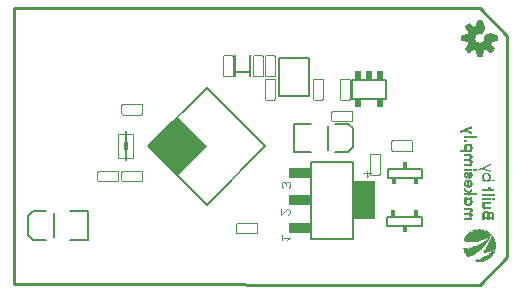
<source format=gbo>
G75*
G70*
%OFA0B0*%
%FSLAX24Y24*%
%IPPOS*%
%LPD*%
%AMOC8*
5,1,8,0,0,1.08239X$1,22.5*
%
%ADD10C,0.0100*%
%ADD11C,0.0030*%
%ADD12C,0.0050*%
%ADD13C,0.0028*%
%ADD14R,0.0118X0.0276*%
%ADD15C,0.0060*%
%ADD16R,0.0197X0.0256*%
%ADD17R,0.0150X0.0200*%
%ADD18C,0.0080*%
%ADD19R,0.1378X0.1378*%
%ADD20C,0.0040*%
%ADD21R,0.0730X0.1260*%
%ADD22R,0.0730X0.0340*%
%ADD23R,0.0002X0.0066*%
%ADD24R,0.0002X0.0068*%
%ADD25R,0.0002X0.0066*%
%ADD26R,0.0002X0.0070*%
%ADD27R,0.0002X0.0066*%
%ADD28R,0.0002X0.0070*%
%ADD29R,0.0002X0.0068*%
%ADD30R,0.0002X0.0070*%
%ADD31R,0.0002X0.0066*%
%ADD32R,0.0002X0.0070*%
%ADD33R,0.0002X0.0068*%
%ADD34R,0.0002X0.0068*%
%ADD35R,0.0002X0.0070*%
%ADD36R,0.0002X0.0070*%
%ADD37R,0.0002X0.0070*%
%ADD38R,0.0002X0.0072*%
%ADD39R,0.0002X0.0072*%
%ADD40R,0.0002X0.0004*%
%ADD41R,0.0002X0.0002*%
%ADD42R,0.0002X0.0006*%
%ADD43R,0.0002X0.0021*%
%ADD44R,0.0002X0.0033*%
%ADD45R,0.0002X0.0033*%
%ADD46R,0.0002X0.0047*%
%ADD47R,0.0002X0.0045*%
%ADD48R,0.0002X0.0043*%
%ADD49R,0.0002X0.0025*%
%ADD50R,0.0002X0.0035*%
%ADD51R,0.0002X0.0050*%
%ADD52R,0.0002X0.0064*%
%ADD53R,0.0002X0.0060*%
%ADD54R,0.0002X0.0035*%
%ADD55R,0.0002X0.0047*%
%ADD56R,0.0002X0.0082*%
%ADD57R,0.0002X0.0078*%
%ADD58R,0.0002X0.0045*%
%ADD59R,0.0002X0.0049*%
%ADD60R,0.0002X0.0080*%
%ADD61R,0.0002X0.0064*%
%ADD62R,0.0002X0.0095*%
%ADD63R,0.0002X0.0085*%
%ADD64R,0.0002X0.0064*%
%ADD65R,0.0002X0.0084*%
%ADD66R,0.0002X0.0056*%
%ADD67R,0.0002X0.0091*%
%ADD68R,0.0002X0.0064*%
%ADD69R,0.0002X0.0084*%
%ADD70R,0.0002X0.0107*%
%ADD71R,0.0002X0.0099*%
%ADD72R,0.0002X0.0064*%
%ADD73R,0.0002X0.0054*%
%ADD74R,0.0002X0.0072*%
%ADD75R,0.0002X0.0099*%
%ADD76R,0.0002X0.0082*%
%ADD77R,0.0002X0.0116*%
%ADD78R,0.0002X0.0109*%
%ADD79R,0.0002X0.0101*%
%ADD80R,0.0002X0.0058*%
%ADD81R,0.0002X0.0004*%
%ADD82R,0.0002X0.0107*%
%ADD83R,0.0002X0.0126*%
%ADD84R,0.0002X0.0118*%
%ADD85R,0.0002X0.0111*%
%ADD86R,0.0002X0.0076*%
%ADD87R,0.0002X0.0014*%
%ADD88R,0.0002X0.0115*%
%ADD89R,0.0002X0.0082*%
%ADD90R,0.0002X0.0134*%
%ADD91R,0.0002X0.0124*%
%ADD92R,0.0002X0.0064*%
%ADD93R,0.0002X0.0068*%
%ADD94R,0.0002X0.0080*%
%ADD95R,0.0002X0.0014*%
%ADD96R,0.0002X0.0122*%
%ADD97R,0.0002X0.0064*%
%ADD98R,0.0002X0.0082*%
%ADD99R,0.0002X0.0142*%
%ADD100R,0.0002X0.0130*%
%ADD101R,0.0002X0.0064*%
%ADD102R,0.0002X0.0087*%
%ADD103R,0.0002X0.0021*%
%ADD104R,0.0002X0.0128*%
%ADD105R,0.0002X0.0150*%
%ADD106R,0.0002X0.0136*%
%ADD107R,0.0002X0.0087*%
%ADD108R,0.0002X0.0023*%
%ADD109R,0.0002X0.0002*%
%ADD110R,0.0002X0.0134*%
%ADD111R,0.0002X0.0153*%
%ADD112R,0.0002X0.0142*%
%ADD113R,0.0002X0.0132*%
%ADD114R,0.0002X0.0076*%
%ADD115R,0.0002X0.0035*%
%ADD116R,0.0002X0.0140*%
%ADD117R,0.0002X0.0161*%
%ADD118R,0.0002X0.0148*%
%ADD119R,0.0002X0.0138*%
%ADD120R,0.0002X0.0103*%
%ADD121R,0.0002X0.0002*%
%ADD122R,0.0002X0.0039*%
%ADD123R,0.0002X0.0146*%
%ADD124R,0.0002X0.0082*%
%ADD125R,0.0002X0.0165*%
%ADD126R,0.0002X0.0150*%
%ADD127R,0.0002X0.0144*%
%ADD128R,0.0002X0.0080*%
%ADD129R,0.0002X0.0105*%
%ADD130R,0.0002X0.0041*%
%ADD131R,0.0002X0.0150*%
%ADD132R,0.0002X0.0171*%
%ADD133R,0.0002X0.0157*%
%ADD134R,0.0002X0.0148*%
%ADD135R,0.0002X0.0080*%
%ADD136R,0.0002X0.0074*%
%ADD137R,0.0002X0.0111*%
%ADD138R,0.0002X0.0002*%
%ADD139R,0.0002X0.0153*%
%ADD140R,0.0002X0.0080*%
%ADD141R,0.0002X0.0177*%
%ADD142R,0.0002X0.0151*%
%ADD143R,0.0002X0.0074*%
%ADD144R,0.0002X0.0115*%
%ADD145R,0.0002X0.0052*%
%ADD146R,0.0002X0.0084*%
%ADD147R,0.0002X0.0181*%
%ADD148R,0.0002X0.0165*%
%ADD149R,0.0002X0.0155*%
%ADD150R,0.0002X0.0076*%
%ADD151R,0.0002X0.0118*%
%ADD152R,0.0002X0.0060*%
%ADD153R,0.0002X0.0161*%
%ADD154R,0.0002X0.0186*%
%ADD155R,0.0002X0.0169*%
%ADD156R,0.0002X0.0159*%
%ADD157R,0.0002X0.0084*%
%ADD158R,0.0002X0.0078*%
%ADD159R,0.0002X0.0165*%
%ADD160R,0.0002X0.0190*%
%ADD161R,0.0002X0.0173*%
%ADD162R,0.0002X0.0126*%
%ADD163R,0.0002X0.0068*%
%ADD164R,0.0002X0.0169*%
%ADD165R,0.0002X0.0194*%
%ADD166R,0.0002X0.0177*%
%ADD167R,0.0002X0.0132*%
%ADD168R,0.0002X0.0239*%
%ADD169R,0.0002X0.0198*%
%ADD170R,0.0002X0.0179*%
%ADD171R,0.0002X0.0169*%
%ADD172R,0.0002X0.0134*%
%ADD173R,0.0002X0.0076*%
%ADD174R,0.0002X0.0241*%
%ADD175R,0.0002X0.0202*%
%ADD176R,0.0002X0.0181*%
%ADD177R,0.0002X0.0239*%
%ADD178R,0.0002X0.0085*%
%ADD179R,0.0002X0.0142*%
%ADD180R,0.0002X0.0084*%
%ADD181R,0.0002X0.0243*%
%ADD182R,0.0002X0.0204*%
%ADD183R,0.0002X0.0184*%
%ADD184R,0.0002X0.0241*%
%ADD185R,0.0002X0.0085*%
%ADD186R,0.0002X0.0142*%
%ADD187R,0.0002X0.0002*%
%ADD188R,0.0002X0.0245*%
%ADD189R,0.0002X0.0208*%
%ADD190R,0.0002X0.0186*%
%ADD191R,0.0002X0.0243*%
%ADD192R,0.0002X0.0146*%
%ADD193R,0.0002X0.0245*%
%ADD194R,0.0002X0.0212*%
%ADD195R,0.0002X0.0188*%
%ADD196R,0.0002X0.0243*%
%ADD197R,0.0002X0.0089*%
%ADD198R,0.0002X0.0153*%
%ADD199R,0.0002X0.0097*%
%ADD200R,0.0002X0.0247*%
%ADD201R,0.0002X0.0216*%
%ADD202R,0.0002X0.0190*%
%ADD203R,0.0002X0.0245*%
%ADD204R,0.0002X0.0089*%
%ADD205R,0.0002X0.0155*%
%ADD206R,0.0002X0.0097*%
%ADD207R,0.0002X0.0249*%
%ADD208R,0.0002X0.0216*%
%ADD209R,0.0002X0.0192*%
%ADD210R,0.0002X0.0247*%
%ADD211R,0.0002X0.0091*%
%ADD212R,0.0002X0.0157*%
%ADD213R,0.0002X0.0251*%
%ADD214R,0.0002X0.0219*%
%ADD215R,0.0002X0.0194*%
%ADD216R,0.0002X0.0093*%
%ADD217R,0.0002X0.0161*%
%ADD218R,0.0002X0.0107*%
%ADD219R,0.0002X0.0252*%
%ADD220R,0.0002X0.0080*%
%ADD221R,0.0002X0.0223*%
%ADD222R,0.0002X0.0087*%
%ADD223R,0.0002X0.0251*%
%ADD224R,0.0002X0.0095*%
%ADD225R,0.0002X0.0252*%
%ADD226R,0.0002X0.0076*%
%ADD227R,0.0002X0.0254*%
%ADD228R,0.0002X0.0089*%
%ADD229R,0.0002X0.0173*%
%ADD230R,0.0002X0.0118*%
%ADD231R,0.0002X0.0256*%
%ADD232R,0.0002X0.0087*%
%ADD233R,0.0002X0.0252*%
%ADD234R,0.0002X0.0101*%
%ADD235R,0.0002X0.0181*%
%ADD236R,0.0002X0.0122*%
%ADD237R,0.0002X0.0256*%
%ADD238R,0.0002X0.0080*%
%ADD239R,0.0002X0.0072*%
%ADD240R,0.0002X0.0254*%
%ADD241R,0.0002X0.0074*%
%ADD242R,0.0002X0.0101*%
%ADD243R,0.0002X0.0181*%
%ADD244R,0.0002X0.0126*%
%ADD245R,0.0002X0.0113*%
%ADD246R,0.0002X0.0122*%
%ADD247R,0.0002X0.0103*%
%ADD248R,0.0002X0.0103*%
%ADD249R,0.0002X0.0184*%
%ADD250R,0.0002X0.0128*%
%ADD251R,0.0002X0.0105*%
%ADD252R,0.0002X0.0116*%
%ADD253R,0.0002X0.0078*%
%ADD254R,0.0002X0.0062*%
%ADD255R,0.0002X0.0097*%
%ADD256R,0.0002X0.0105*%
%ADD257R,0.0002X0.0188*%
%ADD258R,0.0002X0.0099*%
%ADD259R,0.0002X0.0076*%
%ADD260R,0.0002X0.0056*%
%ADD261R,0.0002X0.0188*%
%ADD262R,0.0002X0.0136*%
%ADD263R,0.0002X0.0095*%
%ADD264R,0.0002X0.0107*%
%ADD265R,0.0002X0.0076*%
%ADD266R,0.0002X0.0050*%
%ADD267R,0.0002X0.0091*%
%ADD268R,0.0002X0.0062*%
%ADD269R,0.0002X0.0109*%
%ADD270R,0.0002X0.0196*%
%ADD271R,0.0002X0.0093*%
%ADD272R,0.0002X0.0045*%
%ADD273R,0.0002X0.0058*%
%ADD274R,0.0002X0.0109*%
%ADD275R,0.0002X0.0196*%
%ADD276R,0.0002X0.0146*%
%ADD277R,0.0002X0.0091*%
%ADD278R,0.0002X0.0037*%
%ADD279R,0.0002X0.0054*%
%ADD280R,0.0002X0.0200*%
%ADD281R,0.0002X0.0150*%
%ADD282R,0.0002X0.0095*%
%ADD283R,0.0002X0.0031*%
%ADD284R,0.0002X0.0049*%
%ADD285R,0.0002X0.0113*%
%ADD286R,0.0002X0.0204*%
%ADD287R,0.0002X0.0153*%
%ADD288R,0.0002X0.0093*%
%ADD289R,0.0002X0.0027*%
%ADD290R,0.0002X0.0041*%
%ADD291R,0.0002X0.0115*%
%ADD292R,0.0002X0.0206*%
%ADD293R,0.0002X0.0153*%
%ADD294R,0.0002X0.0062*%
%ADD295R,0.0002X0.0033*%
%ADD296R,0.0002X0.0117*%
%ADD297R,0.0002X0.0208*%
%ADD298R,0.0002X0.0159*%
%ADD299R,0.0002X0.0082*%
%ADD300R,0.0002X0.0087*%
%ADD301R,0.0002X0.0080*%
%ADD302R,0.0002X0.0066*%
%ADD303R,0.0002X0.0016*%
%ADD304R,0.0002X0.0062*%
%ADD305R,0.0002X0.0017*%
%ADD306R,0.0002X0.0117*%
%ADD307R,0.0002X0.0159*%
%ADD308R,0.0002X0.0012*%
%ADD309R,0.0002X0.0120*%
%ADD310R,0.0002X0.0216*%
%ADD311R,0.0002X0.0165*%
%ADD312R,0.0002X0.0006*%
%ADD313R,0.0002X0.0062*%
%ADD314R,0.0002X0.0120*%
%ADD315R,0.0002X0.0216*%
%ADD316R,0.0002X0.0167*%
%ADD317R,0.0002X0.0002*%
%ADD318R,0.0002X0.0122*%
%ADD319R,0.0002X0.0169*%
%ADD320R,0.0002X0.0124*%
%ADD321R,0.0002X0.0223*%
%ADD322R,0.0002X0.0171*%
%ADD323R,0.0002X0.0225*%
%ADD324R,0.0002X0.0177*%
%ADD325R,0.0002X0.0074*%
%ADD326R,0.0002X0.0078*%
%ADD327R,0.0002X0.0074*%
%ADD328R,0.0002X0.0128*%
%ADD329R,0.0002X0.0227*%
%ADD330R,0.0002X0.0130*%
%ADD331R,0.0002X0.0231*%
%ADD332R,0.0002X0.0183*%
%ADD333R,0.0002X0.0231*%
%ADD334R,0.0002X0.0186*%
%ADD335R,0.0002X0.0235*%
%ADD336R,0.0002X0.0190*%
%ADD337R,0.0002X0.0076*%
%ADD338R,0.0002X0.0134*%
%ADD339R,0.0002X0.0235*%
%ADD340R,0.0002X0.0239*%
%ADD341R,0.0002X0.0194*%
%ADD342R,0.0002X0.0091*%
%ADD343R,0.0002X0.0249*%
%ADD344R,0.0002X0.0198*%
%ADD345R,0.0002X0.0105*%
%ADD346R,0.0002X0.0068*%
%ADD347R,0.0002X0.0251*%
%ADD348R,0.0002X0.0202*%
%ADD349R,0.0002X0.0111*%
%ADD350R,0.0002X0.0252*%
%ADD351R,0.0002X0.0204*%
%ADD352R,0.0002X0.0260*%
%ADD353R,0.0002X0.0254*%
%ADD354R,0.0002X0.0260*%
%ADD355R,0.0002X0.0258*%
%ADD356R,0.0002X0.0208*%
%ADD357R,0.0002X0.0260*%
%ADD358R,0.0002X0.0128*%
%ADD359R,0.0002X0.0258*%
%ADD360R,0.0002X0.0212*%
%ADD361R,0.0002X0.0142*%
%ADD362R,0.0002X0.0258*%
%ADD363R,0.0002X0.0216*%
%ADD364R,0.0002X0.0138*%
%ADD365R,0.0002X0.0262*%
%ADD366R,0.0002X0.0266*%
%ADD367R,0.0002X0.0219*%
%ADD368R,0.0002X0.0138*%
%ADD369R,0.0002X0.0142*%
%ADD370R,0.0002X0.0266*%
%ADD371R,0.0002X0.0221*%
%ADD372R,0.0002X0.0136*%
%ADD373R,0.0002X0.0144*%
%ADD374R,0.0002X0.0272*%
%ADD375R,0.0002X0.0223*%
%ADD376R,0.0002X0.0134*%
%ADD377R,0.0002X0.0146*%
%ADD378R,0.0002X0.0274*%
%ADD379R,0.0002X0.0264*%
%ADD380R,0.0002X0.0276*%
%ADD381R,0.0002X0.0229*%
%ADD382R,0.0002X0.0068*%
%ADD383R,0.0002X0.0130*%
%ADD384R,0.0002X0.0264*%
%ADD385R,0.0002X0.0150*%
%ADD386R,0.0002X0.0068*%
%ADD387R,0.0002X0.0278*%
%ADD388R,0.0002X0.0151*%
%ADD389R,0.0002X0.0066*%
%ADD390R,0.0002X0.0280*%
%ADD391R,0.0002X0.0150*%
%ADD392R,0.0002X0.0284*%
%ADD393R,0.0002X0.0126*%
%ADD394R,0.0002X0.0264*%
%ADD395R,0.0002X0.0151*%
%ADD396R,0.0002X0.0284*%
%ADD397R,0.0002X0.0239*%
%ADD398R,0.0002X0.0264*%
%ADD399R,0.0002X0.0150*%
%ADD400R,0.0002X0.0289*%
%ADD401R,0.0002X0.0241*%
%ADD402R,0.0002X0.0122*%
%ADD403R,0.0002X0.0289*%
%ADD404R,0.0002X0.0243*%
%ADD405R,0.0002X0.0120*%
%ADD406R,0.0002X0.0146*%
%ADD407R,0.0002X0.0293*%
%ADD408R,0.0002X0.0245*%
%ADD409R,0.0002X0.0118*%
%ADD410R,0.0002X0.0295*%
%ADD411R,0.0002X0.0295*%
%ADD412R,0.0002X0.0249*%
%ADD413R,0.0002X0.0140*%
%ADD414R,0.0002X0.0293*%
%ADD415R,0.0002X0.0132*%
%ADD416R,0.0002X0.0293*%
%ADD417R,0.0002X0.0254*%
%ADD418R,0.0002X0.0291*%
%ADD419R,0.0002X0.0258*%
%ADD420R,0.0002X0.0062*%
%ADD421R,0.0002X0.0118*%
%ADD422R,0.0002X0.0291*%
%ADD423R,0.0002X0.0260*%
%ADD424R,0.0002X0.0111*%
%ADD425R,0.0002X0.0291*%
%ADD426R,0.0002X0.0258*%
%ADD427R,0.0002X0.0126*%
%ADD428R,0.0002X0.0105*%
%ADD429R,0.0002X0.0291*%
%ADD430R,0.0002X0.0266*%
%ADD431R,0.0002X0.0291*%
%ADD432R,0.0002X0.0130*%
%ADD433R,0.0002X0.0270*%
%ADD434R,0.0002X0.0072*%
%ADD435R,0.0002X0.0270*%
%ADD436R,0.0002X0.0074*%
%ADD437R,0.0002X0.0134*%
%ADD438R,0.0002X0.0272*%
%ADD439R,0.0002X0.0074*%
%ADD440R,0.0002X0.0287*%
%ADD441R,0.0002X0.0074*%
%ADD442R,0.0002X0.0276*%
%ADD443R,0.0002X0.0289*%
%ADD444R,0.0002X0.0278*%
%ADD445R,0.0002X0.0142*%
%ADD446R,0.0002X0.0070*%
%ADD447R,0.0002X0.0282*%
%ADD448R,0.0002X0.0282*%
%ADD449R,0.0002X0.0287*%
%ADD450R,0.0002X0.0284*%
%ADD451R,0.0002X0.0087*%
%ADD452R,0.0002X0.0285*%
%ADD453R,0.0002X0.0287*%
%ADD454R,0.0002X0.0285*%
%ADD455R,0.0002X0.0093*%
%ADD456R,0.0002X0.0289*%
%ADD457R,0.0002X0.0093*%
%ADD458R,0.0002X0.0289*%
%ADD459R,0.0002X0.0087*%
%ADD460R,0.0002X0.0103*%
%ADD461R,0.0002X0.0097*%
%ADD462R,0.0002X0.0099*%
%ADD463R,0.0002X0.0107*%
%ADD464R,0.0002X0.0284*%
%ADD465R,0.0002X0.0115*%
%ADD466R,0.0002X0.0115*%
%ADD467R,0.0002X0.0087*%
%ADD468R,0.0002X0.0297*%
%ADD469R,0.0002X0.0099*%
%ADD470R,0.0002X0.0113*%
%ADD471R,0.0002X0.0128*%
%ADD472R,0.0002X0.0111*%
%ADD473R,0.0002X0.0284*%
%ADD474R,0.0002X0.0301*%
%ADD475R,0.0002X0.0144*%
%ADD476R,0.0002X0.0105*%
%ADD477R,0.0002X0.0284*%
%ADD478R,0.0002X0.0301*%
%ADD479R,0.0002X0.0394*%
%ADD480R,0.0002X0.0258*%
%ADD481R,0.0002X0.0396*%
%ADD482R,0.0002X0.0254*%
%ADD483R,0.0002X0.0282*%
%ADD484R,0.0002X0.0305*%
%ADD485R,0.0002X0.0394*%
%ADD486R,0.0002X0.0256*%
%ADD487R,0.0002X0.0280*%
%ADD488R,0.0002X0.0305*%
%ADD489R,0.0002X0.0392*%
%ADD490R,0.0002X0.0394*%
%ADD491R,0.0002X0.0252*%
%ADD492R,0.0002X0.0309*%
%ADD493R,0.0002X0.0392*%
%ADD494R,0.0002X0.0251*%
%ADD495R,0.0002X0.0309*%
%ADD496R,0.0002X0.0392*%
%ADD497R,0.0002X0.0390*%
%ADD498R,0.0002X0.0216*%
%ADD499R,0.0002X0.0184*%
%ADD500R,0.0002X0.0282*%
%ADD501R,0.0002X0.0309*%
%ADD502R,0.0002X0.0390*%
%ADD503R,0.0002X0.0212*%
%ADD504R,0.0002X0.0183*%
%ADD505R,0.0002X0.0247*%
%ADD506R,0.0002X0.0313*%
%ADD507R,0.0002X0.0388*%
%ADD508R,0.0002X0.0210*%
%ADD509R,0.0002X0.0221*%
%ADD510R,0.0002X0.0165*%
%ADD511R,0.0002X0.0206*%
%ADD512R,0.0002X0.0278*%
%ADD513R,0.0002X0.0315*%
%ADD514R,0.0002X0.0221*%
%ADD515R,0.0002X0.0161*%
%ADD516R,0.0002X0.0204*%
%ADD517R,0.0002X0.0163*%
%ADD518R,0.0002X0.0243*%
%ADD519R,0.0002X0.0278*%
%ADD520R,0.0002X0.0317*%
%ADD521R,0.0002X0.0219*%
%ADD522R,0.0002X0.0200*%
%ADD523R,0.0002X0.0175*%
%ADD524R,0.0002X0.0221*%
%ADD525R,0.0002X0.0159*%
%ADD526R,0.0002X0.0278*%
%ADD527R,0.0002X0.0317*%
%ADD528R,0.0002X0.0243*%
%ADD529R,0.0002X0.0171*%
%ADD530R,0.0002X0.0274*%
%ADD531R,0.0002X0.0319*%
%ADD532R,0.0002X0.0192*%
%ADD533R,0.0002X0.0171*%
%ADD534R,0.0002X0.0239*%
%ADD535R,0.0002X0.0276*%
%ADD536R,0.0002X0.0320*%
%ADD537R,0.0002X0.0167*%
%ADD538R,0.0002X0.0274*%
%ADD539R,0.0002X0.0320*%
%ADD540R,0.0002X0.0169*%
%ADD541R,0.0002X0.0184*%
%ADD542R,0.0002X0.0163*%
%ADD543R,0.0002X0.0151*%
%ADD544R,0.0002X0.0165*%
%ADD545R,0.0002X0.0278*%
%ADD546R,0.0002X0.0322*%
%ADD547R,0.0002X0.0146*%
%ADD548R,0.0002X0.0165*%
%ADD549R,0.0002X0.0181*%
%ADD550R,0.0002X0.0148*%
%ADD551R,0.0002X0.0163*%
%ADD552R,0.0002X0.0177*%
%ADD553R,0.0002X0.0159*%
%ADD554R,0.0002X0.0276*%
%ADD555R,0.0002X0.0324*%
%ADD556R,0.0002X0.0173*%
%ADD557R,0.0002X0.0136*%
%ADD558R,0.0002X0.0140*%
%ADD559R,0.0002X0.0153*%
%ADD560R,0.0002X0.0324*%
%ADD561R,0.0002X0.0153*%
%ADD562R,0.0002X0.0167*%
%ADD563R,0.0002X0.0151*%
%ADD564R,0.0002X0.0328*%
%ADD565R,0.0002X0.0134*%
%ADD566R,0.0002X0.0328*%
%ADD567R,0.0002X0.0124*%
%ADD568R,0.0002X0.0130*%
%ADD569R,0.0002X0.0272*%
%ADD570R,0.0002X0.0328*%
%ADD571R,0.0002X0.0120*%
%ADD572R,0.0002X0.0126*%
%ADD573R,0.0002X0.0140*%
%ADD574R,0.0002X0.0332*%
%ADD575R,0.0002X0.0276*%
%ADD576R,0.0002X0.0332*%
%ADD577R,0.0002X0.0128*%
%ADD578R,0.0002X0.0113*%
%ADD579R,0.0002X0.0126*%
%ADD580R,0.0002X0.0105*%
%ADD581R,0.0002X0.0334*%
%ADD582R,0.0002X0.0117*%
%ADD583R,0.0002X0.0336*%
%ADD584R,0.0002X0.0118*%
%ADD585R,0.0002X0.0099*%
%ADD586R,0.0002X0.0270*%
%ADD587R,0.0002X0.0336*%
%ADD588R,0.0002X0.0085*%
%ADD589R,0.0002X0.0338*%
%ADD590R,0.0002X0.0082*%
%ADD591R,0.0002X0.0085*%
%ADD592R,0.0002X0.0087*%
%ADD593R,0.0002X0.0340*%
%ADD594R,0.0002X0.0268*%
%ADD595R,0.0002X0.0342*%
%ADD596R,0.0002X0.0039*%
%ADD597R,0.0002X0.0050*%
%ADD598R,0.0002X0.0052*%
%ADD599R,0.0002X0.0270*%
%ADD600R,0.0002X0.0342*%
%ADD601R,0.0002X0.0029*%
%ADD602R,0.0002X0.0033*%
%ADD603R,0.0002X0.0033*%
%ADD604R,0.0002X0.0016*%
%ADD605R,0.0002X0.0344*%
%ADD606R,0.0002X0.0266*%
%ADD607R,0.0002X0.0344*%
%ADD608R,0.0002X0.0268*%
%ADD609R,0.0002X0.0344*%
%ADD610R,0.0002X0.0264*%
%ADD611R,0.0002X0.0348*%
%ADD612R,0.0002X0.0264*%
%ADD613R,0.0002X0.0348*%
%ADD614R,0.0002X0.0264*%
%ADD615R,0.0002X0.0348*%
%ADD616R,0.0002X0.0351*%
%ADD617R,0.0002X0.0351*%
%ADD618R,0.0002X0.0264*%
%ADD619R,0.0002X0.0351*%
%ADD620R,0.0002X0.0355*%
%ADD621R,0.0002X0.0262*%
%ADD622R,0.0002X0.0355*%
%ADD623R,0.0002X0.0260*%
%ADD624R,0.0002X0.0355*%
%ADD625R,0.0002X0.0260*%
%ADD626R,0.0002X0.0357*%
%ADD627R,0.0002X0.0260*%
%ADD628R,0.0002X0.0357*%
%ADD629R,0.0002X0.0359*%
%ADD630R,0.0002X0.0361*%
%ADD631R,0.0002X0.0256*%
%ADD632R,0.0002X0.0361*%
%ADD633R,0.0002X0.0254*%
%ADD634R,0.0002X0.0361*%
%ADD635R,0.0002X0.0363*%
%ADD636R,0.0002X0.0258*%
%ADD637R,0.0002X0.0363*%
%ADD638R,0.0002X0.0365*%
%ADD639R,0.0002X0.0254*%
%ADD640R,0.0002X0.0365*%
%ADD641R,0.0002X0.0365*%
%ADD642R,0.0002X0.0367*%
%ADD643R,0.0002X0.0367*%
%ADD644R,0.0002X0.0367*%
%ADD645R,0.0002X0.0012*%
%ADD646R,0.0002X0.0027*%
%ADD647R,0.0002X0.0252*%
%ADD648R,0.0002X0.0371*%
%ADD649R,0.0002X0.0037*%
%ADD650R,0.0002X0.0371*%
%ADD651R,0.0002X0.0043*%
%ADD652R,0.0002X0.0371*%
%ADD653R,0.0002X0.0056*%
%ADD654R,0.0002X0.0375*%
%ADD655R,0.0002X0.0060*%
%ADD656R,0.0002X0.0371*%
%ADD657R,0.0002X0.0371*%
%ADD658R,0.0002X0.0247*%
%ADD659R,0.0002X0.0249*%
%ADD660R,0.0002X0.0247*%
%ADD661R,0.0002X0.0375*%
%ADD662R,0.0002X0.0375*%
%ADD663R,0.0002X0.0245*%
%ADD664R,0.0002X0.0377*%
%ADD665R,0.0002X0.0245*%
%ADD666R,0.0002X0.0377*%
%ADD667R,0.0002X0.0243*%
%ADD668R,0.0002X0.0377*%
%ADD669R,0.0002X0.0245*%
%ADD670R,0.0002X0.0379*%
%ADD671R,0.0002X0.0243*%
%ADD672R,0.0002X0.0381*%
%ADD673R,0.0002X0.0241*%
%ADD674R,0.0002X0.0381*%
%ADD675R,0.0002X0.0381*%
%ADD676R,0.0002X0.0241*%
%ADD677R,0.0002X0.0004*%
%ADD678R,0.0002X0.0237*%
%ADD679R,0.0002X0.0379*%
%ADD680R,0.0002X0.0004*%
%ADD681R,0.0002X0.0237*%
%ADD682R,0.0002X0.0379*%
%ADD683R,0.0002X0.0379*%
%ADD684R,0.0002X0.0008*%
%ADD685R,0.0002X0.0010*%
%ADD686R,0.0002X0.0383*%
%ADD687R,0.0002X0.0012*%
%ADD688R,0.0002X0.0235*%
%ADD689R,0.0002X0.0383*%
%ADD690R,0.0002X0.0012*%
%ADD691R,0.0002X0.0235*%
%ADD692R,0.0002X0.0383*%
%ADD693R,0.0002X0.0058*%
%ADD694R,0.0002X0.0014*%
%ADD695R,0.0002X0.0014*%
%ADD696R,0.0002X0.0014*%
%ADD697R,0.0002X0.0231*%
%ADD698R,0.0002X0.0035*%
%ADD699R,0.0002X0.0017*%
%ADD700R,0.0002X0.0233*%
%ADD701R,0.0002X0.0023*%
%ADD702R,0.0002X0.0017*%
%ADD703R,0.0002X0.0231*%
%ADD704R,0.0002X0.0385*%
%ADD705R,0.0002X0.0019*%
%ADD706R,0.0002X0.0229*%
%ADD707R,0.0002X0.0385*%
%ADD708R,0.0002X0.0019*%
%ADD709R,0.0002X0.0227*%
%ADD710R,0.0002X0.0383*%
%ADD711R,0.0002X0.0019*%
%ADD712R,0.0002X0.0229*%
%ADD713R,0.0002X0.0383*%
%ADD714R,0.0002X0.0229*%
%ADD715R,0.0002X0.0383*%
%ADD716R,0.0002X0.0023*%
%ADD717R,0.0002X0.0021*%
%ADD718R,0.0002X0.0027*%
%ADD719R,0.0002X0.0225*%
%ADD720R,0.0002X0.0225*%
%ADD721R,0.0002X0.0386*%
%ADD722R,0.0002X0.0029*%
%ADD723R,0.0002X0.0223*%
%ADD724R,0.0002X0.0386*%
%ADD725R,0.0002X0.0029*%
%ADD726R,0.0002X0.0029*%
%ADD727R,0.0002X0.0223*%
%ADD728R,0.0002X0.0384*%
%ADD729R,0.0002X0.0384*%
%ADD730R,0.0002X0.0384*%
%ADD731R,0.0002X0.0037*%
%ADD732R,0.0002X0.0221*%
%ADD733R,0.0002X0.0037*%
%ADD734R,0.0002X0.0219*%
%ADD735R,0.0002X0.0037*%
%ADD736R,0.0002X0.0219*%
%ADD737R,0.0002X0.0386*%
%ADD738R,0.0002X0.0041*%
%ADD739R,0.0002X0.0385*%
%ADD740R,0.0002X0.0041*%
%ADD741R,0.0002X0.0045*%
%ADD742R,0.0002X0.0045*%
%ADD743R,0.0002X0.0045*%
%ADD744R,0.0002X0.0214*%
%ADD745R,0.0002X0.0049*%
%ADD746R,0.0002X0.0212*%
%ADD747R,0.0002X0.0049*%
%ADD748R,0.0002X0.0214*%
%ADD749R,0.0002X0.0214*%
%ADD750R,0.0002X0.0052*%
%ADD751R,0.0002X0.0210*%
%ADD752R,0.0002X0.0054*%
%ADD753R,0.0002X0.0210*%
%ADD754R,0.0002X0.0056*%
%ADD755R,0.0002X0.0056*%
%ADD756R,0.0002X0.0204*%
%ADD757R,0.0002X0.0058*%
%ADD758R,0.0002X0.0204*%
%ADD759R,0.0002X0.0206*%
%ADD760R,0.0002X0.0204*%
%ADD761R,0.0002X0.0060*%
%ADD762R,0.0002X0.0021*%
%ADD763R,0.0002X0.0202*%
%ADD764R,0.0002X0.0023*%
%ADD765R,0.0002X0.0200*%
%ADD766R,0.0002X0.0066*%
%ADD767R,0.0002X0.0023*%
%ADD768R,0.0002X0.0200*%
%ADD769R,0.0002X0.0023*%
%ADD770R,0.0002X0.0066*%
%ADD771R,0.0002X0.0379*%
%ADD772R,0.0002X0.0021*%
%ADD773R,0.0002X0.0200*%
%ADD774R,0.0002X0.0379*%
%ADD775R,0.0002X0.0196*%
%ADD776R,0.0002X0.0023*%
%ADD777R,0.0002X0.0194*%
%ADD778R,0.0002X0.0070*%
%ADD779R,0.0002X0.0072*%
%ADD780R,0.0002X0.0194*%
%ADD781R,0.0002X0.0074*%
%ADD782R,0.0002X0.0192*%
%ADD783R,0.0002X0.0076*%
%ADD784R,0.0002X0.0190*%
%ADD785R,0.0002X0.0373*%
%ADD786R,0.0002X0.0078*%
%ADD787R,0.0002X0.0373*%
%ADD788R,0.0002X0.0078*%
%ADD789R,0.0002X0.0188*%
%ADD790R,0.0002X0.0078*%
%ADD791R,0.0002X0.0080*%
%ADD792R,0.0002X0.0371*%
%ADD793R,0.0002X0.0082*%
%ADD794R,0.0002X0.0184*%
%ADD795R,0.0002X0.0082*%
%ADD796R,0.0002X0.0183*%
%ADD797R,0.0002X0.0369*%
%ADD798R,0.0002X0.0183*%
%ADD799R,0.0002X0.0085*%
%ADD800R,0.0002X0.0181*%
%ADD801R,0.0002X0.0025*%
%ADD802R,0.0002X0.0363*%
%ADD803R,0.0002X0.0179*%
%ADD804R,0.0002X0.0361*%
%ADD805R,0.0002X0.0177*%
%ADD806R,0.0002X0.0361*%
%ADD807R,0.0002X0.0179*%
%ADD808R,0.0002X0.0361*%
%ADD809R,0.0002X0.0091*%
%ADD810R,0.0002X0.0175*%
%ADD811R,0.0002X0.0025*%
%ADD812R,0.0002X0.0175*%
%ADD813R,0.0002X0.0173*%
%ADD814R,0.0002X0.0025*%
%ADD815R,0.0002X0.0093*%
%ADD816R,0.0002X0.0357*%
%ADD817R,0.0002X0.0025*%
%ADD818R,0.0002X0.0095*%
%ADD819R,0.0002X0.0169*%
%ADD820R,0.0002X0.0169*%
%ADD821R,0.0002X0.0002*%
%ADD822R,0.0002X0.0353*%
%ADD823R,0.0002X0.0353*%
%ADD824R,0.0002X0.0165*%
%ADD825R,0.0002X0.0353*%
%ADD826R,0.0002X0.0101*%
%ADD827R,0.0002X0.0350*%
%ADD828R,0.0002X0.0097*%
%ADD829R,0.0002X0.0099*%
%ADD830R,0.0002X0.0163*%
%ADD831R,0.0002X0.0348*%
%ADD832R,0.0002X0.0025*%
%ADD833R,0.0002X0.0346*%
%ADD834R,0.0002X0.0099*%
%ADD835R,0.0002X0.0161*%
%ADD836R,0.0002X0.0346*%
%ADD837R,0.0002X0.0103*%
%ADD838R,0.0002X0.0159*%
%ADD839R,0.0002X0.0103*%
%ADD840R,0.0002X0.0155*%
%ADD841R,0.0002X0.0155*%
%ADD842R,0.0002X0.0342*%
%ADD843R,0.0002X0.0107*%
%ADD844R,0.0002X0.0157*%
%ADD845R,0.0002X0.0340*%
%ADD846R,0.0002X0.0019*%
%ADD847R,0.0002X0.0338*%
%ADD848R,0.0002X0.0043*%
%ADD849R,0.0002X0.0025*%
%ADD850R,0.0002X0.0105*%
%ADD851R,0.0002X0.0151*%
%ADD852R,0.0002X0.0338*%
%ADD853R,0.0002X0.0056*%
%ADD854R,0.0002X0.0338*%
%ADD855R,0.0002X0.0171*%
%ADD856R,0.0002X0.0336*%
%ADD857R,0.0002X0.0336*%
%ADD858R,0.0002X0.0192*%
%ADD859R,0.0002X0.0334*%
%ADD860R,0.0002X0.0031*%
%ADD861R,0.0002X0.0109*%
%ADD862R,0.0002X0.0332*%
%ADD863R,0.0002X0.0204*%
%ADD864R,0.0002X0.0111*%
%ADD865R,0.0002X0.0146*%
%ADD866R,0.0002X0.0334*%
%ADD867R,0.0002X0.0210*%
%ADD868R,0.0002X0.0035*%
%ADD869R,0.0002X0.0332*%
%ADD870R,0.0002X0.0330*%
%ADD871R,0.0002X0.0218*%
%ADD872R,0.0002X0.0144*%
%ADD873R,0.0002X0.0328*%
%ADD874R,0.0002X0.0221*%
%ADD875R,0.0002X0.0120*%
%ADD876R,0.0002X0.0324*%
%ADD877R,0.0002X0.0225*%
%ADD878R,0.0002X0.0227*%
%ADD879R,0.0002X0.0128*%
%ADD880R,0.0002X0.0113*%
%ADD881R,0.0002X0.0140*%
%ADD882R,0.0002X0.0132*%
%ADD883R,0.0002X0.0051*%
%ADD884R,0.0002X0.0052*%
%ADD885R,0.0002X0.0045*%
%ADD886R,0.0002X0.0140*%
%ADD887R,0.0002X0.0233*%
%ADD888R,0.0002X0.0047*%
%ADD889R,0.0002X0.0235*%
%ADD890R,0.0002X0.0136*%
%ADD891R,0.0002X0.0317*%
%ADD892R,0.0002X0.0142*%
%ADD893R,0.0002X0.0041*%
%ADD894R,0.0002X0.0043*%
%ADD895R,0.0002X0.0051*%
%ADD896R,0.0002X0.0115*%
%ADD897R,0.0002X0.0138*%
%ADD898R,0.0002X0.0317*%
%ADD899R,0.0002X0.0241*%
%ADD900R,0.0002X0.0146*%
%ADD901R,0.0002X0.0136*%
%ADD902R,0.0002X0.0317*%
%ADD903R,0.0002X0.0039*%
%ADD904R,0.0002X0.0041*%
%ADD905R,0.0002X0.0117*%
%ADD906R,0.0002X0.0136*%
%ADD907R,0.0002X0.0039*%
%ADD908R,0.0002X0.0033*%
%ADD909R,0.0002X0.0118*%
%ADD910R,0.0002X0.0132*%
%ADD911R,0.0002X0.0315*%
%ADD912R,0.0002X0.0249*%
%ADD913R,0.0002X0.0223*%
%ADD914R,0.0002X0.0031*%
%ADD915R,0.0002X0.0130*%
%ADD916R,0.0002X0.0313*%
%ADD917R,0.0002X0.0223*%
%ADD918R,0.0002X0.0313*%
%ADD919R,0.0002X0.0252*%
%ADD920R,0.0002X0.0225*%
%ADD921R,0.0002X0.0126*%
%ADD922R,0.0002X0.0254*%
%ADD923R,0.0002X0.0227*%
%ADD924R,0.0002X0.0027*%
%ADD925R,0.0002X0.0008*%
%ADD926R,0.0002X0.0307*%
%ADD927R,0.0002X0.0027*%
%ADD928R,0.0002X0.0120*%
%ADD929R,0.0002X0.0010*%
%ADD930R,0.0002X0.0307*%
%ADD931R,0.0002X0.0258*%
%ADD932R,0.0002X0.0229*%
%ADD933R,0.0002X0.0027*%
%ADD934R,0.0002X0.0031*%
%ADD935R,0.0002X0.0305*%
%ADD936R,0.0002X0.0122*%
%ADD937R,0.0002X0.0010*%
%ADD938R,0.0002X0.0305*%
%ADD939R,0.0002X0.0260*%
%ADD940R,0.0002X0.0229*%
%ADD941R,0.0002X0.0023*%
%ADD942R,0.0002X0.0122*%
%ADD943R,0.0002X0.0303*%
%ADD944R,0.0002X0.0260*%
%ADD945R,0.0002X0.0231*%
%ADD946R,0.0002X0.0299*%
%ADD947R,0.0002X0.0124*%
%ADD948R,0.0002X0.0299*%
%ADD949R,0.0002X0.0105*%
%ADD950R,0.0002X0.0047*%
%ADD951R,0.0002X0.0120*%
%ADD952R,0.0002X0.0122*%
%ADD953R,0.0002X0.0033*%
%ADD954R,0.0002X0.0295*%
%ADD955R,0.0002X0.0091*%
%ADD956R,0.0002X0.0117*%
%ADD957R,0.0002X0.0037*%
%ADD958R,0.0002X0.0126*%
%ADD959R,0.0002X0.0047*%
%ADD960R,0.0002X0.0052*%
%ADD961R,0.0002X0.0280*%
%ADD962R,0.0002X0.0031*%
%ADD963R,0.0002X0.0031*%
%ADD964R,0.0002X0.0103*%
%ADD965R,0.0002X0.0276*%
%ADD966R,0.0002X0.0029*%
%ADD967R,0.0002X0.0064*%
%ADD968R,0.0002X0.0128*%
%ADD969R,0.0002X0.0268*%
%ADD970R,0.0002X0.0027*%
%ADD971R,0.0002X0.0130*%
%ADD972R,0.0002X0.0132*%
%ADD973R,0.0002X0.0254*%
%ADD974R,0.0002X0.0252*%
%ADD975R,0.0002X0.0087*%
%ADD976R,0.0002X0.0252*%
%ADD977R,0.0002X0.0134*%
%ADD978R,0.0002X0.0249*%
%ADD979R,0.0002X0.0109*%
%ADD980R,0.0002X0.0111*%
%ADD981R,0.0002X0.0237*%
%ADD982R,0.0002X0.0080*%
%ADD983R,0.0002X0.0225*%
%ADD984R,0.0002X0.0025*%
%ADD985R,0.0002X0.0138*%
%ADD986R,0.0002X0.0219*%
%ADD987R,0.0002X0.0140*%
%ADD988R,0.0002X0.0218*%
%ADD989R,0.0002X0.0212*%
%ADD990R,0.0002X0.0144*%
%ADD991R,0.0002X0.0064*%
%ADD992R,0.0002X0.0212*%
%ADD993R,0.0002X0.0151*%
%ADD994R,0.0002X0.0062*%
%ADD995R,0.0002X0.0062*%
%ADD996R,0.0002X0.0206*%
%ADD997R,0.0002X0.0056*%
%ADD998R,0.0002X0.0200*%
%ADD999R,0.0002X0.0140*%
%ADD1000R,0.0002X0.0198*%
%ADD1001R,0.0002X0.0254*%
%ADD1002R,0.0002X0.0171*%
%ADD1003R,0.0002X0.0192*%
%ADD1004R,0.0002X0.0251*%
%ADD1005R,0.0002X0.0050*%
%ADD1006R,0.0002X0.0190*%
%ADD1007R,0.0002X0.0249*%
%ADD1008R,0.0002X0.0043*%
%ADD1009R,0.0002X0.0181*%
%ADD1010R,0.0002X0.0241*%
%ADD1011R,0.0002X0.0043*%
%ADD1012R,0.0002X0.0177*%
%ADD1013R,0.0002X0.0235*%
%ADD1014R,0.0002X0.0043*%
%ADD1015R,0.0002X0.0231*%
%ADD1016R,0.0002X0.0043*%
%ADD1017R,0.0002X0.0138*%
%ADD1018R,0.0002X0.0138*%
%ADD1019R,0.0002X0.0169*%
%ADD1020R,0.0002X0.0047*%
%ADD1021R,0.0002X0.0037*%
%ADD1022R,0.0002X0.0165*%
%ADD1023R,0.0002X0.0216*%
%ADD1024R,0.0002X0.0051*%
%ADD1025R,0.0002X0.0208*%
%ADD1026R,0.0002X0.0140*%
%ADD1027R,0.0002X0.0212*%
%ADD1028R,0.0002X0.0029*%
%ADD1029R,0.0002X0.0212*%
%ADD1030R,0.0002X0.0027*%
%ADD1031R,0.0002X0.0216*%
%ADD1032R,0.0002X0.0151*%
%ADD1033R,0.0002X0.0223*%
%ADD1034R,0.0002X0.0025*%
%ADD1035R,0.0002X0.0221*%
%ADD1036R,0.0002X0.0029*%
%ADD1037R,0.0002X0.0227*%
%ADD1038R,0.0002X0.0027*%
%ADD1039R,0.0002X0.0148*%
%ADD1040R,0.0002X0.0225*%
%ADD1041R,0.0002X0.0229*%
%ADD1042R,0.0002X0.0021*%
%ADD1043R,0.0002X0.0138*%
%ADD1044R,0.0002X0.0134*%
%ADD1045R,0.0002X0.0233*%
%ADD1046R,0.0002X0.0037*%
%ADD1047R,0.0002X0.0134*%
%ADD1048R,0.0002X0.0037*%
%ADD1049R,0.0002X0.0016*%
%ADD1050R,0.0002X0.0237*%
%ADD1051R,0.0002X0.0014*%
%ADD1052R,0.0002X0.0089*%
%ADD1053R,0.0002X0.0016*%
%ADD1054R,0.0002X0.0010*%
%ADD1055R,0.0002X0.0052*%
%ADD1056R,0.0002X0.0006*%
%ADD1057R,0.0002X0.0056*%
%ADD1058R,0.0002X0.0136*%
%ADD1059R,0.0002X0.0282*%
%ADD1060R,0.0002X0.0091*%
%ADD1061R,0.0002X0.0091*%
%ADD1062R,0.0002X0.0301*%
%ADD1063R,0.0002X0.0021*%
%ADD1064R,0.0002X0.0309*%
%ADD1065R,0.0002X0.0315*%
%ADD1066R,0.0002X0.0320*%
%ADD1067R,0.0002X0.0051*%
%ADD1068R,0.0002X0.0051*%
%ADD1069R,0.0002X0.0346*%
%ADD1070R,0.0002X0.0039*%
%ADD1071R,0.0002X0.0035*%
%ADD1072R,0.0002X0.0126*%
%ADD1073R,0.0002X0.0373*%
%ADD1074R,0.0002X0.0124*%
%ADD1075R,0.0002X0.0394*%
%ADD1076R,0.0002X0.0390*%
%ADD1077R,0.0002X0.0400*%
%ADD1078R,0.0002X0.0408*%
%ADD1079R,0.0002X0.0410*%
%ADD1080R,0.0002X0.0414*%
%ADD1081R,0.0002X0.0416*%
%ADD1082R,0.0002X0.0421*%
%ADD1083R,0.0002X0.0247*%
%ADD1084R,0.0002X0.0033*%
%ADD1085R,0.0002X0.0429*%
%ADD1086R,0.0002X0.0425*%
%ADD1087R,0.0002X0.0247*%
%ADD1088R,0.0002X0.0437*%
%ADD1089R,0.0002X0.0111*%
%ADD1090R,0.0002X0.0437*%
%ADD1091R,0.0002X0.0056*%
%ADD1092R,0.0002X0.0113*%
%ADD1093R,0.0002X0.0447*%
%ADD1094R,0.0002X0.0449*%
%ADD1095R,0.0002X0.0111*%
%ADD1096R,0.0002X0.0454*%
%ADD1097R,0.0002X0.0241*%
%ADD1098R,0.0002X0.0462*%
%ADD1099R,0.0002X0.0462*%
%ADD1100R,0.0002X0.0460*%
%ADD1101R,0.0002X0.0237*%
%ADD1102R,0.0002X0.0456*%
%ADD1103R,0.0002X0.0452*%
%ADD1104R,0.0002X0.0449*%
%ADD1105R,0.0002X0.0443*%
%ADD1106R,0.0002X0.0439*%
%ADD1107R,0.0002X0.0101*%
%ADD1108R,0.0002X0.0437*%
%ADD1109R,0.0002X0.0433*%
%ADD1110R,0.0002X0.0423*%
%ADD1111R,0.0002X0.0219*%
%ADD1112R,0.0002X0.0418*%
%ADD1113R,0.0002X0.0218*%
%ADD1114R,0.0002X0.0418*%
%ADD1115R,0.0002X0.0414*%
%ADD1116R,0.0002X0.0404*%
%ADD1117R,0.0002X0.0400*%
%ADD1118R,0.0002X0.0200*%
%ADD1119R,0.0002X0.0398*%
%ADD1120R,0.0002X0.0175*%
%ADD1121R,0.0002X0.0159*%
%ADD1122R,0.0002X0.0375*%
%ADD1123R,0.0002X0.0367*%
%ADD1124R,0.0002X0.0074*%
%ADD1125R,0.0002X0.0367*%
%ADD1126R,0.0002X0.0006*%
%ADD1127R,0.0002X0.0332*%
%ADD1128R,0.0002X0.0324*%
%ADD1129R,0.0002X0.0293*%
%ADD1130R,0.0002X0.0033*%
%ADD1131R,0.0002X0.0033*%
%ADD1132R,0.0002X0.0272*%
%ADD1133R,0.0002X0.0027*%
%ADD1134R,0.0002X0.0229*%
%ADD1135C,0.0059*%
D10*
X001820Y001850D02*
X017340Y001840D01*
X018270Y002770D01*
X018270Y010130D01*
X017350Y011050D01*
X001820Y011050D01*
X001820Y001850D01*
D11*
X004650Y005275D02*
X005250Y005275D01*
X005263Y005277D01*
X005275Y005282D01*
X005285Y005290D01*
X005293Y005300D01*
X005298Y005312D01*
X005300Y005325D01*
X005300Y005575D01*
X005298Y005588D01*
X005293Y005600D01*
X005285Y005610D01*
X005275Y005618D01*
X005263Y005623D01*
X005250Y005625D01*
X004650Y005625D01*
X004637Y005623D01*
X004625Y005618D01*
X004615Y005610D01*
X004607Y005600D01*
X004602Y005588D01*
X004600Y005575D01*
X004600Y005325D01*
X004602Y005312D01*
X004607Y005300D01*
X004615Y005290D01*
X004625Y005282D01*
X004637Y005277D01*
X004650Y005275D01*
X005400Y005325D02*
X005400Y005575D01*
X005402Y005588D01*
X005407Y005600D01*
X005415Y005610D01*
X005425Y005618D01*
X005437Y005623D01*
X005450Y005625D01*
X006050Y005625D01*
X006063Y005623D01*
X006075Y005618D01*
X006085Y005610D01*
X006093Y005600D01*
X006098Y005588D01*
X006100Y005575D01*
X006100Y005325D01*
X006098Y005312D01*
X006093Y005300D01*
X006085Y005290D01*
X006075Y005282D01*
X006063Y005277D01*
X006050Y005275D01*
X005450Y005275D01*
X005437Y005277D01*
X005425Y005282D01*
X005415Y005290D01*
X005407Y005300D01*
X005402Y005312D01*
X005400Y005325D01*
X005450Y007505D02*
X006050Y007505D01*
X006063Y007507D01*
X006075Y007512D01*
X006085Y007520D01*
X006093Y007530D01*
X006098Y007542D01*
X006100Y007555D01*
X006100Y007805D01*
X006098Y007818D01*
X006093Y007830D01*
X006085Y007840D01*
X006075Y007848D01*
X006063Y007853D01*
X006050Y007855D01*
X005450Y007855D01*
X005437Y007853D01*
X005425Y007848D01*
X005415Y007840D01*
X005407Y007830D01*
X005402Y007818D01*
X005400Y007805D01*
X005400Y007555D01*
X005402Y007542D01*
X005407Y007530D01*
X005415Y007520D01*
X005425Y007512D01*
X005437Y007507D01*
X005450Y007505D01*
X008775Y008830D02*
X008775Y009430D01*
X008777Y009443D01*
X008782Y009455D01*
X008790Y009465D01*
X008800Y009473D01*
X008812Y009478D01*
X008825Y009480D01*
X009075Y009480D01*
X009088Y009478D01*
X009100Y009473D01*
X009110Y009465D01*
X009118Y009455D01*
X009123Y009443D01*
X009125Y009430D01*
X009125Y008830D01*
X009123Y008817D01*
X009118Y008805D01*
X009110Y008795D01*
X009100Y008787D01*
X009088Y008782D01*
X009075Y008780D01*
X008825Y008780D01*
X008812Y008782D01*
X008800Y008787D01*
X008790Y008795D01*
X008782Y008805D01*
X008777Y008817D01*
X008775Y008830D01*
X009775Y008830D02*
X009775Y009430D01*
X009777Y009443D01*
X009782Y009455D01*
X009790Y009465D01*
X009800Y009473D01*
X009812Y009478D01*
X009825Y009480D01*
X010075Y009480D01*
X010088Y009478D01*
X010100Y009473D01*
X010110Y009465D01*
X010118Y009455D01*
X010123Y009443D01*
X010125Y009430D01*
X010125Y008830D01*
X010123Y008817D01*
X010118Y008805D01*
X010110Y008795D01*
X010100Y008787D01*
X010088Y008782D01*
X010075Y008780D01*
X009825Y008780D01*
X009812Y008782D01*
X009800Y008787D01*
X009790Y008795D01*
X009782Y008805D01*
X009777Y008817D01*
X009775Y008830D01*
X010175Y008830D02*
X010175Y009430D01*
X010177Y009443D01*
X010182Y009455D01*
X010190Y009465D01*
X010200Y009473D01*
X010212Y009478D01*
X010225Y009480D01*
X010475Y009480D01*
X010488Y009478D01*
X010500Y009473D01*
X010510Y009465D01*
X010518Y009455D01*
X010523Y009443D01*
X010525Y009430D01*
X010525Y008830D01*
X010523Y008817D01*
X010518Y008805D01*
X010510Y008795D01*
X010500Y008787D01*
X010488Y008782D01*
X010475Y008780D01*
X010225Y008780D01*
X010212Y008782D01*
X010200Y008787D01*
X010190Y008795D01*
X010182Y008805D01*
X010177Y008817D01*
X010175Y008830D01*
X010225Y008700D02*
X010475Y008700D01*
X010488Y008698D01*
X010500Y008693D01*
X010510Y008685D01*
X010518Y008675D01*
X010523Y008663D01*
X010525Y008650D01*
X010525Y008050D01*
X010523Y008037D01*
X010518Y008025D01*
X010510Y008015D01*
X010500Y008007D01*
X010488Y008002D01*
X010475Y008000D01*
X010225Y008000D01*
X010212Y008002D01*
X010200Y008007D01*
X010190Y008015D01*
X010182Y008025D01*
X010177Y008037D01*
X010175Y008050D01*
X010175Y008650D01*
X010177Y008663D01*
X010182Y008675D01*
X010190Y008685D01*
X010200Y008693D01*
X010212Y008698D01*
X010225Y008700D01*
X011775Y008650D02*
X011775Y008050D01*
X011777Y008037D01*
X011782Y008025D01*
X011790Y008015D01*
X011800Y008007D01*
X011812Y008002D01*
X011825Y008000D01*
X012075Y008000D01*
X012088Y008002D01*
X012100Y008007D01*
X012110Y008015D01*
X012118Y008025D01*
X012123Y008037D01*
X012125Y008050D01*
X012125Y008650D01*
X012123Y008663D01*
X012118Y008675D01*
X012110Y008685D01*
X012100Y008693D01*
X012088Y008698D01*
X012075Y008700D01*
X011825Y008700D01*
X011812Y008698D01*
X011800Y008693D01*
X011790Y008685D01*
X011782Y008675D01*
X011777Y008663D01*
X011775Y008650D01*
X012675Y008650D02*
X012675Y008050D01*
X012677Y008037D01*
X012682Y008025D01*
X012690Y008015D01*
X012700Y008007D01*
X012712Y008002D01*
X012725Y008000D01*
X012975Y008000D01*
X012988Y008002D01*
X013000Y008007D01*
X013010Y008015D01*
X013018Y008025D01*
X013023Y008037D01*
X013025Y008050D01*
X013025Y008650D01*
X013023Y008663D01*
X013018Y008675D01*
X013010Y008685D01*
X013000Y008693D01*
X012988Y008698D01*
X012975Y008700D01*
X012725Y008700D01*
X012712Y008698D01*
X012700Y008693D01*
X012690Y008685D01*
X012682Y008675D01*
X012677Y008663D01*
X012675Y008650D01*
X012450Y007625D02*
X013050Y007625D01*
X013063Y007623D01*
X013075Y007618D01*
X013085Y007610D01*
X013093Y007600D01*
X013098Y007588D01*
X013100Y007575D01*
X013100Y007325D01*
X013098Y007312D01*
X013093Y007300D01*
X013085Y007290D01*
X013075Y007282D01*
X013063Y007277D01*
X013050Y007275D01*
X012450Y007275D01*
X012437Y007277D01*
X012425Y007282D01*
X012415Y007290D01*
X012407Y007300D01*
X012402Y007312D01*
X012400Y007325D01*
X012400Y007575D01*
X012402Y007588D01*
X012407Y007600D01*
X012415Y007610D01*
X012425Y007618D01*
X012437Y007623D01*
X012450Y007625D01*
X013725Y006200D02*
X013975Y006200D01*
X013988Y006198D01*
X014000Y006193D01*
X014010Y006185D01*
X014018Y006175D01*
X014023Y006163D01*
X014025Y006150D01*
X014025Y005550D01*
X014023Y005537D01*
X014018Y005525D01*
X014010Y005515D01*
X014000Y005507D01*
X013988Y005502D01*
X013975Y005500D01*
X013725Y005500D01*
X013712Y005502D01*
X013700Y005507D01*
X013690Y005515D01*
X013682Y005525D01*
X013677Y005537D01*
X013675Y005550D01*
X013675Y006150D01*
X013677Y006163D01*
X013682Y006175D01*
X013690Y006185D01*
X013700Y006193D01*
X013712Y006198D01*
X013725Y006200D01*
X014400Y006345D02*
X014400Y006595D01*
X014402Y006608D01*
X014407Y006620D01*
X014415Y006630D01*
X014425Y006638D01*
X014437Y006643D01*
X014450Y006645D01*
X015050Y006645D01*
X015063Y006643D01*
X015075Y006638D01*
X015085Y006630D01*
X015093Y006620D01*
X015098Y006608D01*
X015100Y006595D01*
X015100Y006345D01*
X015098Y006332D01*
X015093Y006320D01*
X015085Y006310D01*
X015075Y006302D01*
X015063Y006297D01*
X015050Y006295D01*
X014450Y006295D01*
X014437Y006297D01*
X014425Y006302D01*
X014415Y006310D01*
X014407Y006320D01*
X014402Y006332D01*
X014400Y006345D01*
X009930Y003845D02*
X009930Y003595D01*
X009928Y003582D01*
X009923Y003570D01*
X009915Y003560D01*
X009905Y003552D01*
X009893Y003547D01*
X009880Y003545D01*
X009280Y003545D01*
X009267Y003547D01*
X009255Y003552D01*
X009245Y003560D01*
X009237Y003570D01*
X009232Y003582D01*
X009230Y003595D01*
X009230Y003845D01*
X009232Y003858D01*
X009237Y003870D01*
X009245Y003880D01*
X009255Y003888D01*
X009267Y003893D01*
X009280Y003895D01*
X009880Y003895D01*
X009893Y003893D01*
X009905Y003888D01*
X009915Y003880D01*
X009923Y003870D01*
X009928Y003858D01*
X009930Y003845D01*
D12*
X012280Y006330D02*
X012280Y007130D01*
X011642Y008120D02*
X011642Y009380D01*
X010658Y009380D01*
X010658Y008120D01*
X011642Y008120D01*
X005550Y006962D02*
X005550Y005978D01*
X005550Y006017D02*
X005550Y006883D01*
X003140Y004210D02*
X003140Y003410D01*
D13*
X005304Y006056D02*
X005796Y006056D01*
X005796Y006844D01*
X005304Y006844D01*
X005304Y006056D01*
D14*
X005550Y006450D03*
D15*
X013090Y008031D02*
X013127Y008031D01*
X013090Y008031D02*
X014210Y008031D01*
X014173Y008031D01*
X014210Y008031D02*
X014210Y008669D01*
X014173Y008669D01*
X014210Y008669D02*
X013090Y008669D01*
X013127Y008669D01*
X013090Y008669D02*
X013090Y008031D01*
X013444Y008031D02*
X013856Y008031D01*
X013856Y008669D02*
X013819Y008669D01*
X013481Y008669D02*
X013444Y008669D01*
X014290Y005700D02*
X014290Y005400D01*
X015430Y005400D01*
X015430Y005700D01*
X014290Y005700D01*
X014270Y004100D02*
X014270Y003800D01*
X015410Y003800D01*
X015410Y004100D01*
X014270Y004100D01*
D16*
X014024Y007887D03*
X013276Y007887D03*
X013276Y008813D03*
X013650Y008813D03*
X014024Y008813D03*
D17*
X014855Y005820D03*
X014475Y005280D03*
X015235Y005280D03*
X015225Y004220D03*
X014845Y003680D03*
X014465Y004220D03*
D18*
X013120Y003360D02*
X013120Y005940D01*
X011720Y005940D01*
X011720Y003360D01*
X013120Y003360D01*
X012957Y006258D02*
X012524Y006258D01*
X012957Y006258D02*
X013114Y006415D01*
X013114Y007045D01*
X012957Y007202D01*
X012524Y007202D01*
X011736Y007202D02*
X011146Y007202D01*
X011146Y006258D01*
X011736Y006258D01*
X010199Y006450D02*
X008250Y004501D01*
X006301Y006450D01*
X008250Y008399D01*
X010199Y006450D01*
X009706Y008776D02*
X009706Y008933D01*
X009194Y008933D01*
X009194Y009484D01*
X009706Y009484D02*
X009706Y008933D01*
X009194Y008933D02*
X009194Y008776D01*
X004274Y004282D02*
X003684Y004282D01*
X004274Y004282D02*
X004274Y003338D01*
X003684Y003338D01*
X002896Y003338D02*
X002463Y003338D01*
X002306Y003495D01*
X002306Y004125D01*
X002463Y004282D01*
X002896Y004282D01*
D19*
G36*
X007276Y005476D02*
X006302Y006450D01*
X007276Y007424D01*
X008250Y006450D01*
X007276Y005476D01*
G37*
D20*
X010740Y005212D02*
X010740Y005119D01*
X010787Y005072D01*
X010880Y005165D02*
X010880Y005212D01*
X010833Y005259D01*
X010787Y005259D01*
X010740Y005212D01*
X010880Y005212D02*
X010927Y005259D01*
X010974Y005259D01*
X011020Y005212D01*
X011020Y005119D01*
X010974Y005072D01*
X010970Y004349D02*
X011017Y004302D01*
X011017Y004209D01*
X010970Y004162D01*
X010970Y004349D02*
X010923Y004349D01*
X010736Y004162D01*
X010736Y004349D01*
X010740Y003498D02*
X010740Y003311D01*
X010740Y003404D02*
X011020Y003404D01*
X010927Y003311D01*
X013580Y005420D02*
X013580Y005607D01*
X013440Y005560D02*
X013720Y005560D01*
X013580Y005420D01*
D21*
X013495Y004650D03*
X013495Y004650D03*
D22*
X011345Y004650D03*
X011345Y004650D03*
X011345Y005560D03*
X011345Y005560D03*
X011345Y003740D03*
X011345Y003740D03*
D23*
X016728Y006289D03*
X016739Y006289D03*
X016745Y006289D03*
X016751Y006289D03*
X016755Y006289D03*
X016761Y006289D03*
X016767Y006289D03*
X016778Y006289D03*
X016784Y006289D03*
X016790Y006289D03*
X016794Y006289D03*
X016800Y006289D03*
X016805Y006289D03*
X016811Y006289D03*
X016823Y006289D03*
X016829Y006289D03*
X016834Y006289D03*
X016838Y006289D03*
X016844Y006289D03*
X016850Y006289D03*
X016862Y006289D03*
X016867Y006289D03*
X016873Y006289D03*
X016877Y006289D03*
X016883Y006289D03*
X017005Y006149D03*
X017011Y006149D03*
X017079Y006289D03*
X017083Y006289D03*
X017089Y006289D03*
X017095Y006289D03*
X017101Y006289D03*
X016984Y006495D03*
X016972Y006495D03*
X016972Y006773D03*
X016967Y006773D03*
X016961Y006773D03*
X016957Y006773D03*
X016951Y006773D03*
X016945Y006773D03*
X016934Y006773D03*
X016928Y006773D03*
X016922Y006773D03*
X016918Y006773D03*
X016912Y006773D03*
X016906Y006773D03*
X016895Y006773D03*
X016889Y006773D03*
X016883Y006773D03*
X016877Y006773D03*
X016873Y006773D03*
X016867Y006773D03*
X016862Y006773D03*
X016984Y006773D03*
X016990Y006773D03*
X016996Y006773D03*
X017001Y006773D03*
X017005Y006773D03*
X017011Y006773D03*
X017017Y006773D03*
X017029Y006773D03*
X017035Y006773D03*
X017040Y006773D03*
X017044Y006773D03*
X017050Y006773D03*
X017056Y006773D03*
X017068Y006773D03*
X017073Y006773D03*
X017079Y006773D03*
X017083Y006773D03*
X017089Y006773D03*
X017095Y006773D03*
X017101Y006773D03*
X017112Y006773D03*
X017118Y006773D03*
X017124Y006773D03*
X017128Y006773D03*
X017134Y006773D03*
X017139Y006773D03*
X017151Y006773D03*
X017157Y006773D03*
X017163Y006773D03*
X017167Y006773D03*
X017172Y006773D03*
X017178Y006773D03*
X017196Y006773D03*
X017202Y006773D03*
X017207Y006773D03*
X017211Y006773D03*
X017217Y006773D03*
X017223Y006773D03*
X017235Y006773D03*
X017240Y006773D03*
X017246Y006773D03*
X016990Y006934D03*
X016984Y006936D03*
X016972Y006942D03*
X016967Y006944D03*
X016961Y006946D03*
X016957Y006948D03*
X016951Y006949D03*
X016957Y007023D03*
X016967Y007027D03*
X016967Y005982D03*
X016972Y005982D03*
X016961Y005982D03*
X016957Y005982D03*
X016951Y005982D03*
X016945Y005982D03*
X016934Y005982D03*
X016928Y005982D03*
X016922Y005982D03*
X016918Y005982D03*
X016912Y005982D03*
X016906Y005982D03*
X016895Y005982D03*
X016889Y005982D03*
X016883Y005982D03*
X016877Y005982D03*
X016873Y005982D03*
X016867Y005982D03*
X016862Y005982D03*
X016984Y005982D03*
X016990Y005982D03*
X016996Y005982D03*
X016996Y005813D03*
X016990Y005813D03*
X016984Y005813D03*
X016972Y005813D03*
X016967Y005813D03*
X016961Y005813D03*
X016957Y005813D03*
X016951Y005813D03*
X016945Y005813D03*
X016934Y005813D03*
X016928Y005813D03*
X016922Y005813D03*
X016918Y005813D03*
X016912Y005813D03*
X016906Y005813D03*
X016895Y005813D03*
X016889Y005813D03*
X016883Y005813D03*
X016877Y005813D03*
X016873Y005813D03*
X016867Y005813D03*
X016862Y005813D03*
X017073Y005813D03*
X017079Y005813D03*
X017083Y005813D03*
X017089Y005813D03*
X017095Y005813D03*
X017101Y005813D03*
X016918Y005545D03*
X016912Y005544D03*
X017050Y005413D03*
X017029Y005291D03*
X016934Y005109D03*
X016967Y004705D03*
X016972Y004705D03*
X016984Y004705D03*
X016990Y004705D03*
X016996Y004705D03*
X017079Y004705D03*
X017083Y004705D03*
X017089Y004705D03*
X017095Y004705D03*
X017101Y004705D03*
X016883Y004705D03*
X016877Y004705D03*
X016873Y004705D03*
X016867Y004705D03*
X016862Y004705D03*
X016862Y004371D03*
X016867Y004371D03*
X016873Y004371D03*
X016877Y004371D03*
X016883Y004371D03*
X016889Y004371D03*
X016895Y004371D03*
X016906Y004371D03*
X016912Y004371D03*
X016918Y004371D03*
X016922Y004371D03*
X016928Y004371D03*
X016934Y004371D03*
X016945Y004371D03*
X016951Y004371D03*
X016957Y004371D03*
X016961Y004371D03*
X016967Y004371D03*
X016972Y004371D03*
X016984Y004371D03*
X016990Y004371D03*
X016996Y004371D03*
X017001Y004371D03*
X017005Y004371D03*
X016996Y004204D03*
X016990Y004204D03*
X016984Y004204D03*
X016972Y004204D03*
X016967Y004204D03*
X016961Y004204D03*
X016957Y004204D03*
X016951Y004204D03*
X016945Y004204D03*
X016934Y004204D03*
X016928Y004204D03*
X016922Y004204D03*
X016918Y004204D03*
X016912Y004204D03*
X016906Y004204D03*
X016895Y004204D03*
X016889Y004204D03*
X016883Y004204D03*
X016877Y004204D03*
X016873Y004204D03*
X016867Y004204D03*
X016862Y004204D03*
X016862Y004035D03*
X016867Y004035D03*
X016873Y004035D03*
X016877Y004035D03*
X016883Y004035D03*
X016889Y004035D03*
X016895Y004035D03*
X016906Y004035D03*
X016912Y004035D03*
X016918Y004035D03*
X016922Y004035D03*
X016928Y004035D03*
X016934Y004035D03*
X016945Y004035D03*
X016951Y004035D03*
X016957Y004035D03*
X016961Y004035D03*
X016967Y004035D03*
X016972Y004035D03*
X016984Y004035D03*
X016990Y004035D03*
X016996Y004035D03*
X017001Y004035D03*
X017073Y004035D03*
X017079Y004035D03*
X017083Y004035D03*
X017089Y004035D03*
X017095Y004035D03*
X017101Y004035D03*
X017563Y004380D03*
X017569Y004380D03*
X017574Y004380D03*
X017580Y004380D03*
X017584Y004380D03*
X017590Y004380D03*
X017596Y004380D03*
X017607Y004380D03*
X017613Y004380D03*
X017619Y004380D03*
X017623Y004380D03*
X017629Y004380D03*
X017635Y004380D03*
X017646Y004380D03*
X017652Y004380D03*
X017658Y004380D03*
X017662Y004380D03*
X017668Y004380D03*
X017673Y004380D03*
X017679Y004380D03*
X017691Y004380D03*
X017697Y004380D03*
X017703Y004380D03*
X017706Y004380D03*
X017712Y004380D03*
X017712Y004553D03*
X017706Y004553D03*
X017703Y004553D03*
X017697Y004553D03*
X017691Y004553D03*
X017679Y004553D03*
X017673Y004553D03*
X017668Y004553D03*
X017662Y004553D03*
X017658Y004553D03*
X017652Y004553D03*
X017646Y004553D03*
X017635Y004553D03*
X017629Y004553D03*
X017623Y004553D03*
X017619Y004553D03*
X017613Y004553D03*
X017607Y004553D03*
X017596Y004553D03*
X017590Y004553D03*
X017584Y004553D03*
X017580Y004553D03*
X017574Y004553D03*
X017569Y004553D03*
X017491Y004553D03*
X017485Y004553D03*
X017468Y004553D03*
X017462Y004553D03*
X017462Y004839D03*
X017468Y004839D03*
X017485Y004839D03*
X017491Y004839D03*
X017497Y004839D03*
X017501Y004839D03*
X017506Y004839D03*
X017512Y004839D03*
X017524Y004839D03*
X017530Y004839D03*
X017536Y004839D03*
X017539Y004839D03*
X017545Y004839D03*
X017551Y004839D03*
X017563Y004839D03*
X017569Y004839D03*
X017574Y004839D03*
X017580Y004839D03*
X017584Y004839D03*
X017590Y004839D03*
X017596Y004839D03*
X017607Y004839D03*
X017613Y004839D03*
X017619Y004839D03*
X017623Y004839D03*
X017629Y004839D03*
X017635Y004839D03*
X017646Y004839D03*
X017652Y004839D03*
X017658Y004839D03*
X017662Y004839D03*
X017668Y004839D03*
X017673Y004839D03*
X017679Y004839D03*
X017691Y004839D03*
X017697Y004839D03*
X017703Y004839D03*
X017706Y004839D03*
X017712Y004839D03*
X017718Y004839D03*
X017730Y004839D03*
X017736Y004839D03*
X017741Y004839D03*
X017745Y004839D03*
X017751Y004839D03*
X017757Y004839D03*
X017774Y004839D03*
X017780Y004839D03*
X017786Y004839D03*
X017790Y004839D03*
X017796Y004839D03*
X017802Y004839D03*
X017813Y004839D03*
X017819Y004839D03*
X017825Y004839D03*
X017829Y004839D03*
X017835Y004839D03*
X017840Y004839D03*
X017852Y004839D03*
X017456Y005410D03*
D24*
X017050Y005537D03*
X017040Y005284D03*
X016850Y005203D03*
X017563Y004552D03*
X017790Y004696D03*
X017001Y004498D03*
X017017Y004368D03*
X017524Y004045D03*
X017530Y004045D03*
X017536Y004045D03*
X017539Y004045D03*
X017545Y004045D03*
X017551Y004045D03*
X017563Y004045D03*
X017569Y004045D03*
X017574Y004045D03*
X017580Y004045D03*
X017584Y004045D03*
X017590Y004045D03*
X017596Y004045D03*
X017607Y004045D03*
X017613Y004045D03*
X017619Y004045D03*
X017623Y004045D03*
X017691Y004045D03*
X017697Y004045D03*
X017703Y004045D03*
X017706Y004045D03*
X017712Y004045D03*
X017718Y004045D03*
X017730Y004045D03*
X017736Y004045D03*
X017741Y004045D03*
X017745Y004045D03*
X017751Y004045D03*
X017757Y004045D03*
X017005Y005983D03*
X017001Y005983D03*
X017083Y006896D03*
X017068Y006902D03*
X017040Y006914D03*
X017011Y006925D03*
X017005Y006927D03*
X016984Y007034D03*
X016996Y007040D03*
X017011Y007046D03*
X017040Y007057D03*
X017083Y007075D03*
X016728Y006927D03*
D25*
X016854Y006773D03*
X016858Y006773D03*
X016860Y006773D03*
X016866Y006773D03*
X016869Y006773D03*
X016875Y006773D03*
X016881Y006773D03*
X016885Y006773D03*
X016891Y006773D03*
X016897Y006773D03*
X016899Y006773D03*
X016902Y006773D03*
X016904Y006773D03*
X016910Y006773D03*
X016914Y006773D03*
X016920Y006773D03*
X016926Y006773D03*
X016930Y006773D03*
X016935Y006773D03*
X016937Y006773D03*
X016941Y006773D03*
X016943Y006773D03*
X016949Y006773D03*
X016953Y006773D03*
X016959Y006773D03*
X016965Y006773D03*
X016968Y006773D03*
X016974Y006773D03*
X016976Y006773D03*
X016980Y006773D03*
X016982Y006773D03*
X016988Y006773D03*
X016994Y006773D03*
X016998Y006773D03*
X017003Y006773D03*
X017009Y006773D03*
X017013Y006773D03*
X017019Y006773D03*
X017021Y006773D03*
X017025Y006773D03*
X017027Y006773D03*
X017033Y006773D03*
X017036Y006773D03*
X017042Y006773D03*
X017048Y006773D03*
X017052Y006773D03*
X017058Y006773D03*
X017060Y006773D03*
X017064Y006773D03*
X017066Y006773D03*
X017071Y006773D03*
X017075Y006773D03*
X017081Y006773D03*
X017087Y006773D03*
X017093Y006773D03*
X017097Y006773D03*
X017102Y006773D03*
X017104Y006773D03*
X017108Y006773D03*
X017110Y006773D03*
X017116Y006773D03*
X017120Y006773D03*
X017126Y006773D03*
X017132Y006773D03*
X017135Y006773D03*
X017141Y006773D03*
X017143Y006773D03*
X017147Y006773D03*
X017149Y006773D03*
X017155Y006773D03*
X017159Y006773D03*
X017165Y006773D03*
X017170Y006773D03*
X017174Y006773D03*
X017180Y006773D03*
X017182Y006773D03*
X017186Y006773D03*
X017188Y006773D03*
X017192Y006773D03*
X017194Y006773D03*
X017200Y006773D03*
X017203Y006773D03*
X017209Y006773D03*
X017215Y006773D03*
X017219Y006773D03*
X017225Y006773D03*
X017227Y006773D03*
X017231Y006773D03*
X017233Y006773D03*
X017238Y006773D03*
X017242Y006773D03*
X017019Y006922D03*
X017013Y006924D03*
X017003Y006928D03*
X016976Y006940D03*
X016974Y006940D03*
X016965Y006944D03*
X016959Y006948D03*
X016953Y006949D03*
X016949Y006951D03*
X016953Y007021D03*
X016974Y006495D03*
X016976Y006495D03*
X016980Y006495D03*
X016982Y006495D03*
X017075Y006289D03*
X017081Y006289D03*
X017087Y006289D03*
X017093Y006289D03*
X017097Y006289D03*
X017102Y006289D03*
X017104Y006289D03*
X017009Y006149D03*
X017003Y006149D03*
X016998Y005982D03*
X016994Y005982D03*
X016988Y005982D03*
X016982Y005982D03*
X016980Y005982D03*
X016976Y005982D03*
X016974Y005982D03*
X016968Y005982D03*
X016965Y005982D03*
X016959Y005982D03*
X016953Y005982D03*
X016949Y005982D03*
X016943Y005982D03*
X016941Y005982D03*
X016937Y005982D03*
X016935Y005982D03*
X016930Y005982D03*
X016926Y005982D03*
X016920Y005982D03*
X016914Y005982D03*
X016910Y005982D03*
X016904Y005982D03*
X016902Y005982D03*
X016899Y005982D03*
X016897Y005982D03*
X016891Y005982D03*
X016885Y005982D03*
X016881Y005982D03*
X016875Y005982D03*
X016869Y005982D03*
X016866Y005982D03*
X016860Y005982D03*
X016858Y005982D03*
X016854Y005982D03*
X016854Y005813D03*
X016858Y005813D03*
X016860Y005813D03*
X016866Y005813D03*
X016869Y005813D03*
X016875Y005813D03*
X016881Y005813D03*
X016885Y005813D03*
X016891Y005813D03*
X016897Y005813D03*
X016899Y005813D03*
X016902Y005813D03*
X016904Y005813D03*
X016910Y005813D03*
X016914Y005813D03*
X016920Y005813D03*
X016926Y005813D03*
X016930Y005813D03*
X016935Y005813D03*
X016937Y005813D03*
X016941Y005813D03*
X016943Y005813D03*
X016949Y005813D03*
X016953Y005813D03*
X016959Y005813D03*
X016965Y005813D03*
X016968Y005813D03*
X016974Y005813D03*
X016976Y005813D03*
X016980Y005813D03*
X016982Y005813D03*
X016988Y005813D03*
X016994Y005813D03*
X017071Y005813D03*
X017075Y005813D03*
X017081Y005813D03*
X017087Y005813D03*
X017093Y005813D03*
X017097Y005813D03*
X017102Y005813D03*
X017104Y005813D03*
X017233Y005672D03*
X017048Y005538D03*
X017052Y005413D03*
X017025Y005411D03*
X017033Y005289D03*
X017036Y005287D03*
X017027Y005109D03*
X016935Y005109D03*
X016930Y005110D03*
X016965Y004705D03*
X016968Y004705D03*
X016974Y004705D03*
X016976Y004705D03*
X016980Y004705D03*
X016982Y004705D03*
X016988Y004705D03*
X016994Y004705D03*
X017081Y004705D03*
X017087Y004705D03*
X017093Y004705D03*
X017097Y004705D03*
X017102Y004705D03*
X017104Y004705D03*
X016881Y004705D03*
X016875Y004705D03*
X016869Y004705D03*
X016866Y004705D03*
X016860Y004705D03*
X016858Y004705D03*
X016854Y004705D03*
X016854Y004371D03*
X016858Y004371D03*
X016860Y004371D03*
X016866Y004371D03*
X016869Y004371D03*
X016875Y004371D03*
X016881Y004371D03*
X016885Y004371D03*
X016891Y004371D03*
X016897Y004371D03*
X016899Y004371D03*
X016902Y004371D03*
X016904Y004371D03*
X016910Y004371D03*
X016914Y004371D03*
X016920Y004371D03*
X016926Y004371D03*
X016930Y004371D03*
X016935Y004371D03*
X016937Y004371D03*
X016941Y004371D03*
X016943Y004371D03*
X016949Y004371D03*
X016953Y004371D03*
X016959Y004371D03*
X016965Y004371D03*
X016968Y004371D03*
X016974Y004371D03*
X016976Y004371D03*
X016980Y004371D03*
X016982Y004371D03*
X016988Y004371D03*
X016994Y004371D03*
X016998Y004371D03*
X017003Y004371D03*
X016998Y004204D03*
X016994Y004204D03*
X016988Y004204D03*
X016982Y004204D03*
X016980Y004204D03*
X016976Y004204D03*
X016974Y004204D03*
X016968Y004204D03*
X016965Y004204D03*
X016959Y004204D03*
X016953Y004204D03*
X016949Y004204D03*
X016943Y004204D03*
X016941Y004204D03*
X016937Y004204D03*
X016935Y004204D03*
X016930Y004204D03*
X016926Y004204D03*
X016920Y004204D03*
X016914Y004204D03*
X016910Y004204D03*
X016904Y004204D03*
X016902Y004204D03*
X016899Y004204D03*
X016897Y004204D03*
X016891Y004204D03*
X016885Y004204D03*
X016881Y004204D03*
X016875Y004204D03*
X016869Y004204D03*
X016866Y004204D03*
X016860Y004204D03*
X016858Y004204D03*
X016854Y004204D03*
X016854Y004035D03*
X016858Y004035D03*
X016860Y004035D03*
X016866Y004035D03*
X016869Y004035D03*
X016875Y004035D03*
X016881Y004035D03*
X016885Y004035D03*
X016891Y004035D03*
X016897Y004035D03*
X016899Y004035D03*
X016902Y004035D03*
X016904Y004035D03*
X016910Y004035D03*
X016914Y004035D03*
X016920Y004035D03*
X016926Y004035D03*
X016930Y004035D03*
X016935Y004035D03*
X016937Y004035D03*
X016941Y004035D03*
X016943Y004035D03*
X016949Y004035D03*
X016953Y004035D03*
X016959Y004035D03*
X016965Y004035D03*
X016968Y004035D03*
X016974Y004035D03*
X016976Y004035D03*
X016980Y004035D03*
X016982Y004035D03*
X016988Y004035D03*
X016994Y004035D03*
X016998Y004035D03*
X017003Y004035D03*
X017071Y004035D03*
X017075Y004035D03*
X017081Y004035D03*
X017087Y004035D03*
X017093Y004035D03*
X017097Y004035D03*
X017102Y004035D03*
X017104Y004035D03*
X017567Y004380D03*
X017570Y004380D03*
X017576Y004380D03*
X017582Y004380D03*
X017588Y004380D03*
X017592Y004380D03*
X017598Y004380D03*
X017600Y004380D03*
X017603Y004380D03*
X017605Y004380D03*
X017611Y004380D03*
X017615Y004380D03*
X017621Y004380D03*
X017627Y004380D03*
X017631Y004380D03*
X017637Y004380D03*
X017638Y004380D03*
X017642Y004380D03*
X017644Y004380D03*
X017650Y004380D03*
X017654Y004380D03*
X017660Y004380D03*
X017666Y004380D03*
X017671Y004380D03*
X017675Y004380D03*
X017681Y004380D03*
X017683Y004380D03*
X017687Y004380D03*
X017689Y004380D03*
X017695Y004380D03*
X017699Y004380D03*
X017704Y004380D03*
X017710Y004380D03*
X017710Y004553D03*
X017704Y004553D03*
X017699Y004553D03*
X017695Y004553D03*
X017689Y004553D03*
X017687Y004553D03*
X017683Y004553D03*
X017681Y004553D03*
X017675Y004553D03*
X017671Y004553D03*
X017666Y004553D03*
X017660Y004553D03*
X017654Y004553D03*
X017650Y004553D03*
X017644Y004553D03*
X017642Y004553D03*
X017638Y004553D03*
X017637Y004553D03*
X017631Y004553D03*
X017627Y004553D03*
X017621Y004553D03*
X017615Y004553D03*
X017611Y004553D03*
X017605Y004553D03*
X017603Y004553D03*
X017600Y004553D03*
X017598Y004553D03*
X017592Y004553D03*
X017588Y004553D03*
X017582Y004553D03*
X017576Y004553D03*
X017570Y004553D03*
X017567Y004553D03*
X017493Y004553D03*
X017489Y004553D03*
X017483Y004553D03*
X017481Y004553D03*
X017477Y004553D03*
X017475Y004553D03*
X017471Y004553D03*
X017470Y004553D03*
X017464Y004553D03*
X017460Y004553D03*
X017460Y004839D03*
X017464Y004839D03*
X017470Y004839D03*
X017471Y004839D03*
X017475Y004839D03*
X017477Y004839D03*
X017481Y004839D03*
X017483Y004839D03*
X017489Y004839D03*
X017493Y004839D03*
X017499Y004839D03*
X017504Y004839D03*
X017508Y004839D03*
X017514Y004839D03*
X017516Y004839D03*
X017520Y004839D03*
X017522Y004839D03*
X017528Y004839D03*
X017532Y004839D03*
X017537Y004839D03*
X017543Y004839D03*
X017547Y004839D03*
X017553Y004839D03*
X017555Y004839D03*
X017559Y004839D03*
X017561Y004839D03*
X017567Y004839D03*
X017570Y004839D03*
X017576Y004839D03*
X017582Y004839D03*
X017588Y004839D03*
X017592Y004839D03*
X017598Y004839D03*
X017600Y004839D03*
X017603Y004839D03*
X017605Y004839D03*
X017611Y004839D03*
X017615Y004839D03*
X017621Y004839D03*
X017627Y004839D03*
X017631Y004839D03*
X017637Y004839D03*
X017638Y004839D03*
X017642Y004839D03*
X017644Y004839D03*
X017650Y004839D03*
X017654Y004839D03*
X017660Y004839D03*
X017666Y004839D03*
X017671Y004839D03*
X017675Y004839D03*
X017681Y004839D03*
X017683Y004839D03*
X017687Y004839D03*
X017689Y004839D03*
X017695Y004839D03*
X017699Y004839D03*
X017704Y004839D03*
X017710Y004839D03*
X017714Y004839D03*
X017720Y004839D03*
X017722Y004839D03*
X017726Y004839D03*
X017728Y004839D03*
X017734Y004839D03*
X017737Y004839D03*
X017743Y004839D03*
X017749Y004839D03*
X017753Y004839D03*
X017759Y004839D03*
X017761Y004839D03*
X017765Y004839D03*
X017767Y004839D03*
X017771Y004839D03*
X017772Y004839D03*
X017778Y004839D03*
X017782Y004839D03*
X017788Y004839D03*
X017794Y004839D03*
X017798Y004839D03*
X017804Y004839D03*
X017805Y004839D03*
X017809Y004839D03*
X017811Y004839D03*
X017817Y004839D03*
X017821Y004839D03*
X017827Y004839D03*
X017833Y004839D03*
X017837Y004839D03*
X017842Y004839D03*
X017844Y004839D03*
X017848Y004839D03*
X017850Y004839D03*
X016885Y006289D03*
X016881Y006289D03*
X016875Y006289D03*
X016869Y006289D03*
X016866Y006289D03*
X016860Y006289D03*
X016858Y006289D03*
X016854Y006289D03*
X016852Y006289D03*
X016846Y006289D03*
X016842Y006289D03*
X016836Y006289D03*
X016831Y006289D03*
X016827Y006289D03*
X016821Y006289D03*
X016819Y006289D03*
X016815Y006289D03*
X016813Y006289D03*
X016807Y006289D03*
X016803Y006289D03*
X016798Y006289D03*
X016792Y006289D03*
X016786Y006289D03*
X016782Y006289D03*
X016776Y006289D03*
X016774Y006289D03*
X016770Y006289D03*
X016768Y006289D03*
X016763Y006289D03*
X016759Y006289D03*
X016753Y006289D03*
X016747Y006289D03*
X016743Y006289D03*
X016737Y006289D03*
X016735Y006289D03*
X016732Y006289D03*
X016730Y006289D03*
X016871Y003324D03*
X017835Y002932D03*
D26*
X017345Y002633D03*
X017343Y002633D03*
X017019Y004037D03*
X017013Y004037D03*
X017009Y004204D03*
X016998Y004497D03*
X017003Y004499D03*
X016953Y004499D03*
X016953Y004703D03*
X017003Y004703D03*
X017042Y005118D03*
X017042Y005283D03*
X016910Y005279D03*
X016910Y005410D03*
X017019Y005415D03*
X017108Y005476D03*
X016943Y005542D03*
X017186Y005672D03*
X017231Y005672D03*
X017013Y005815D03*
X017009Y005982D03*
X017009Y006491D03*
X016949Y006491D03*
X017093Y006891D03*
X017081Y006897D03*
X017066Y006903D03*
X017009Y007045D03*
X017042Y007058D03*
X017052Y007062D03*
X017058Y007064D03*
X017066Y007068D03*
X017071Y007070D03*
X017081Y007074D03*
X016858Y006981D03*
X016854Y006979D03*
X016852Y006979D03*
X016842Y006975D03*
X016831Y006969D03*
X016815Y006963D03*
X016803Y006957D03*
X016798Y006955D03*
X016786Y006951D03*
X016782Y006949D03*
X016774Y006946D03*
X016770Y006944D03*
X016768Y006944D03*
X016759Y006940D03*
X016753Y006938D03*
X016743Y006934D03*
X016735Y006930D03*
X016732Y006928D03*
X016730Y006928D03*
X017714Y005410D03*
X017553Y004551D03*
X017543Y004384D03*
X017722Y004231D03*
X017726Y004231D03*
D27*
X017685Y004380D03*
X017640Y004380D03*
X017602Y004380D03*
X017602Y004553D03*
X017640Y004553D03*
X017685Y004553D03*
X017479Y004553D03*
X017473Y004553D03*
X017473Y004839D03*
X017479Y004839D03*
X017518Y004839D03*
X017557Y004839D03*
X017602Y004839D03*
X017640Y004839D03*
X017685Y004839D03*
X017724Y004839D03*
X017763Y004839D03*
X017769Y004839D03*
X017807Y004839D03*
X017846Y004839D03*
X017106Y004705D03*
X016978Y004705D03*
X016856Y004705D03*
X016856Y004371D03*
X016901Y004371D03*
X016939Y004371D03*
X016978Y004371D03*
X016978Y004204D03*
X016939Y004204D03*
X016901Y004204D03*
X016856Y004204D03*
X016856Y004035D03*
X016901Y004035D03*
X016939Y004035D03*
X016978Y004035D03*
X017106Y004035D03*
X017714Y003495D03*
X017837Y002932D03*
X016939Y005544D03*
X016939Y005813D03*
X016901Y005813D03*
X016856Y005813D03*
X016978Y005813D03*
X017106Y005813D03*
X016978Y005982D03*
X016939Y005982D03*
X016901Y005982D03*
X016856Y005982D03*
X016856Y006289D03*
X016817Y006289D03*
X016772Y006289D03*
X016734Y006289D03*
X016978Y006495D03*
X017106Y006289D03*
X017106Y006773D03*
X017145Y006773D03*
X017184Y006773D03*
X017190Y006773D03*
X017229Y006773D03*
X017062Y006773D03*
X017023Y006773D03*
X016978Y006773D03*
X016939Y006773D03*
X016901Y006773D03*
X016856Y006773D03*
X017023Y006920D03*
D28*
X017106Y006885D03*
X017023Y007050D03*
X016817Y006963D03*
X016772Y006946D03*
X016734Y006930D03*
X017023Y004367D03*
X017724Y004231D03*
X017341Y002633D03*
D29*
X017602Y003274D03*
X017603Y004045D03*
X017605Y004045D03*
X017600Y004045D03*
X017598Y004045D03*
X017592Y004045D03*
X017588Y004045D03*
X017582Y004045D03*
X017576Y004045D03*
X017570Y004045D03*
X017567Y004045D03*
X017561Y004045D03*
X017559Y004045D03*
X017555Y004045D03*
X017553Y004045D03*
X017547Y004045D03*
X017543Y004045D03*
X017537Y004045D03*
X017532Y004045D03*
X017528Y004045D03*
X017522Y004045D03*
X017520Y004045D03*
X017611Y004045D03*
X017615Y004045D03*
X017621Y004045D03*
X017683Y004045D03*
X017687Y004045D03*
X017689Y004045D03*
X017695Y004045D03*
X017699Y004045D03*
X017704Y004045D03*
X017710Y004045D03*
X017714Y004045D03*
X017720Y004045D03*
X017722Y004045D03*
X017726Y004045D03*
X017728Y004045D03*
X017734Y004045D03*
X017737Y004045D03*
X017743Y004045D03*
X017749Y004045D03*
X017753Y004045D03*
X017759Y004045D03*
X017761Y004045D03*
X017765Y004045D03*
X017767Y004045D03*
X017771Y004045D03*
X017772Y004045D03*
X017561Y004552D03*
X017559Y004552D03*
X017555Y004552D03*
X017837Y004696D03*
X017021Y004368D03*
X017019Y004368D03*
X016959Y004498D03*
X016926Y005113D03*
X017033Y005111D03*
X017036Y005113D03*
X016941Y005543D03*
X016910Y005543D03*
X017003Y005983D03*
X017097Y006890D03*
X017052Y006908D03*
X017027Y006919D03*
X017025Y006919D03*
X016998Y006931D03*
X016968Y007028D03*
X016982Y007034D03*
X016998Y007040D03*
X017013Y007046D03*
X017025Y007051D03*
X017027Y007051D03*
X017097Y007081D03*
X016737Y006931D03*
D30*
X016739Y006932D03*
X016745Y006934D03*
X016751Y006936D03*
X016755Y006938D03*
X016761Y006940D03*
X016767Y006944D03*
X016784Y006949D03*
X016800Y006957D03*
X016811Y006961D03*
X016823Y006967D03*
X016829Y006969D03*
X016838Y006973D03*
X016844Y006975D03*
X016867Y006984D03*
X017029Y007052D03*
X017056Y007064D03*
X017068Y007068D03*
X017079Y007074D03*
X017095Y007080D03*
X017101Y007082D03*
X017056Y006907D03*
X017079Y006897D03*
X017095Y006891D03*
X017101Y006889D03*
X016951Y006491D03*
X016945Y006489D03*
X017011Y005815D03*
X017056Y005417D03*
X017040Y005116D03*
X016922Y005116D03*
X016951Y004703D03*
X017005Y004703D03*
X017005Y004499D03*
X016961Y004497D03*
X016957Y004499D03*
X017011Y004204D03*
X017017Y004037D03*
X017712Y004229D03*
X017551Y004551D03*
D31*
X017572Y004553D03*
X017578Y004553D03*
X017586Y004553D03*
X017594Y004553D03*
X017609Y004553D03*
X017617Y004553D03*
X017625Y004553D03*
X017633Y004553D03*
X017648Y004553D03*
X017656Y004553D03*
X017664Y004553D03*
X017670Y004553D03*
X017677Y004553D03*
X017693Y004553D03*
X017701Y004553D03*
X017708Y004553D03*
X017487Y004553D03*
X017466Y004553D03*
X017458Y004553D03*
X017565Y004380D03*
X017572Y004380D03*
X017578Y004380D03*
X017586Y004380D03*
X017594Y004380D03*
X017609Y004380D03*
X017617Y004380D03*
X017625Y004380D03*
X017633Y004380D03*
X017648Y004380D03*
X017656Y004380D03*
X017664Y004380D03*
X017670Y004380D03*
X017677Y004380D03*
X017693Y004380D03*
X017701Y004380D03*
X017708Y004380D03*
X017099Y004705D03*
X017091Y004705D03*
X017085Y004705D03*
X017077Y004705D03*
X016992Y004705D03*
X016986Y004705D03*
X016970Y004705D03*
X016879Y004705D03*
X016871Y004705D03*
X016864Y004705D03*
X016864Y004371D03*
X016871Y004371D03*
X016879Y004371D03*
X016887Y004371D03*
X016893Y004371D03*
X016908Y004371D03*
X016916Y004371D03*
X016924Y004371D03*
X016932Y004371D03*
X016947Y004371D03*
X016955Y004371D03*
X016963Y004371D03*
X016970Y004371D03*
X016986Y004371D03*
X016992Y004371D03*
X017000Y004371D03*
X017007Y004371D03*
X017000Y004204D03*
X016992Y004204D03*
X016986Y004204D03*
X016970Y004204D03*
X016963Y004204D03*
X016955Y004204D03*
X016947Y004204D03*
X016932Y004204D03*
X016924Y004204D03*
X016916Y004204D03*
X016908Y004204D03*
X016893Y004204D03*
X016887Y004204D03*
X016879Y004204D03*
X016871Y004204D03*
X016864Y004204D03*
X016864Y004035D03*
X016871Y004035D03*
X016879Y004035D03*
X016887Y004035D03*
X016893Y004035D03*
X016908Y004035D03*
X016916Y004035D03*
X016924Y004035D03*
X016932Y004035D03*
X016947Y004035D03*
X016955Y004035D03*
X016963Y004035D03*
X016970Y004035D03*
X016986Y004035D03*
X016992Y004035D03*
X017000Y004035D03*
X017077Y004035D03*
X017085Y004035D03*
X017091Y004035D03*
X017099Y004035D03*
X017458Y004839D03*
X017466Y004839D03*
X017487Y004839D03*
X017495Y004839D03*
X017503Y004839D03*
X017510Y004839D03*
X017526Y004839D03*
X017534Y004839D03*
X017541Y004839D03*
X017549Y004839D03*
X017565Y004839D03*
X017572Y004839D03*
X017578Y004839D03*
X017586Y004839D03*
X017594Y004839D03*
X017609Y004839D03*
X017617Y004839D03*
X017625Y004839D03*
X017633Y004839D03*
X017648Y004839D03*
X017656Y004839D03*
X017664Y004839D03*
X017670Y004839D03*
X017677Y004839D03*
X017693Y004839D03*
X017701Y004839D03*
X017708Y004839D03*
X017716Y004839D03*
X017732Y004839D03*
X017739Y004839D03*
X017747Y004839D03*
X017755Y004839D03*
X017776Y004839D03*
X017784Y004839D03*
X017792Y004839D03*
X017800Y004839D03*
X017815Y004839D03*
X017823Y004839D03*
X017831Y004839D03*
X017838Y004839D03*
X017031Y005110D03*
X016932Y005110D03*
X016916Y005406D03*
X016916Y005545D03*
X016916Y005813D03*
X016908Y005813D03*
X016893Y005813D03*
X016887Y005813D03*
X016879Y005813D03*
X016871Y005813D03*
X016864Y005813D03*
X016924Y005813D03*
X016932Y005813D03*
X016947Y005813D03*
X016955Y005813D03*
X016963Y005813D03*
X016970Y005813D03*
X016986Y005813D03*
X016992Y005813D03*
X017077Y005813D03*
X017085Y005813D03*
X017091Y005813D03*
X017099Y005813D03*
X017000Y005982D03*
X016992Y005982D03*
X016986Y005982D03*
X016970Y005982D03*
X016963Y005982D03*
X016955Y005982D03*
X016947Y005982D03*
X016932Y005982D03*
X016924Y005982D03*
X016916Y005982D03*
X016908Y005982D03*
X016893Y005982D03*
X016887Y005982D03*
X016879Y005982D03*
X016871Y005982D03*
X016864Y005982D03*
X017007Y006149D03*
X017077Y006289D03*
X017085Y006289D03*
X017091Y006289D03*
X017099Y006289D03*
X016879Y006289D03*
X016871Y006289D03*
X016864Y006289D03*
X016848Y006289D03*
X016840Y006289D03*
X016833Y006289D03*
X016825Y006289D03*
X016809Y006289D03*
X016801Y006289D03*
X016796Y006289D03*
X016788Y006289D03*
X016780Y006289D03*
X016765Y006289D03*
X016757Y006289D03*
X016749Y006289D03*
X016741Y006289D03*
X016986Y006495D03*
X016986Y006773D03*
X016992Y006773D03*
X017000Y006773D03*
X017007Y006773D03*
X017015Y006773D03*
X017031Y006773D03*
X017038Y006773D03*
X017046Y006773D03*
X017054Y006773D03*
X017069Y006773D03*
X017077Y006773D03*
X017085Y006773D03*
X017091Y006773D03*
X017099Y006773D03*
X017114Y006773D03*
X017122Y006773D03*
X017130Y006773D03*
X017137Y006773D03*
X017153Y006773D03*
X017161Y006773D03*
X017168Y006773D03*
X017176Y006773D03*
X017198Y006773D03*
X017205Y006773D03*
X017213Y006773D03*
X017221Y006773D03*
X017236Y006773D03*
X017244Y006773D03*
X017000Y006930D03*
X016986Y006936D03*
X016970Y006942D03*
X016963Y006946D03*
X016963Y006773D03*
X016970Y006773D03*
X016955Y006773D03*
X016947Y006773D03*
X016932Y006773D03*
X016924Y006773D03*
X016916Y006773D03*
X016908Y006773D03*
X016893Y006773D03*
X016887Y006773D03*
X016879Y006773D03*
X016871Y006773D03*
X016864Y006773D03*
D32*
X016864Y006627D03*
X017007Y006491D03*
X017099Y006889D03*
X017085Y006895D03*
X017069Y006901D03*
X017038Y007056D03*
X017069Y007070D03*
X017085Y007076D03*
X017099Y007082D03*
X016871Y006986D03*
X016840Y006973D03*
X016825Y006967D03*
X016809Y006961D03*
X016801Y006957D03*
X016796Y006955D03*
X016788Y006951D03*
X016749Y006936D03*
X016741Y006932D03*
X017015Y005815D03*
X016908Y005542D03*
X017054Y005415D03*
X016924Y005114D03*
X016955Y004703D03*
X017007Y004703D03*
X017007Y004499D03*
X017000Y004497D03*
X016963Y004497D03*
X016955Y004499D03*
X017007Y004204D03*
X017015Y004037D03*
X017549Y004551D03*
D33*
X017553Y004381D03*
X017555Y004381D03*
X017559Y004381D03*
X017561Y004381D03*
X017108Y004589D03*
X016994Y004496D03*
X016988Y004496D03*
X016982Y004496D03*
X016980Y004496D03*
X016976Y004496D03*
X016974Y004496D03*
X016968Y004496D03*
X016965Y004496D03*
X017009Y004370D03*
X017013Y004370D03*
X017003Y004203D03*
X017009Y004036D03*
X016852Y004589D03*
X016959Y004704D03*
X016998Y004704D03*
X016914Y005407D03*
X017021Y005412D03*
X017052Y005535D03*
X017009Y005814D03*
X017003Y005814D03*
X016998Y005814D03*
X017013Y006148D03*
X016994Y006290D03*
X016988Y006290D03*
X016982Y006290D03*
X016980Y006290D03*
X016976Y006290D03*
X016974Y006290D03*
X016968Y006290D03*
X016965Y006290D03*
X017108Y006405D03*
X017003Y006492D03*
X016998Y006494D03*
X016994Y006494D03*
X016988Y006494D03*
X016968Y006494D03*
X016965Y006494D03*
X016953Y006492D03*
X017087Y006894D03*
X017071Y006900D03*
X017064Y006904D03*
X017060Y006906D03*
X017058Y006906D03*
X017048Y006910D03*
X017042Y006912D03*
X017036Y006916D03*
X017033Y006916D03*
X017021Y006921D03*
X016988Y006935D03*
X016968Y006943D03*
X016949Y007020D03*
X016959Y007024D03*
X016965Y007026D03*
X016974Y007030D03*
X016976Y007032D03*
X016980Y007032D03*
X016988Y007036D03*
X016994Y007038D03*
X017003Y007042D03*
X017021Y007049D03*
X017036Y007055D03*
X017060Y007065D03*
X017064Y007067D03*
X017087Y007077D03*
X017093Y007079D03*
X016747Y006935D03*
X016850Y002999D03*
X017543Y002948D03*
D34*
X017541Y004045D03*
X017534Y004045D03*
X017526Y004045D03*
X017549Y004045D03*
X017565Y004045D03*
X017572Y004045D03*
X017578Y004045D03*
X017586Y004045D03*
X017594Y004045D03*
X017609Y004045D03*
X017617Y004045D03*
X017625Y004045D03*
X017693Y004045D03*
X017701Y004045D03*
X017708Y004045D03*
X017716Y004045D03*
X017732Y004045D03*
X017739Y004045D03*
X017747Y004045D03*
X017755Y004045D03*
X017458Y004443D03*
X017565Y004552D03*
X017038Y005286D03*
X017007Y005983D03*
X017054Y006908D03*
X017038Y006914D03*
X017007Y006927D03*
X016992Y006933D03*
X016955Y007022D03*
X016970Y007028D03*
X017000Y007040D03*
X017054Y007063D03*
X016757Y006939D03*
D35*
X016763Y006942D03*
X016776Y006948D03*
X016792Y006953D03*
X016807Y006959D03*
X016819Y006965D03*
X016821Y006965D03*
X017019Y007049D03*
X017033Y007054D03*
X017048Y007060D03*
X017075Y007072D03*
X017102Y007083D03*
X017104Y007083D03*
X017075Y006899D03*
X017102Y006887D03*
X017104Y006887D03*
X016959Y006493D03*
X016959Y006291D03*
X016998Y006291D03*
X017019Y006147D03*
X017021Y006147D03*
X017547Y004382D03*
X017545Y002949D03*
D36*
X017549Y004382D03*
X017000Y006291D03*
X016963Y006291D03*
X017000Y006493D03*
X017091Y006893D03*
X017091Y007078D03*
X016864Y006983D03*
X016848Y006977D03*
X016833Y006971D03*
X016780Y006948D03*
X016765Y006942D03*
D37*
X016778Y006948D03*
X016794Y006953D03*
X016805Y006959D03*
X016834Y006971D03*
X016850Y006977D03*
X016862Y006983D03*
X017089Y006893D03*
X017089Y007078D03*
X017001Y006493D03*
X017001Y006291D03*
X016996Y006291D03*
X016961Y006291D03*
X016957Y006291D03*
X017551Y004382D03*
X017584Y004250D03*
D38*
X017580Y004251D03*
X017574Y004251D03*
X017569Y004251D03*
X017563Y004251D03*
X017590Y004249D03*
X017596Y004247D03*
X017706Y004226D03*
X017718Y004230D03*
X017730Y004232D03*
X017736Y004232D03*
X017741Y004230D03*
X017745Y004230D03*
X017545Y004383D03*
X017539Y004385D03*
X017545Y004550D03*
X017835Y004696D03*
X017011Y004702D03*
X017011Y004500D03*
X016951Y004500D03*
X016945Y004502D03*
X016918Y005119D03*
X017044Y005119D03*
X017044Y005280D03*
X016945Y005539D03*
X016906Y005541D03*
X017017Y005816D03*
X017011Y005983D03*
X017029Y006145D03*
X017005Y006292D03*
X016951Y006292D03*
X017017Y006488D03*
X017011Y006490D03*
X016790Y006952D03*
D39*
X016813Y006962D03*
X016827Y006968D03*
X016836Y006972D03*
X016846Y006976D03*
X016860Y006982D03*
X016866Y006983D03*
X016869Y006985D03*
X016866Y006626D03*
X016910Y006626D03*
X016941Y006488D03*
X016943Y006488D03*
X017013Y006490D03*
X017021Y006486D03*
X016852Y006405D03*
X016953Y006292D03*
X017003Y006292D03*
X017025Y006146D03*
X017027Y006145D03*
X017013Y005983D03*
X017019Y005816D03*
X017188Y005671D03*
X016920Y005117D03*
X016949Y004702D03*
X017009Y004702D03*
X017013Y004502D03*
X017009Y004500D03*
X016949Y004500D03*
X017025Y004366D03*
X017027Y004366D03*
X017021Y004038D03*
X017553Y004249D03*
X017561Y004251D03*
X017567Y004251D03*
X017570Y004251D03*
X017576Y004251D03*
X017582Y004251D03*
X017588Y004249D03*
X017600Y004245D03*
X017704Y004226D03*
X017710Y004228D03*
X017714Y004230D03*
X017720Y004230D03*
X017728Y004232D03*
X017734Y004232D03*
X017737Y004232D03*
X017743Y004230D03*
X017547Y004550D03*
X017794Y004696D03*
X017712Y003494D03*
X017596Y003269D03*
X017594Y003269D03*
X017588Y003261D03*
X017833Y002927D03*
D40*
X017685Y003369D03*
X017689Y003374D03*
X017749Y003491D03*
X016833Y003033D03*
D41*
X016834Y003024D03*
X016858Y002942D03*
X016957Y002779D03*
X017064Y002779D03*
X017207Y002620D03*
X017487Y002733D03*
X017541Y002632D03*
X017625Y002670D03*
X017648Y002935D03*
X017553Y002993D03*
X017580Y003035D03*
X017603Y003070D03*
X017609Y003078D03*
X017642Y003133D03*
X017570Y003199D03*
X017526Y003257D03*
X017530Y003354D03*
X017652Y003346D03*
X017658Y003323D03*
X017732Y003311D03*
X017741Y003335D03*
X017771Y003412D03*
X017697Y003237D03*
X017887Y003199D03*
X017771Y002981D03*
X017848Y002927D03*
X017413Y003191D03*
X017407Y003187D03*
X017275Y003125D03*
X017252Y002888D03*
X016864Y003292D03*
X016858Y003323D03*
X016867Y003346D03*
X016902Y003412D03*
X017118Y003610D03*
D42*
X016834Y003030D03*
D43*
X016836Y003022D03*
X017504Y002921D03*
X017506Y002921D03*
X017666Y003344D03*
X017739Y003492D03*
D44*
X017516Y002927D03*
X016838Y003016D03*
D45*
X016848Y004589D03*
X017503Y005498D03*
X017670Y005496D03*
D46*
X016848Y005202D03*
D47*
X016848Y005475D03*
D48*
X016848Y006404D03*
D49*
X016848Y006626D03*
X017708Y005809D03*
X017701Y005805D03*
X017693Y005803D03*
X017670Y005793D03*
X017625Y005774D03*
X017617Y005770D03*
X017586Y005756D03*
X017572Y005750D03*
X017549Y005741D03*
X017526Y005731D03*
X017503Y005721D03*
X017495Y005684D03*
X017503Y005680D03*
X017510Y005678D03*
X017549Y005661D03*
X017565Y005655D03*
X017572Y005651D03*
X017578Y005649D03*
X017586Y005645D03*
X017609Y005636D03*
X017625Y005630D03*
X017633Y005626D03*
X017648Y005620D03*
X017664Y005612D03*
X017693Y005601D03*
X017701Y005597D03*
X017625Y005523D03*
X017572Y005529D03*
X017510Y005315D03*
X017367Y005663D03*
X017380Y005669D03*
X017403Y005678D03*
X017450Y005698D03*
D50*
X016840Y003017D03*
D51*
X016850Y004588D03*
X017691Y005466D03*
D52*
X017101Y005671D03*
X017095Y005671D03*
X017089Y005671D03*
X017083Y005671D03*
X017079Y005671D03*
X017073Y005671D03*
X017068Y005671D03*
X017056Y005671D03*
X017050Y005671D03*
X017044Y005671D03*
X017040Y005671D03*
X017035Y005671D03*
X017029Y005671D03*
X017017Y005671D03*
X017011Y005671D03*
X017005Y005671D03*
X017001Y005671D03*
X016996Y005671D03*
X016990Y005671D03*
X016984Y005671D03*
X016972Y005671D03*
X016967Y005671D03*
X016961Y005671D03*
X016957Y005671D03*
X016951Y005671D03*
X016945Y005671D03*
X016934Y005671D03*
X016928Y005671D03*
X016922Y005671D03*
X016918Y005671D03*
X016912Y005671D03*
X016906Y005671D03*
X016895Y005671D03*
X016889Y005671D03*
X016883Y005671D03*
X016877Y005671D03*
X016873Y005671D03*
X016867Y005671D03*
X016862Y005671D03*
X016922Y005546D03*
X016928Y005546D03*
X016934Y005546D03*
X016850Y005475D03*
X016922Y005403D03*
X017044Y005539D03*
X017029Y005109D03*
X017011Y005104D03*
X016951Y005104D03*
X016945Y005106D03*
X016945Y004847D03*
X016951Y004847D03*
X016957Y004847D03*
X016961Y004847D03*
X016934Y004847D03*
X016928Y004847D03*
X016922Y004847D03*
X016918Y004847D03*
X016912Y004847D03*
X016906Y004847D03*
X016895Y004847D03*
X016889Y004847D03*
X016883Y004847D03*
X016877Y004847D03*
X016873Y004847D03*
X016867Y004847D03*
X016862Y004847D03*
X017035Y004847D03*
X017040Y004847D03*
X017044Y004847D03*
X017050Y004847D03*
X017056Y004847D03*
X017068Y004847D03*
X017073Y004847D03*
X017079Y004847D03*
X017083Y004847D03*
X017089Y004847D03*
X017095Y004847D03*
X017101Y004847D03*
X017112Y004847D03*
X017118Y004847D03*
X017124Y004847D03*
X017128Y004847D03*
X017134Y004847D03*
X017139Y004847D03*
X017151Y004847D03*
X017157Y004847D03*
X017163Y004847D03*
X017167Y004847D03*
X017172Y004847D03*
X017178Y004847D03*
X017196Y004847D03*
X017202Y004847D03*
X017207Y004847D03*
X017211Y004847D03*
X017217Y004847D03*
X017223Y004847D03*
X017235Y004847D03*
X017240Y004847D03*
X017246Y004847D03*
X017462Y004696D03*
X017468Y004696D03*
X017485Y004696D03*
X017491Y004696D03*
X017497Y004696D03*
X017501Y004696D03*
X017506Y004696D03*
X017512Y004696D03*
X017524Y004696D03*
X017530Y004696D03*
X017536Y004696D03*
X017539Y004696D03*
X017545Y004696D03*
X017551Y004696D03*
X017563Y004696D03*
X017569Y004696D03*
X017574Y004696D03*
X017580Y004696D03*
X017584Y004696D03*
X017590Y004696D03*
X017596Y004696D03*
X017607Y004696D03*
X017613Y004696D03*
X017619Y004696D03*
X017623Y004696D03*
X017629Y004696D03*
X017635Y004696D03*
X017646Y004696D03*
X017652Y004696D03*
X017658Y004696D03*
X017662Y004696D03*
X017668Y004696D03*
X017673Y004696D03*
X017679Y004696D03*
X017691Y004696D03*
X017697Y004696D03*
X017703Y004696D03*
X017706Y004696D03*
X017712Y004696D03*
X017718Y005003D03*
X017730Y005003D03*
X017736Y005003D03*
X017741Y005003D03*
X017745Y005003D03*
X017751Y005003D03*
X017757Y005003D03*
X017774Y005003D03*
X017780Y005003D03*
X017786Y005003D03*
X017790Y005003D03*
X017796Y005003D03*
X017802Y005003D03*
X017658Y005003D03*
X017652Y005003D03*
X017646Y005003D03*
X017635Y005003D03*
X017629Y005003D03*
X017623Y005003D03*
X017619Y005003D03*
X017613Y005003D03*
X017607Y005003D03*
X017596Y005003D03*
X017590Y005003D03*
X017584Y005003D03*
X017580Y005003D03*
X017574Y005003D03*
X017569Y005003D03*
X017563Y005003D03*
X017551Y005003D03*
X017545Y005003D03*
X017539Y005003D03*
X017536Y005003D03*
X017530Y005003D03*
X017524Y005003D03*
X017512Y005003D03*
X017506Y005003D03*
X017501Y005003D03*
X017497Y005003D03*
X017491Y005003D03*
X017485Y005003D03*
X017468Y005003D03*
X017462Y005003D03*
D53*
X017786Y004696D03*
X017840Y004696D03*
X016850Y006403D03*
D54*
X016850Y006625D03*
X017491Y005336D03*
D55*
X016842Y003009D03*
D56*
X017372Y002638D03*
X017376Y002638D03*
X017578Y003250D03*
X017687Y004213D03*
X017532Y004240D03*
X017532Y004545D03*
X017804Y004695D03*
X017042Y004934D03*
X017036Y004928D03*
X016941Y004940D03*
X016926Y004953D03*
X016920Y004959D03*
X016902Y004975D03*
X016881Y004994D03*
X016869Y005004D03*
X016854Y005017D03*
X016852Y005202D03*
X016902Y005417D03*
X017013Y005421D03*
X017200Y005672D03*
X017219Y005672D03*
X017033Y005821D03*
X016875Y006627D03*
X016885Y006986D03*
X016930Y004510D03*
D57*
X016935Y004507D03*
X017025Y004507D03*
X017027Y004508D03*
X017036Y004361D03*
X017021Y004204D03*
X017532Y004388D03*
X017543Y004246D03*
X017537Y004244D03*
X017611Y004239D03*
X017689Y004215D03*
X017761Y004225D03*
X017798Y004695D03*
X017021Y004699D03*
X016904Y005415D03*
X016852Y005476D03*
X017058Y005528D03*
X017192Y005672D03*
X017104Y005924D03*
X017036Y006142D03*
X017019Y006295D03*
X016941Y006295D03*
X016930Y006481D03*
X017027Y006483D03*
X016869Y006627D03*
X016881Y006986D03*
X016875Y003326D03*
X017582Y003256D03*
X017827Y002918D03*
D58*
X017687Y005475D03*
X017483Y005473D03*
X016852Y006626D03*
D59*
X016854Y006626D03*
X017481Y005469D03*
X017454Y005410D03*
X017514Y005300D03*
X017627Y003303D03*
X017629Y003303D03*
X017850Y002954D03*
X016844Y003008D03*
X016866Y003315D03*
D60*
X017551Y002954D03*
X017033Y004041D03*
X017104Y004144D03*
X016854Y004589D03*
X016935Y004698D03*
X016937Y004698D03*
X016959Y004923D03*
X016953Y004929D03*
X016943Y004937D03*
X016937Y004942D03*
X016930Y004950D03*
X016910Y004968D03*
X016897Y004979D03*
X016910Y005127D03*
X017194Y005671D03*
X017021Y006296D03*
X016937Y006296D03*
X016904Y006626D03*
X016902Y006626D03*
X017827Y004696D03*
X017765Y004222D03*
D61*
X017788Y004696D03*
X017710Y004696D03*
X017704Y004696D03*
X017699Y004696D03*
X017695Y004696D03*
X017689Y004696D03*
X017687Y004696D03*
X017683Y004696D03*
X017681Y004696D03*
X017675Y004696D03*
X017671Y004696D03*
X017666Y004696D03*
X017660Y004696D03*
X017654Y004696D03*
X017650Y004696D03*
X017644Y004696D03*
X017642Y004696D03*
X017638Y004696D03*
X017637Y004696D03*
X017631Y004696D03*
X017627Y004696D03*
X017621Y004696D03*
X017615Y004696D03*
X017611Y004696D03*
X017605Y004696D03*
X017603Y004696D03*
X017600Y004696D03*
X017598Y004696D03*
X017592Y004696D03*
X017588Y004696D03*
X017582Y004696D03*
X017576Y004696D03*
X017570Y004696D03*
X017567Y004696D03*
X017561Y004696D03*
X017559Y004696D03*
X017555Y004696D03*
X017553Y004696D03*
X017547Y004696D03*
X017543Y004696D03*
X017537Y004696D03*
X017532Y004696D03*
X017528Y004696D03*
X017522Y004696D03*
X017520Y004696D03*
X017516Y004696D03*
X017514Y004696D03*
X017508Y004696D03*
X017504Y004696D03*
X017499Y004696D03*
X017493Y004696D03*
X017489Y004696D03*
X017483Y004696D03*
X017481Y004696D03*
X017477Y004696D03*
X017475Y004696D03*
X017471Y004696D03*
X017470Y004696D03*
X017464Y004696D03*
X017460Y004696D03*
X017242Y004847D03*
X017238Y004847D03*
X017233Y004847D03*
X017231Y004847D03*
X017227Y004847D03*
X017225Y004847D03*
X017219Y004847D03*
X017215Y004847D03*
X017209Y004847D03*
X017203Y004847D03*
X017200Y004847D03*
X017194Y004847D03*
X017192Y004847D03*
X017188Y004847D03*
X017186Y004847D03*
X017182Y004847D03*
X017180Y004847D03*
X017174Y004847D03*
X017170Y004847D03*
X017165Y004847D03*
X017159Y004847D03*
X017155Y004847D03*
X017149Y004847D03*
X017147Y004847D03*
X017143Y004847D03*
X017141Y004847D03*
X017135Y004847D03*
X017132Y004847D03*
X017126Y004847D03*
X017120Y004847D03*
X017116Y004847D03*
X017110Y004847D03*
X017108Y004847D03*
X017104Y004847D03*
X017102Y004847D03*
X017097Y004847D03*
X017093Y004847D03*
X017087Y004847D03*
X017081Y004847D03*
X017075Y004847D03*
X017071Y004847D03*
X017066Y004847D03*
X017064Y004847D03*
X017060Y004847D03*
X017058Y004847D03*
X017052Y004847D03*
X017048Y004847D03*
X017042Y004847D03*
X017036Y004847D03*
X017033Y004847D03*
X016959Y004847D03*
X016953Y004847D03*
X016949Y004847D03*
X016943Y004847D03*
X016941Y004847D03*
X016937Y004847D03*
X016935Y004847D03*
X016930Y004847D03*
X016926Y004847D03*
X016920Y004847D03*
X016914Y004847D03*
X016910Y004847D03*
X016904Y004847D03*
X016902Y004847D03*
X016899Y004847D03*
X016897Y004847D03*
X016891Y004847D03*
X016885Y004847D03*
X016881Y004847D03*
X016875Y004847D03*
X016869Y004847D03*
X016866Y004847D03*
X016860Y004847D03*
X016858Y004847D03*
X016854Y004847D03*
X016941Y005106D03*
X016943Y005106D03*
X016937Y005108D03*
X016949Y005104D03*
X016953Y005104D03*
X017003Y005102D03*
X017013Y005104D03*
X017019Y005106D03*
X017021Y005106D03*
X017025Y005108D03*
X017021Y005294D03*
X017048Y005412D03*
X017036Y005541D03*
X016937Y005544D03*
X016935Y005544D03*
X016930Y005546D03*
X016926Y005546D03*
X016920Y005546D03*
X016914Y005544D03*
X016914Y005671D03*
X016910Y005671D03*
X016904Y005671D03*
X016902Y005671D03*
X016899Y005671D03*
X016897Y005671D03*
X016891Y005671D03*
X016885Y005671D03*
X016881Y005671D03*
X016875Y005671D03*
X016869Y005671D03*
X016866Y005671D03*
X016860Y005671D03*
X016858Y005671D03*
X016854Y005671D03*
X016920Y005671D03*
X016926Y005671D03*
X016930Y005671D03*
X016935Y005671D03*
X016937Y005671D03*
X016941Y005671D03*
X016943Y005671D03*
X016949Y005671D03*
X016953Y005671D03*
X016959Y005671D03*
X016965Y005671D03*
X016968Y005671D03*
X016974Y005671D03*
X016976Y005671D03*
X016980Y005671D03*
X016982Y005671D03*
X016988Y005671D03*
X016994Y005671D03*
X016998Y005671D03*
X017003Y005671D03*
X017009Y005671D03*
X017013Y005671D03*
X017019Y005671D03*
X017021Y005671D03*
X017025Y005671D03*
X017027Y005671D03*
X017033Y005671D03*
X017036Y005671D03*
X017042Y005671D03*
X017048Y005671D03*
X017052Y005671D03*
X017058Y005671D03*
X017060Y005671D03*
X017064Y005671D03*
X017066Y005671D03*
X017071Y005671D03*
X017075Y005671D03*
X017081Y005671D03*
X017087Y005671D03*
X017093Y005671D03*
X017097Y005671D03*
X017102Y005671D03*
X017104Y005671D03*
X017182Y005671D03*
X017108Y006086D03*
X016914Y006626D03*
X016860Y006626D03*
X017460Y005003D03*
X017464Y005003D03*
X017470Y005003D03*
X017471Y005003D03*
X017475Y005003D03*
X017477Y005003D03*
X017481Y005003D03*
X017483Y005003D03*
X017489Y005003D03*
X017493Y005003D03*
X017499Y005003D03*
X017504Y005003D03*
X017508Y005003D03*
X017514Y005003D03*
X017516Y005003D03*
X017520Y005003D03*
X017522Y005003D03*
X017528Y005003D03*
X017532Y005003D03*
X017537Y005003D03*
X017543Y005003D03*
X017547Y005003D03*
X017553Y005003D03*
X017555Y005003D03*
X017559Y005003D03*
X017561Y005003D03*
X017567Y005003D03*
X017570Y005003D03*
X017576Y005003D03*
X017582Y005003D03*
X017588Y005003D03*
X017592Y005003D03*
X017598Y005003D03*
X017600Y005003D03*
X017603Y005003D03*
X017605Y005003D03*
X017611Y005003D03*
X017615Y005003D03*
X017621Y005003D03*
X017627Y005003D03*
X017631Y005003D03*
X017637Y005003D03*
X017638Y005003D03*
X017642Y005003D03*
X017644Y005003D03*
X017650Y005003D03*
X017654Y005003D03*
X017660Y005003D03*
X017714Y005003D03*
X017720Y005003D03*
X017722Y005003D03*
X017726Y005003D03*
X017728Y005003D03*
X017734Y005003D03*
X017737Y005003D03*
X017743Y005003D03*
X017749Y005003D03*
X017753Y005003D03*
X017759Y005003D03*
X017761Y005003D03*
X017765Y005003D03*
X017767Y005003D03*
X017771Y005003D03*
X017772Y005003D03*
X017778Y005003D03*
X017782Y005003D03*
X017788Y005003D03*
X017794Y005003D03*
X017798Y005003D03*
X017804Y005003D03*
X017805Y005003D03*
X017809Y005003D03*
X017537Y002942D03*
D62*
X017567Y002966D03*
X017557Y003230D03*
X016860Y002985D03*
X017522Y004539D03*
X016854Y005205D03*
X017009Y005430D03*
X017710Y005410D03*
X017048Y006129D03*
X017036Y006304D03*
X016914Y006467D03*
D63*
X016920Y006474D03*
X016891Y006627D03*
X016885Y006627D03*
X016930Y006299D03*
X017036Y005823D03*
X016854Y005476D03*
X017104Y004992D03*
X016930Y004695D03*
X017522Y004396D03*
X017621Y004229D03*
X017701Y003495D03*
X017572Y003244D03*
X016891Y006986D03*
D64*
X016891Y006150D03*
X016897Y006150D03*
X016899Y006150D03*
X016902Y006150D03*
X016904Y006150D03*
X016910Y006150D03*
X016914Y006150D03*
X016920Y006150D03*
X016926Y006150D03*
X016930Y006150D03*
X016935Y006150D03*
X016937Y006150D03*
X016941Y006150D03*
X016943Y006150D03*
X016949Y006150D03*
X016953Y006150D03*
X016959Y006150D03*
X016965Y006150D03*
X016968Y006150D03*
X016974Y006150D03*
X016976Y006150D03*
X016980Y006150D03*
X016982Y006150D03*
X016988Y006150D03*
X016994Y006150D03*
X016998Y006150D03*
X016885Y006150D03*
X016881Y006150D03*
X016875Y006150D03*
X016869Y006150D03*
X016866Y006150D03*
X016860Y006150D03*
X016858Y006150D03*
X016854Y006150D03*
X016920Y005405D03*
X017027Y005410D03*
X017042Y005410D03*
X017027Y005292D03*
X017025Y005292D03*
X017108Y004307D03*
X016848Y003001D03*
X017838Y002935D03*
D65*
X017817Y002905D03*
X017557Y002956D03*
X016881Y003329D03*
X017704Y003496D03*
X017036Y004043D03*
X017027Y004205D03*
X017104Y004307D03*
X016926Y004513D03*
X017036Y004515D03*
X017048Y004939D03*
X017052Y004943D03*
X017058Y004948D03*
X017060Y004950D03*
X017064Y004954D03*
X017066Y004956D03*
X017071Y004962D03*
X017075Y004966D03*
X017081Y004970D03*
X017087Y004975D03*
X017093Y004981D03*
X017097Y004985D03*
X016860Y005012D03*
X017203Y005671D03*
X017209Y005671D03*
X017215Y005671D03*
X017027Y005983D03*
X017104Y006088D03*
X017042Y006137D03*
X017027Y006298D03*
X017025Y006298D03*
X016854Y006405D03*
X017036Y006477D03*
X016899Y006626D03*
X016897Y006626D03*
X016881Y006626D03*
X017805Y004696D03*
X017809Y004696D03*
X017811Y004696D03*
X017817Y004696D03*
X017821Y004696D03*
X017528Y004238D03*
D66*
X017722Y003494D03*
X016846Y003004D03*
D67*
X016883Y003333D03*
X017563Y003236D03*
X017402Y002645D03*
X016856Y004589D03*
X016856Y006405D03*
D68*
X016856Y005671D03*
X016901Y005671D03*
X016939Y005671D03*
X016978Y005671D03*
X017023Y005671D03*
X017062Y005671D03*
X017106Y005671D03*
X017023Y005294D03*
X017023Y005108D03*
X016939Y005108D03*
X016939Y004847D03*
X016901Y004847D03*
X016856Y004847D03*
X017062Y004847D03*
X017106Y004847D03*
X017145Y004847D03*
X017184Y004847D03*
X017190Y004847D03*
X017229Y004847D03*
X017473Y004696D03*
X017479Y004696D03*
X017518Y004696D03*
X017557Y004696D03*
X017602Y004696D03*
X017640Y004696D03*
X017685Y004696D03*
X017724Y005003D03*
X017763Y005003D03*
X017769Y005003D03*
X017807Y005003D03*
X017640Y005003D03*
X017602Y005003D03*
X017557Y005003D03*
X017518Y005003D03*
X017479Y005003D03*
X017473Y005003D03*
X017600Y003272D03*
D69*
X017555Y002956D03*
X017821Y002909D03*
X017386Y002641D03*
X017685Y004210D03*
X017807Y004696D03*
X017062Y004952D03*
X016856Y005016D03*
X016901Y005533D03*
D70*
X016856Y005205D03*
D71*
X016856Y005477D03*
X017547Y003220D03*
X017417Y002649D03*
D72*
X016978Y006150D03*
X016939Y006150D03*
X016901Y006150D03*
X016856Y006150D03*
D73*
X016856Y006627D03*
X017532Y002937D03*
X017310Y002627D03*
D74*
X017547Y002950D03*
X017592Y003265D03*
X017229Y005671D03*
X016856Y006980D03*
D75*
X016902Y005269D03*
X017058Y005141D03*
X017102Y004589D03*
X016858Y004589D03*
X017520Y004228D03*
X017551Y003224D03*
X017794Y002878D03*
X017429Y002653D03*
X017427Y002653D03*
D76*
X017823Y002914D03*
X017767Y004221D03*
X017042Y004357D03*
X017025Y004204D03*
X017033Y004512D03*
X017027Y004697D03*
X017025Y004697D03*
X017033Y004924D03*
X016904Y004973D03*
X016899Y004978D03*
X016891Y004984D03*
X016885Y004990D03*
X016866Y005008D03*
X016858Y005013D03*
X017052Y005128D03*
X016949Y005534D03*
X016935Y006297D03*
D77*
X016858Y005204D03*
X017048Y004679D03*
X017471Y004442D03*
D78*
X017102Y005202D03*
X016858Y005476D03*
X017048Y005835D03*
X016914Y006311D03*
X017464Y005410D03*
X017454Y002662D03*
D79*
X017421Y002650D03*
X017800Y002885D03*
X017543Y003217D03*
X017520Y004536D03*
X016902Y005142D03*
X016858Y006404D03*
X017048Y006462D03*
D80*
X016858Y006627D03*
X017110Y005476D03*
X017477Y005460D03*
X017611Y003285D03*
D81*
X016850Y003299D03*
X017215Y002619D03*
X017217Y002619D03*
D82*
X017438Y002657D03*
X017444Y002657D03*
X017450Y002661D03*
X017788Y002870D03*
X017534Y003208D03*
X017689Y003496D03*
X016889Y003336D03*
X017048Y004055D03*
X017097Y004144D03*
X016860Y004589D03*
X016914Y006985D03*
D83*
X016860Y005205D03*
X016982Y004878D03*
X016910Y004674D03*
X017673Y003498D03*
X017588Y002983D03*
X017734Y002818D03*
X017537Y002694D03*
X017522Y002686D03*
X017518Y002686D03*
D84*
X017495Y002676D03*
X017757Y002841D03*
X017761Y002845D03*
X017763Y002845D03*
X017582Y002977D03*
X017510Y003187D03*
X016895Y003342D03*
X017093Y004144D03*
X016860Y005477D03*
X016959Y005511D03*
X017048Y006315D03*
D85*
X016860Y006405D03*
X017097Y006088D03*
X017685Y003498D03*
X016893Y003338D03*
X017460Y002663D03*
X017778Y002861D03*
X017784Y002867D03*
D86*
X017553Y002952D03*
X016852Y002995D03*
X017708Y003496D03*
D87*
X016852Y003302D03*
D88*
X016862Y004589D03*
X016996Y004873D03*
X017095Y006088D03*
X016912Y006314D03*
X016862Y006405D03*
D89*
X017035Y006478D03*
X017040Y006138D03*
X017035Y005821D03*
X017217Y005672D03*
X017712Y005410D03*
X017073Y004963D03*
X017040Y004932D03*
X016906Y004971D03*
X016895Y004980D03*
X016889Y004986D03*
X016883Y004992D03*
X016873Y005000D03*
X016867Y005006D03*
X016862Y005011D03*
X017040Y004359D03*
X017619Y004231D03*
X016883Y006986D03*
D90*
X016862Y005205D03*
D91*
X016862Y005476D03*
X016961Y005509D03*
X017001Y005448D03*
X017468Y005410D03*
X017005Y004877D03*
D92*
X017029Y005410D03*
X017044Y005410D03*
X016918Y005405D03*
X016918Y006150D03*
X016922Y006150D03*
X016928Y006150D03*
X016934Y006150D03*
X016945Y006150D03*
X016951Y006150D03*
X016957Y006150D03*
X016961Y006150D03*
X016967Y006150D03*
X016972Y006150D03*
X016984Y006150D03*
X016990Y006150D03*
X016996Y006150D03*
X017001Y006150D03*
X016912Y006150D03*
X016906Y006150D03*
X016895Y006150D03*
X016889Y006150D03*
X016883Y006150D03*
X016877Y006150D03*
X016873Y006150D03*
X016867Y006150D03*
X016862Y006150D03*
D93*
X017017Y006148D03*
X016990Y006290D03*
X016984Y006290D03*
X016972Y006290D03*
X016967Y006290D03*
X016957Y006492D03*
X016961Y006494D03*
X016967Y006494D03*
X016990Y006494D03*
X016996Y006494D03*
X017005Y006492D03*
X016912Y006626D03*
X016862Y006626D03*
X017001Y006929D03*
X017017Y006923D03*
X017029Y006917D03*
X017035Y006916D03*
X017044Y006912D03*
X017050Y006910D03*
X017073Y006900D03*
X017017Y007048D03*
X017005Y007044D03*
X017001Y007042D03*
X016990Y007036D03*
X016972Y007030D03*
X016961Y007024D03*
X016951Y007020D03*
X017035Y007055D03*
X017044Y007059D03*
X017050Y007061D03*
X017073Y007071D03*
X017005Y005814D03*
X017001Y005814D03*
X016912Y005409D03*
X017035Y005288D03*
X017001Y004704D03*
X016961Y004704D03*
X016957Y004704D03*
X016967Y004496D03*
X016972Y004496D03*
X016984Y004496D03*
X016990Y004496D03*
X016996Y004496D03*
X017011Y004370D03*
X017005Y004203D03*
X017001Y004203D03*
X017005Y004036D03*
X017011Y004036D03*
D94*
X017023Y004698D03*
X016939Y004941D03*
X017023Y006296D03*
X017106Y006405D03*
X016901Y006626D03*
X016854Y002993D03*
D95*
X016854Y003302D03*
X017745Y003492D03*
D96*
X016864Y004589D03*
X016986Y004876D03*
X016864Y006405D03*
D97*
X016955Y006949D03*
X016955Y005671D03*
X016963Y005671D03*
X016970Y005671D03*
X016986Y005671D03*
X016992Y005671D03*
X017000Y005671D03*
X017007Y005671D03*
X017015Y005671D03*
X017031Y005671D03*
X017038Y005671D03*
X017046Y005671D03*
X017054Y005671D03*
X017069Y005671D03*
X017077Y005671D03*
X017085Y005671D03*
X017091Y005671D03*
X017099Y005671D03*
X017046Y005539D03*
X016932Y005546D03*
X016924Y005546D03*
X016924Y005671D03*
X016932Y005671D03*
X016947Y005671D03*
X016916Y005671D03*
X016908Y005671D03*
X016893Y005671D03*
X016887Y005671D03*
X016879Y005671D03*
X016871Y005671D03*
X016864Y005671D03*
X016924Y005403D03*
X017015Y005296D03*
X017031Y005290D03*
X016947Y005104D03*
X016947Y004847D03*
X016955Y004847D03*
X016932Y004847D03*
X016924Y004847D03*
X016916Y004847D03*
X016908Y004847D03*
X016893Y004847D03*
X016887Y004847D03*
X016879Y004847D03*
X016871Y004847D03*
X016864Y004847D03*
X017031Y004847D03*
X017038Y004847D03*
X017046Y004847D03*
X017054Y004847D03*
X017069Y004847D03*
X017077Y004847D03*
X017085Y004847D03*
X017091Y004847D03*
X017099Y004847D03*
X017114Y004847D03*
X017122Y004847D03*
X017130Y004847D03*
X017137Y004847D03*
X017153Y004847D03*
X017161Y004847D03*
X017168Y004847D03*
X017176Y004847D03*
X017198Y004847D03*
X017205Y004847D03*
X017213Y004847D03*
X017221Y004847D03*
X017236Y004847D03*
X017244Y004847D03*
X017458Y004696D03*
X017466Y004696D03*
X017487Y004696D03*
X017495Y004696D03*
X017503Y004696D03*
X017510Y004696D03*
X017526Y004696D03*
X017534Y004696D03*
X017541Y004696D03*
X017549Y004696D03*
X017565Y004696D03*
X017572Y004696D03*
X017578Y004696D03*
X017586Y004696D03*
X017594Y004696D03*
X017609Y004696D03*
X017617Y004696D03*
X017625Y004696D03*
X017633Y004696D03*
X017648Y004696D03*
X017656Y004696D03*
X017664Y004696D03*
X017670Y004696D03*
X017677Y004696D03*
X017693Y004696D03*
X017701Y004696D03*
X017708Y004696D03*
X017838Y004696D03*
X017800Y005003D03*
X017792Y005003D03*
X017784Y005003D03*
X017776Y005003D03*
X017755Y005003D03*
X017747Y005003D03*
X017739Y005003D03*
X017732Y005003D03*
X017716Y005003D03*
X017656Y005003D03*
X017648Y005003D03*
X017633Y005003D03*
X017625Y005003D03*
X017617Y005003D03*
X017609Y005003D03*
X017594Y005003D03*
X017586Y005003D03*
X017578Y005003D03*
X017572Y005003D03*
X017565Y005003D03*
X017549Y005003D03*
X017541Y005003D03*
X017534Y005003D03*
X017526Y005003D03*
X017510Y005003D03*
X017503Y005003D03*
X017495Y005003D03*
X017487Y005003D03*
X017466Y005003D03*
X017458Y005003D03*
D98*
X017069Y004959D03*
X017046Y004938D03*
X016908Y004969D03*
X016887Y004988D03*
X016864Y005009D03*
X017526Y004392D03*
X017823Y004695D03*
X017198Y005672D03*
X016924Y006478D03*
D99*
X016864Y005205D03*
D100*
X016864Y005477D03*
X017046Y004205D03*
D101*
X017046Y005410D03*
X017000Y006150D03*
X016992Y006150D03*
X016986Y006150D03*
X016970Y006150D03*
X016963Y006150D03*
X016955Y006150D03*
X016947Y006150D03*
X016932Y006150D03*
X016924Y006150D03*
X016916Y006150D03*
X016908Y006150D03*
X016893Y006150D03*
X016887Y006150D03*
X016879Y006150D03*
X016871Y006150D03*
X016864Y006150D03*
D102*
X017102Y005923D03*
X017033Y004694D03*
X016856Y002989D03*
X017388Y002643D03*
X017390Y002643D03*
D103*
X016856Y003305D03*
X016926Y005275D03*
D104*
X016980Y004879D03*
X017009Y004879D03*
X016866Y004588D03*
X017087Y005924D03*
X016866Y006406D03*
X016871Y002970D03*
D105*
X017071Y004144D03*
X017087Y004587D03*
X016866Y005205D03*
X016988Y005469D03*
X016976Y005484D03*
X017475Y005410D03*
D106*
X016998Y005456D03*
X016866Y005478D03*
X017481Y004442D03*
X016904Y003349D03*
X017588Y002718D03*
X017605Y002728D03*
X017650Y002757D03*
X017662Y002765D03*
X017673Y002770D03*
X017679Y002774D03*
X017695Y002788D03*
D107*
X017559Y002958D03*
X017392Y002643D03*
X016858Y002989D03*
X017703Y003496D03*
D108*
X016858Y003304D03*
D109*
X016858Y003319D03*
X017035Y003261D03*
X017475Y003331D03*
X017687Y003373D03*
X017747Y003350D03*
X017765Y003397D03*
X017819Y003397D03*
X017708Y003261D03*
X017687Y003218D03*
X017804Y002997D03*
X017870Y002997D03*
X017765Y002907D03*
X017809Y002849D03*
X017703Y002861D03*
X017431Y002705D03*
X016963Y002771D03*
X016924Y002818D03*
X016897Y002861D03*
X017236Y003653D03*
X017475Y003653D03*
D110*
X017083Y004144D03*
X016867Y004587D03*
D111*
X016867Y005205D03*
D112*
X016867Y005477D03*
X016967Y004886D03*
X017083Y004307D03*
X017079Y004144D03*
X017089Y006407D03*
D113*
X016867Y006406D03*
X016945Y006986D03*
D114*
X016906Y006626D03*
X016867Y006626D03*
X017035Y006143D03*
X016906Y005412D03*
X017017Y004700D03*
X017035Y004362D03*
X017029Y004039D03*
X017536Y004387D03*
X017539Y004548D03*
X017796Y004696D03*
X017757Y004226D03*
D115*
X016860Y003310D03*
X017671Y005495D03*
D116*
X017471Y005410D03*
X016968Y005495D03*
X016968Y004885D03*
X017021Y004885D03*
X016869Y004588D03*
X017473Y003155D03*
X017468Y003149D03*
D117*
X017427Y003115D03*
X017421Y003111D03*
X016869Y005205D03*
X016875Y005477D03*
X016881Y006409D03*
D118*
X016869Y005476D03*
X017087Y005476D03*
X017489Y004442D03*
X017462Y003145D03*
X017454Y003139D03*
X017605Y002998D03*
D119*
X017671Y002769D03*
X017666Y002766D03*
X017656Y002758D03*
X017635Y002746D03*
X017629Y002742D03*
X017627Y002742D03*
X017611Y002731D03*
X017602Y002727D03*
X017596Y002723D03*
X017594Y002723D03*
X017590Y002719D03*
X017081Y004144D03*
X017483Y004441D03*
X017019Y004884D03*
X017081Y005925D03*
X016869Y006407D03*
D120*
X017691Y003498D03*
X017539Y003214D03*
X017790Y002872D03*
X017448Y002659D03*
X016862Y002981D03*
D121*
X016906Y002845D03*
X017112Y002802D03*
X017250Y002608D03*
X017464Y002608D03*
X017448Y002713D03*
X017501Y002923D03*
X017524Y002954D03*
X017456Y003067D03*
X017600Y003237D03*
X017607Y003393D03*
X017745Y003346D03*
X017837Y003366D03*
X017881Y003226D03*
X017745Y003482D03*
X017631Y003591D03*
X017036Y003560D03*
X016990Y003521D03*
X016891Y003393D03*
X016877Y003366D03*
X016862Y003292D03*
X016998Y003265D03*
X017068Y003059D03*
X017143Y003078D03*
X017774Y002799D03*
X017852Y002935D03*
X017858Y002946D03*
X017866Y002993D03*
D122*
X016862Y003314D03*
X017640Y005295D03*
X017473Y005701D03*
D123*
X016992Y005465D03*
X016871Y004587D03*
D124*
X016924Y004955D03*
X016871Y005002D03*
X017038Y004930D03*
D125*
X016871Y005205D03*
D126*
X016871Y005477D03*
D127*
X017077Y005924D03*
X016871Y006408D03*
X016963Y004887D03*
X017077Y004145D03*
D128*
X017617Y004234D03*
X017800Y004696D03*
X016947Y004935D03*
X016932Y004948D03*
X016916Y004962D03*
X016893Y004983D03*
X016879Y004995D03*
X017221Y005671D03*
X017031Y006481D03*
X016871Y006626D03*
D129*
X017541Y003215D03*
X016864Y002982D03*
D130*
X016864Y003315D03*
X017642Y003319D03*
X017285Y002624D03*
X017281Y002624D03*
D131*
X017073Y004144D03*
X017491Y004441D03*
X016873Y004587D03*
D132*
X016873Y005206D03*
D133*
X017089Y005201D03*
X016873Y005477D03*
X016877Y004587D03*
X017083Y004587D03*
X017073Y004307D03*
D134*
X017073Y005924D03*
X016873Y006408D03*
D135*
X016928Y006481D03*
X016873Y006626D03*
X017196Y005671D03*
X017223Y005671D03*
X016912Y004966D03*
X016918Y004960D03*
X016922Y004956D03*
X016945Y004937D03*
X016951Y004931D03*
X016957Y004925D03*
X017802Y004696D03*
X017825Y004696D03*
X017829Y004696D03*
D136*
X017751Y004229D03*
X017703Y004225D03*
X017551Y004248D03*
X017017Y004503D03*
X016945Y004701D03*
X017017Y005417D03*
X017056Y005532D03*
X017011Y006293D03*
X016873Y006986D03*
D137*
X016914Y004682D03*
X017097Y004307D03*
X017470Y004443D03*
X017528Y003202D03*
X016866Y002977D03*
X017468Y002667D03*
D138*
X017339Y002667D03*
X017277Y002643D03*
X017293Y002600D03*
X017209Y002620D03*
X016959Y002775D03*
X016920Y002826D03*
X016881Y002888D03*
X017155Y003082D03*
X017215Y003102D03*
X017499Y003113D03*
X017518Y003136D03*
X017656Y003156D03*
X017666Y003175D03*
X017677Y003199D03*
X017679Y003202D03*
X017718Y003280D03*
X017728Y003303D03*
X017755Y003366D03*
X017755Y003370D03*
X017778Y003436D03*
X017739Y003478D03*
X017751Y003490D03*
X017596Y003610D03*
X017588Y003614D03*
X017561Y003370D03*
X017466Y003327D03*
X017627Y003276D03*
X017677Y003354D03*
X017868Y003288D03*
X017871Y003269D03*
X017883Y003043D03*
X017763Y002977D03*
X017650Y002935D03*
X017679Y002845D03*
X017757Y002779D03*
X017794Y002826D03*
X017807Y002845D03*
X017689Y002713D03*
X017650Y002686D03*
X017627Y002670D03*
X017339Y002954D03*
X017343Y002958D03*
X017304Y002927D03*
X016866Y003342D03*
X016934Y003459D03*
X017071Y003583D03*
D139*
X017444Y003131D03*
X017075Y004307D03*
X016875Y004587D03*
D140*
X016949Y004933D03*
X016935Y004944D03*
X016914Y004964D03*
X016875Y004999D03*
X017052Y005273D03*
X017025Y005983D03*
X017033Y006479D03*
X016926Y006479D03*
X017528Y004391D03*
X017615Y004236D03*
X017367Y002637D03*
D141*
X017388Y003088D03*
X016875Y005205D03*
D142*
X017071Y005924D03*
X016875Y006408D03*
D143*
X016935Y006485D03*
X016937Y006485D03*
X016949Y006293D03*
X017009Y006293D03*
X017021Y005817D03*
X017025Y005817D03*
X017227Y005672D03*
X016904Y005538D03*
X016943Y004701D03*
X017013Y004701D03*
X017021Y004505D03*
X017019Y004503D03*
X016943Y004503D03*
X016941Y004503D03*
X017025Y004039D03*
X017592Y004248D03*
X017598Y004246D03*
X017603Y004242D03*
X017605Y004242D03*
X017699Y004223D03*
X017749Y004229D03*
X017537Y004386D03*
X017833Y004695D03*
X017710Y003495D03*
X016875Y006986D03*
D144*
X016867Y002975D03*
X017475Y002668D03*
X017580Y002975D03*
D145*
X016867Y003317D03*
D146*
X017530Y004240D03*
X017524Y004393D03*
X017530Y004544D03*
X017813Y004696D03*
X017819Y004696D03*
X017101Y004989D03*
X017095Y004983D03*
X017089Y004977D03*
X017083Y004972D03*
X017068Y004958D03*
X017056Y004946D03*
X017035Y004927D03*
X016877Y004997D03*
X017029Y004696D03*
X017035Y004513D03*
X017202Y005671D03*
X017207Y005671D03*
X017211Y005671D03*
X016934Y006298D03*
X016922Y006477D03*
X016895Y006626D03*
X016883Y006626D03*
X016877Y006626D03*
D147*
X016877Y005205D03*
D148*
X016877Y005477D03*
X017662Y005007D03*
X017668Y005007D03*
X017673Y005007D03*
X017679Y005007D03*
X017691Y005007D03*
X017697Y005007D03*
X017703Y005007D03*
X017706Y005007D03*
X017712Y005007D03*
X016883Y006409D03*
D149*
X016877Y006408D03*
X017073Y006087D03*
X017083Y005476D03*
D150*
X017017Y005983D03*
X016945Y006294D03*
X016934Y006484D03*
X016877Y006985D03*
X017545Y004247D03*
X017607Y004241D03*
D151*
X016869Y002973D03*
D152*
X016869Y003321D03*
X017539Y002944D03*
X017844Y002944D03*
X017889Y003131D03*
X017326Y002630D03*
D153*
X017069Y004307D03*
X016879Y004585D03*
D154*
X016879Y005206D03*
D155*
X016879Y005477D03*
D156*
X016879Y006408D03*
D157*
X016932Y006298D03*
X016893Y006626D03*
X016879Y006626D03*
X016887Y006985D03*
X017205Y005671D03*
X017213Y005671D03*
X017054Y005271D03*
X016908Y005129D03*
X017077Y004966D03*
X017085Y004974D03*
X017091Y004979D03*
X017054Y004944D03*
X017031Y004923D03*
X016932Y004696D03*
X016924Y004515D03*
X017815Y004696D03*
D158*
X017031Y004040D03*
X017015Y005419D03*
X017031Y005819D03*
X017038Y006140D03*
X016879Y006986D03*
D159*
X016881Y004585D03*
X016893Y002950D03*
D160*
X017361Y003068D03*
X016939Y003369D03*
X016881Y005206D03*
D161*
X016881Y005477D03*
X017640Y003498D03*
X017883Y003133D03*
X016895Y002950D03*
D162*
X016873Y002969D03*
X017497Y003175D03*
X017741Y002826D03*
X017541Y002698D03*
X017536Y002694D03*
X017520Y002686D03*
D163*
X017598Y003270D03*
X016873Y003325D03*
D164*
X016883Y004585D03*
D165*
X016883Y005206D03*
D166*
X016883Y005477D03*
X017068Y005475D03*
D167*
X016965Y005501D03*
X017470Y005410D03*
X017013Y004881D03*
X016976Y004881D03*
X016875Y002967D03*
X017551Y002701D03*
X017557Y002702D03*
X017716Y002803D03*
X017718Y002805D03*
D168*
X017217Y002983D03*
X017209Y002979D03*
X016943Y002917D03*
X017644Y004131D03*
X017794Y004131D03*
X017075Y004618D03*
X016885Y004618D03*
X017071Y006376D03*
D169*
X016885Y005206D03*
X017617Y003499D03*
D170*
X017633Y003499D03*
X017390Y003089D03*
X017384Y003085D03*
X017066Y005476D03*
X016885Y005476D03*
D171*
X016885Y006409D03*
X017415Y003107D03*
X017411Y003103D03*
D172*
X017592Y002721D03*
X017576Y002713D03*
X017569Y002709D03*
X016877Y002966D03*
D173*
X016877Y003325D03*
X017357Y002635D03*
X017829Y002921D03*
X017023Y004506D03*
X017190Y005671D03*
D174*
X017069Y006377D03*
X016887Y004617D03*
D175*
X016887Y005206D03*
D176*
X016887Y005477D03*
D177*
X016887Y006376D03*
X017792Y004131D03*
D178*
X017038Y004044D03*
X017031Y004695D03*
X017099Y004986D03*
X017054Y005132D03*
X017038Y006474D03*
X016887Y006627D03*
D179*
X017664Y003498D03*
X016908Y003352D03*
X016879Y002964D03*
D180*
X016879Y003329D03*
X017570Y003243D03*
X017574Y003247D03*
X017819Y002909D03*
D181*
X017786Y004133D03*
X016889Y004616D03*
D182*
X016889Y005205D03*
D183*
X016889Y005477D03*
D184*
X017073Y004617D03*
X016889Y006377D03*
D185*
X016918Y006472D03*
X016889Y006627D03*
X017029Y006299D03*
X017029Y005984D03*
X016906Y005277D03*
X017079Y004969D03*
X017462Y004442D03*
X017044Y004355D03*
X017029Y004204D03*
X016889Y006986D03*
D186*
X016994Y005461D03*
X016881Y002962D03*
D187*
X016943Y003039D03*
X017033Y003261D03*
X017172Y003261D03*
X017328Y003284D03*
X017421Y003195D03*
X017633Y003117D03*
X017689Y003218D03*
X017633Y003284D03*
X017656Y003350D03*
X017716Y003463D03*
X017749Y003486D03*
X017778Y003439D03*
X017701Y003540D03*
X017602Y003606D03*
X017871Y002997D03*
X017673Y002841D03*
X017479Y002729D03*
X017662Y002694D03*
X017262Y002896D03*
X016943Y002795D03*
X016881Y003373D03*
X016928Y003451D03*
D188*
X017182Y002967D03*
X017572Y003499D03*
X017638Y004134D03*
X017782Y004134D03*
X016891Y004615D03*
X017066Y006379D03*
D189*
X016891Y005205D03*
X017821Y004115D03*
X017306Y003034D03*
X017304Y003034D03*
X016920Y002933D03*
D190*
X017376Y003079D03*
X017627Y003499D03*
X017629Y003499D03*
X016891Y005476D03*
D191*
X016891Y006378D03*
D192*
X017456Y003142D03*
X016883Y002960D03*
D193*
X017784Y004134D03*
X017069Y004615D03*
X016893Y004615D03*
D194*
X016893Y005205D03*
D195*
X016893Y005477D03*
D196*
X016893Y006378D03*
D197*
X017046Y006132D03*
X016893Y006986D03*
X017031Y004204D03*
D198*
X016885Y002956D03*
D199*
X016885Y003336D03*
X017413Y002648D03*
D200*
X016895Y004614D03*
D201*
X016895Y005205D03*
D202*
X016895Y005476D03*
X017829Y004106D03*
D203*
X017491Y004134D03*
X017068Y004615D03*
X016895Y006379D03*
D204*
X017040Y005825D03*
X017056Y005136D03*
X017035Y004693D03*
X016895Y006986D03*
D205*
X016887Y002957D03*
D206*
X016887Y003336D03*
X017549Y003223D03*
X017695Y003497D03*
X017048Y004349D03*
X016920Y004689D03*
X017058Y005260D03*
X016953Y005524D03*
X016904Y006986D03*
X016902Y006986D03*
X017411Y002648D03*
D207*
X017064Y004613D03*
X016897Y004613D03*
X016899Y006380D03*
X017060Y006380D03*
D208*
X016897Y005205D03*
X017470Y004119D03*
X017817Y004119D03*
X016959Y003379D03*
X017656Y003045D03*
X017877Y003146D03*
D209*
X017635Y003026D03*
X017355Y003065D03*
X016897Y005477D03*
D210*
X017066Y004614D03*
X016984Y003391D03*
X017184Y002968D03*
X017064Y006380D03*
X016897Y006380D03*
D211*
X017033Y005983D03*
X016904Y005137D03*
X017042Y004521D03*
X017102Y004307D03*
X017567Y003239D03*
X017807Y002894D03*
X016897Y006985D03*
D212*
X017081Y006409D03*
X017071Y004307D03*
X017611Y003004D03*
X016889Y002954D03*
D213*
X017165Y002958D03*
X017170Y002962D03*
X017172Y002962D03*
X016988Y003393D03*
X017567Y003498D03*
X017499Y004137D03*
X016899Y004612D03*
X016902Y006381D03*
X017058Y006381D03*
D214*
X016899Y005205D03*
X017654Y004121D03*
X017596Y003498D03*
X017283Y003020D03*
X017277Y003016D03*
X017262Y003008D03*
X016926Y002927D03*
D215*
X016899Y005476D03*
D216*
X017104Y005476D03*
X017042Y005827D03*
X016899Y006986D03*
X017464Y004442D03*
X017522Y004231D03*
X017772Y004213D03*
X017561Y003235D03*
D217*
X017615Y003006D03*
X016891Y002952D03*
D218*
X016891Y003336D03*
X017532Y003208D03*
X017440Y002657D03*
D219*
X016901Y004611D03*
D220*
X016901Y004975D03*
X017763Y004224D03*
X017706Y003496D03*
X017584Y003257D03*
X017023Y005983D03*
D221*
X016901Y005205D03*
X017266Y003010D03*
D222*
X017394Y002643D03*
X017813Y002900D03*
X016901Y005422D03*
D223*
X017062Y004612D03*
X016990Y003393D03*
X016901Y006381D03*
D224*
X016901Y006985D03*
X017518Y004401D03*
X017555Y003228D03*
X017563Y002962D03*
X017805Y002892D03*
X017409Y002647D03*
D225*
X017161Y002957D03*
X017060Y004611D03*
X017058Y004611D03*
X016902Y004611D03*
X016904Y006382D03*
D226*
X016943Y006294D03*
X017013Y006294D03*
X017025Y006484D03*
X017021Y005983D03*
X017019Y005983D03*
X016902Y005537D03*
X017460Y004443D03*
X017547Y004247D03*
X017590Y003263D03*
X017549Y002952D03*
D227*
X017155Y002952D03*
X017149Y002952D03*
X016904Y004610D03*
X017052Y006383D03*
D228*
X017033Y006301D03*
X016926Y006301D03*
X017460Y005410D03*
X016904Y005274D03*
X016926Y004693D03*
X017771Y004217D03*
D229*
X017403Y003100D03*
X017625Y003016D03*
X016897Y002950D03*
D230*
X016897Y003342D03*
X017491Y002674D03*
X017771Y002853D03*
D231*
X016906Y004609D03*
D232*
X016922Y004517D03*
X017524Y004234D03*
X017623Y004226D03*
X016906Y005133D03*
X017011Y005426D03*
X017044Y006135D03*
D233*
X016906Y006382D03*
D234*
X016918Y006307D03*
X016906Y006986D03*
X017462Y005410D03*
X016918Y004687D03*
D235*
X017386Y003086D03*
X016899Y002946D03*
D236*
X016899Y003344D03*
X017501Y003177D03*
D237*
X017054Y004609D03*
X016908Y004609D03*
D238*
X016932Y004509D03*
X017031Y004509D03*
X017038Y004360D03*
X017534Y004241D03*
X017534Y004546D03*
X016955Y004927D03*
X016908Y005278D03*
X017458Y005410D03*
D239*
X017054Y005533D03*
X016908Y005410D03*
X017015Y005983D03*
X017007Y006292D03*
X016955Y006292D03*
X016947Y006490D03*
X017015Y006488D03*
X016947Y004702D03*
X016947Y004502D03*
X017015Y004502D03*
X017541Y004385D03*
X017565Y004251D03*
X017572Y004251D03*
X017578Y004251D03*
X017586Y004249D03*
X017594Y004247D03*
X017701Y004224D03*
X017708Y004228D03*
X017716Y004230D03*
X017732Y004232D03*
X017739Y004232D03*
X017747Y004230D03*
X017792Y004696D03*
D240*
X016908Y006383D03*
D241*
X016947Y006293D03*
X017031Y006144D03*
X016908Y006627D03*
X017046Y005279D03*
X017015Y004701D03*
X017549Y004248D03*
D242*
X017099Y004143D03*
X017046Y004052D03*
X017046Y005831D03*
X017099Y005924D03*
X016908Y006986D03*
D243*
X017064Y005475D03*
X016932Y003366D03*
X017382Y003082D03*
X017627Y003020D03*
X017629Y003020D03*
X016901Y002946D03*
D244*
X016901Y003346D03*
X017528Y002690D03*
X016937Y006985D03*
D245*
X016920Y006986D03*
X016910Y004536D03*
X017522Y003198D03*
X017518Y003196D03*
X017471Y002667D03*
X017466Y002666D03*
X017462Y002664D03*
D246*
X016910Y006317D03*
D247*
X017042Y006308D03*
X016910Y006459D03*
X017042Y004686D03*
X017516Y004405D03*
X017572Y002969D03*
X017796Y002880D03*
D248*
X017435Y002655D03*
X016910Y006985D03*
D249*
X016902Y002944D03*
D250*
X016902Y003345D03*
D251*
X017468Y004442D03*
X017044Y004685D03*
X016912Y004530D03*
D252*
X016912Y004679D03*
D253*
X016934Y004508D03*
X017530Y004390D03*
X017536Y004547D03*
X017539Y004244D03*
X017536Y004242D03*
X017613Y004237D03*
X017691Y004217D03*
X017050Y005126D03*
X016912Y005124D03*
X017050Y005276D03*
X017029Y005819D03*
X017017Y006295D03*
X017029Y006481D03*
D254*
X017235Y005672D03*
X017035Y005542D03*
X017035Y005410D03*
X017040Y005410D03*
X017005Y005299D03*
X017011Y005297D03*
X016912Y005279D03*
D255*
X016912Y006464D03*
D256*
X016912Y006986D03*
D257*
X017075Y005201D03*
X016904Y002942D03*
D258*
X017415Y002649D03*
X017802Y002886D03*
X017545Y003220D03*
X017036Y004205D03*
X016914Y004527D03*
X017104Y005201D03*
X017102Y005477D03*
X017036Y005983D03*
X016920Y006306D03*
X017102Y006407D03*
D259*
X017033Y006143D03*
X017027Y005818D03*
X017225Y005671D03*
X017058Y005420D03*
X017108Y005201D03*
X017048Y005123D03*
X016914Y005123D03*
X016941Y004700D03*
X017019Y004700D03*
X016937Y004506D03*
X017019Y004203D03*
X017027Y004039D03*
X017695Y004220D03*
X017753Y004228D03*
X017759Y004226D03*
X017537Y004548D03*
D260*
X017842Y004696D03*
X017110Y005201D03*
X016914Y005278D03*
X017108Y005923D03*
X017617Y003292D03*
D261*
X017365Y003070D03*
X016906Y002942D03*
D262*
X016906Y003349D03*
X017584Y002718D03*
X017691Y002784D03*
X017699Y002790D03*
D263*
X017625Y004220D03*
X017038Y004690D03*
X016916Y004523D03*
X017046Y006465D03*
D264*
X016916Y006310D03*
X016916Y004684D03*
D265*
X017031Y004364D03*
X017534Y004387D03*
X017541Y004245D03*
X017609Y004239D03*
X017755Y004228D03*
X017831Y004696D03*
X017046Y005121D03*
X016916Y005121D03*
X016932Y006482D03*
D266*
X017176Y005672D03*
X017716Y005410D03*
X016916Y005279D03*
D267*
X017046Y004352D03*
X016924Y006302D03*
X016916Y006469D03*
D268*
X016916Y006627D03*
X017031Y005410D03*
X017038Y005410D03*
X017007Y005297D03*
D269*
X016916Y006986D03*
D270*
X017347Y003059D03*
X017637Y003028D03*
X017642Y003032D03*
X016908Y002938D03*
D271*
X016918Y004522D03*
D272*
X016918Y005278D03*
D273*
X016918Y006627D03*
D274*
X016918Y006986D03*
X017101Y005476D03*
X017040Y004204D03*
D275*
X017827Y004109D03*
X016943Y003371D03*
X017339Y003055D03*
X017345Y003059D03*
X017640Y003032D03*
X016910Y002938D03*
X017071Y005201D03*
D276*
X017093Y005201D03*
X017075Y005925D03*
X017087Y006407D03*
X017075Y004144D03*
X016910Y003352D03*
X017460Y003142D03*
D277*
X017811Y002898D03*
X017400Y002645D03*
X017396Y002645D03*
X017042Y004047D03*
X017033Y004205D03*
X017520Y004399D03*
X017104Y004589D03*
X016920Y004519D03*
X017102Y006088D03*
X017104Y006405D03*
D278*
X017493Y005486D03*
X017675Y005490D03*
X017681Y005337D03*
X016920Y005278D03*
X017644Y003321D03*
X017518Y002929D03*
X017856Y002964D03*
D279*
X017846Y002947D03*
X017306Y002627D03*
X017108Y004143D03*
X017238Y005672D03*
X016920Y006627D03*
D280*
X016912Y002936D03*
D281*
X016912Y003354D03*
X017452Y003136D03*
X017658Y003498D03*
D282*
X017044Y004049D03*
X017101Y004144D03*
X016922Y004690D03*
X017044Y005828D03*
X017101Y005923D03*
X017035Y005983D03*
X016922Y006304D03*
D283*
X017112Y006404D03*
X017462Y005701D03*
X017668Y005499D03*
X017497Y005328D03*
X016922Y005277D03*
X017112Y004592D03*
D284*
X017780Y004696D03*
X017240Y005671D03*
X016922Y006626D03*
D285*
X016922Y006986D03*
X017706Y005410D03*
D286*
X017646Y003035D03*
X016914Y002935D03*
D287*
X016914Y003356D03*
D288*
X016924Y004691D03*
D289*
X016924Y005276D03*
X017526Y005514D03*
X017664Y005318D03*
X017609Y005289D03*
X017458Y005701D03*
D290*
X017487Y005478D03*
X017487Y005341D03*
X017526Y005296D03*
X016924Y006626D03*
D291*
X017099Y006407D03*
X016924Y006985D03*
D292*
X017312Y003036D03*
X016916Y002934D03*
D293*
X016916Y003356D03*
X017493Y004441D03*
D294*
X017009Y005103D03*
X017019Y005295D03*
X016930Y005402D03*
X016926Y005402D03*
X017042Y005540D03*
D295*
X017671Y005325D03*
X017675Y005329D03*
X016926Y006626D03*
X017650Y003327D03*
X017268Y002622D03*
D296*
X017483Y002671D03*
X017769Y002850D03*
X016998Y004874D03*
X016994Y004874D03*
X017093Y005924D03*
X016926Y006986D03*
D297*
X016951Y003375D03*
X016918Y002933D03*
D298*
X016918Y003357D03*
X017648Y003499D03*
D299*
X017035Y004042D03*
X016928Y004512D03*
X016934Y004697D03*
X017044Y004936D03*
X017050Y004942D03*
D300*
X016928Y004694D03*
X017056Y005267D03*
X016928Y006300D03*
X017040Y006473D03*
X017040Y004045D03*
D301*
X017029Y004509D03*
X016961Y004921D03*
X016934Y004946D03*
X016928Y004952D03*
D302*
X016928Y005112D03*
X017035Y005112D03*
X016996Y006932D03*
D303*
X016928Y005274D03*
D304*
X017017Y005295D03*
X016928Y005402D03*
X017040Y005540D03*
X017017Y005105D03*
X017005Y005103D03*
X016957Y005103D03*
D305*
X017774Y004696D03*
X017852Y004696D03*
X017112Y004140D03*
X016928Y006626D03*
D306*
X016928Y006986D03*
X017095Y004308D03*
D307*
X017650Y003499D03*
X017435Y003122D03*
X016920Y003357D03*
X017071Y006087D03*
D308*
X016930Y005274D03*
X017679Y003363D03*
X017229Y002619D03*
D309*
X017489Y002673D03*
X017499Y002677D03*
X017506Y003184D03*
X017093Y004308D03*
X017097Y005476D03*
X017097Y006406D03*
X016930Y006986D03*
D310*
X017287Y003022D03*
X017279Y003018D03*
X016922Y002929D03*
D311*
X017417Y003109D03*
X016922Y003360D03*
X017685Y005007D03*
D312*
X016932Y005273D03*
D313*
X016932Y005402D03*
X017038Y005540D03*
X017015Y005105D03*
X017007Y005103D03*
X016955Y005103D03*
D314*
X017091Y005924D03*
X016932Y006986D03*
D315*
X017285Y003022D03*
X017281Y003018D03*
X017275Y003014D03*
X016924Y002929D03*
D316*
X017419Y003110D03*
X017619Y003011D03*
X016924Y003361D03*
D317*
X016934Y005271D03*
D318*
X016934Y006985D03*
D319*
X016926Y003362D03*
D320*
X017677Y003497D03*
X017755Y002836D03*
X017751Y002835D03*
X017749Y002833D03*
X017743Y002827D03*
X017512Y002683D03*
X017475Y004442D03*
X016935Y006986D03*
D321*
X017594Y003500D03*
X017268Y003010D03*
X016928Y002925D03*
D322*
X017405Y003099D03*
X016928Y003363D03*
D323*
X016930Y002924D03*
D324*
X016930Y003364D03*
D325*
X017023Y004039D03*
X017106Y004306D03*
X016939Y004505D03*
X017023Y005817D03*
X017023Y006485D03*
D326*
X016939Y006295D03*
X016939Y004699D03*
X017023Y004204D03*
D327*
X017557Y004250D03*
X017602Y004244D03*
X017106Y006087D03*
X016939Y006487D03*
D328*
X016939Y006986D03*
D329*
X017504Y004473D03*
X017588Y003498D03*
X017590Y003498D03*
X017248Y003001D03*
X016932Y002923D03*
D330*
X017489Y003169D03*
X017495Y003173D03*
X017671Y003498D03*
X017087Y004144D03*
X017724Y002810D03*
X017545Y002698D03*
X017543Y002696D03*
X017534Y002692D03*
X017093Y006407D03*
X016943Y006985D03*
X016941Y006985D03*
D331*
X017514Y004471D03*
X017675Y004127D03*
X017804Y004127D03*
X016970Y003387D03*
X017229Y002991D03*
X017233Y002991D03*
X016934Y002921D03*
X017666Y003057D03*
D332*
X016934Y003365D03*
D333*
X017231Y002991D03*
X016935Y002921D03*
D334*
X017369Y003073D03*
X016935Y003367D03*
D335*
X017219Y002985D03*
X016937Y002919D03*
X017584Y003498D03*
D336*
X017357Y003068D03*
X016937Y003369D03*
D337*
X017693Y004218D03*
X016947Y005537D03*
X017015Y006294D03*
D338*
X016947Y006985D03*
X017085Y004144D03*
D339*
X017582Y003498D03*
X016972Y003385D03*
X017221Y002985D03*
X017223Y002985D03*
X017215Y002981D03*
X016939Y002919D03*
D340*
X016941Y002917D03*
X016974Y003387D03*
D341*
X016941Y003370D03*
D342*
X017040Y004519D03*
X016951Y005529D03*
X017035Y006302D03*
X017044Y006469D03*
D343*
X017569Y003497D03*
X017675Y003068D03*
X017180Y002965D03*
X017174Y002963D03*
X017167Y002959D03*
X016945Y002916D03*
D344*
X017334Y003050D03*
X016945Y003372D03*
D345*
X017038Y004204D03*
X016955Y005520D03*
X017099Y006087D03*
D346*
X017015Y006148D03*
X016992Y006290D03*
X016986Y006290D03*
X016970Y006290D03*
X016955Y006492D03*
X016963Y006494D03*
X016970Y006494D03*
X016992Y006494D03*
X017077Y006898D03*
X017046Y006912D03*
X017031Y006917D03*
X017015Y006923D03*
X016963Y007026D03*
X016986Y007036D03*
X016992Y007038D03*
X017007Y007044D03*
X017015Y007048D03*
X017031Y007053D03*
X017046Y007059D03*
X017077Y007073D03*
X017007Y005814D03*
X017000Y005814D03*
X017038Y005115D03*
X017000Y004704D03*
X016963Y004704D03*
X016970Y004496D03*
X016986Y004496D03*
X016992Y004496D03*
X017015Y004370D03*
X017007Y004036D03*
D347*
X017168Y002962D03*
X016947Y002915D03*
D348*
X017324Y003044D03*
X017330Y003048D03*
X016947Y003374D03*
D349*
X017095Y004144D03*
X016957Y005515D03*
D350*
X017631Y004138D03*
X017868Y003159D03*
X017677Y003069D03*
X016949Y002914D03*
D351*
X017316Y003039D03*
X016949Y003373D03*
D352*
X016959Y005200D03*
X016965Y005200D03*
X016968Y005200D03*
X016994Y005200D03*
X016998Y005200D03*
D353*
X017157Y002956D03*
X016951Y002913D03*
D354*
X016961Y005200D03*
X016967Y005200D03*
X016972Y005200D03*
X016990Y005200D03*
X016996Y005200D03*
X017001Y005200D03*
D355*
X016953Y002911D03*
D356*
X016953Y003375D03*
X017607Y003500D03*
D357*
X017000Y005200D03*
X016992Y005200D03*
X016970Y005200D03*
X016963Y005200D03*
D358*
X016963Y005505D03*
D359*
X017508Y004140D03*
X017139Y002946D03*
X017137Y002946D03*
X016955Y002911D03*
D360*
X017293Y003024D03*
X017301Y003030D03*
X017650Y003043D03*
X016955Y003377D03*
D361*
X017466Y003148D03*
X017662Y003498D03*
X017633Y002744D03*
X017081Y004307D03*
X017025Y004886D03*
X016965Y004886D03*
X017699Y005410D03*
D362*
X016957Y002911D03*
D363*
X016957Y003379D03*
X017875Y003146D03*
D364*
X017095Y005201D03*
X016967Y005498D03*
D365*
X016974Y005201D03*
X016988Y005201D03*
X017514Y004142D03*
X017516Y004142D03*
X017132Y002944D03*
X016959Y002909D03*
D366*
X016961Y002907D03*
D367*
X016961Y003381D03*
D368*
X017085Y004307D03*
X016970Y004884D03*
X017085Y006088D03*
X017091Y006407D03*
D369*
X016970Y005492D03*
D370*
X017001Y003397D03*
X016963Y002907D03*
D371*
X016963Y003382D03*
D372*
X016972Y004883D03*
X017017Y004883D03*
D373*
X017089Y004588D03*
X017089Y005476D03*
X016972Y005489D03*
D374*
X016965Y002904D03*
D375*
X017260Y003006D03*
X016967Y003383D03*
X016965Y003383D03*
X017811Y004123D03*
D376*
X016974Y004882D03*
X017087Y006088D03*
X017483Y003164D03*
X017704Y002795D03*
X017689Y002783D03*
X017561Y002705D03*
D377*
X017027Y004888D03*
X016974Y005486D03*
D378*
X017009Y003401D03*
X017087Y002927D03*
X017077Y002923D03*
X016967Y002903D03*
D379*
X017122Y002941D03*
X017126Y002941D03*
X017685Y003079D03*
X016982Y005200D03*
X016980Y005200D03*
X016976Y005200D03*
D380*
X017691Y003087D03*
X016968Y002902D03*
D381*
X016968Y003384D03*
D382*
X017557Y004381D03*
X016978Y004496D03*
X017023Y005412D03*
X017184Y005671D03*
X016978Y006290D03*
X017062Y006904D03*
X016978Y007032D03*
X017106Y007084D03*
D383*
X016978Y004880D03*
X017730Y002816D03*
X017539Y002696D03*
X017532Y002692D03*
D384*
X017120Y002939D03*
X017683Y003079D03*
X016978Y005200D03*
D385*
X016978Y005480D03*
X017448Y003133D03*
D386*
X017557Y004045D03*
X017602Y004045D03*
X017685Y004045D03*
X017724Y004045D03*
X017763Y004045D03*
X017769Y004045D03*
X017557Y004552D03*
X017106Y005923D03*
X016978Y006939D03*
D387*
X017015Y003403D03*
X017071Y002921D03*
X016970Y002901D03*
D388*
X017450Y003135D03*
X017656Y003499D03*
X017695Y005410D03*
X016980Y005479D03*
X017075Y006087D03*
D389*
X017009Y006926D03*
X016994Y006932D03*
X016982Y006938D03*
X016980Y006938D03*
X017332Y002631D03*
X017337Y002631D03*
X017339Y002631D03*
D390*
X017056Y002916D03*
X017050Y002914D03*
X017048Y002912D03*
X016972Y002902D03*
X017695Y003091D03*
D391*
X016982Y005477D03*
D392*
X017697Y003093D03*
X016974Y002901D03*
D393*
X017089Y004144D03*
X016984Y004878D03*
D394*
X016984Y005200D03*
D395*
X016984Y005474D03*
D396*
X017029Y002908D03*
X016976Y002901D03*
D397*
X017668Y003061D03*
X016976Y003387D03*
D398*
X016986Y005200D03*
D399*
X017091Y005201D03*
X016986Y005473D03*
X017085Y006409D03*
X017077Y004307D03*
D400*
X017522Y003496D03*
X017017Y002903D03*
X017015Y002903D03*
X016978Y002900D03*
D401*
X017205Y002978D03*
X016978Y003388D03*
D402*
X017499Y003177D03*
X017504Y003181D03*
X017679Y003498D03*
X017510Y002682D03*
X017506Y002680D03*
X017504Y002680D03*
X017097Y004589D03*
X017003Y004876D03*
X016988Y004876D03*
X017704Y005409D03*
X017093Y006088D03*
D403*
X017019Y002905D03*
X016980Y002898D03*
D404*
X016980Y003389D03*
X017870Y003156D03*
D405*
X017044Y004204D03*
X017001Y004875D03*
X016990Y004875D03*
X017044Y005984D03*
D406*
X016990Y005467D03*
X017029Y004888D03*
D407*
X016990Y002898D03*
X016982Y002898D03*
D408*
X017188Y002968D03*
X016982Y003390D03*
D409*
X016992Y004875D03*
X017000Y004875D03*
X017466Y005410D03*
D410*
X016984Y002897D03*
D411*
X016986Y002897D03*
D412*
X016986Y003392D03*
D413*
X016996Y005458D03*
X017079Y005924D03*
D414*
X017033Y003410D03*
X016988Y002898D03*
D415*
X017000Y005452D03*
X017085Y005924D03*
D416*
X017035Y003410D03*
X017703Y003100D03*
X016992Y002898D03*
D417*
X017153Y002952D03*
X016992Y003395D03*
D418*
X016994Y002899D03*
D419*
X017145Y002950D03*
X016994Y003397D03*
X017557Y003498D03*
D420*
X017605Y003279D03*
X017013Y005297D03*
X017009Y005297D03*
X017003Y005299D03*
X017033Y005410D03*
X017036Y005410D03*
D421*
X017003Y005444D03*
D422*
X016996Y002899D03*
D423*
X016996Y003396D03*
X017553Y003497D03*
D424*
X017005Y005440D03*
D425*
X017516Y003495D03*
X017005Y002901D03*
X016998Y002901D03*
D426*
X016998Y003397D03*
X017866Y003160D03*
D427*
X017007Y004878D03*
X017099Y005201D03*
X017091Y006088D03*
D428*
X017007Y005435D03*
X017708Y005410D03*
X017099Y004308D03*
D429*
X017518Y003495D03*
X017003Y002901D03*
X017000Y002901D03*
D430*
X017000Y003397D03*
X017549Y003498D03*
X017551Y003498D03*
D431*
X017520Y003495D03*
X017031Y003409D03*
X017007Y002901D03*
X017001Y002901D03*
D432*
X017089Y004307D03*
X017011Y004880D03*
D433*
X017003Y003399D03*
X017099Y002931D03*
D434*
X017013Y004203D03*
D435*
X017005Y003399D03*
X017104Y002933D03*
X017097Y002931D03*
D436*
X017015Y004204D03*
X017541Y004549D03*
D437*
X017015Y004882D03*
D438*
X017007Y003400D03*
X017091Y002928D03*
D439*
X017017Y004204D03*
X017029Y004365D03*
X017697Y004221D03*
D440*
X017027Y002906D03*
X017023Y002906D03*
X017011Y002902D03*
X017009Y002902D03*
D441*
X017351Y002634D03*
X017355Y002634D03*
X017555Y004250D03*
X017559Y004250D03*
X017543Y004549D03*
X017033Y004363D03*
X017048Y005277D03*
X017019Y006487D03*
D442*
X017537Y003497D03*
X017011Y003402D03*
D443*
X017013Y002903D03*
D444*
X017013Y003403D03*
X017858Y003169D03*
D445*
X017638Y002748D03*
X017023Y004886D03*
D446*
X017106Y004143D03*
X017023Y006147D03*
X017062Y007066D03*
D447*
X017017Y003404D03*
X017054Y002915D03*
D448*
X017046Y002913D03*
X017019Y003404D03*
D449*
X017524Y003497D03*
X017699Y003095D03*
X017021Y002906D03*
D450*
X017036Y002910D03*
X017021Y003405D03*
D451*
X017526Y004236D03*
X017031Y005983D03*
X017031Y006300D03*
D452*
X017528Y003496D03*
X017023Y003406D03*
D453*
X017025Y002906D03*
D454*
X017031Y002907D03*
X017035Y002909D03*
X017025Y003406D03*
X017526Y003496D03*
D455*
X017035Y004204D03*
X017044Y004524D03*
D456*
X017027Y003408D03*
X017701Y003098D03*
D457*
X017561Y002961D03*
X017405Y002646D03*
X017036Y004691D03*
D458*
X017029Y003408D03*
D459*
X017038Y004517D03*
X017526Y004542D03*
X017038Y005824D03*
D460*
X017038Y005983D03*
D461*
X017038Y006305D03*
D462*
X017040Y006306D03*
X017040Y004688D03*
X017101Y004307D03*
D463*
X017101Y004589D03*
X017040Y005983D03*
X017044Y006310D03*
X017101Y006407D03*
D464*
X017033Y002908D03*
D465*
X017473Y002668D03*
X017479Y002668D03*
X017772Y002855D03*
X017578Y002975D03*
X017042Y004205D03*
X017516Y004529D03*
D466*
X017042Y005983D03*
D467*
X017042Y006471D03*
X017102Y004144D03*
D468*
X017036Y003408D03*
D469*
X017466Y004443D03*
X017046Y004527D03*
D470*
X017046Y004681D03*
D471*
X017046Y005984D03*
D472*
X017046Y006312D03*
D473*
X017038Y002910D03*
D474*
X017038Y003410D03*
X017504Y003494D03*
D475*
X017602Y002996D03*
X017048Y004206D03*
X017048Y005984D03*
X017081Y006087D03*
D476*
X017048Y004530D03*
X017537Y003211D03*
D477*
X017040Y002910D03*
D478*
X017040Y003410D03*
X017854Y003177D03*
D479*
X017050Y004199D03*
X017056Y005978D03*
D480*
X017050Y004608D03*
D481*
X017050Y005979D03*
D482*
X017050Y006383D03*
X017056Y004610D03*
D483*
X017042Y002911D03*
D484*
X017042Y003412D03*
D485*
X017052Y004199D03*
X017052Y005978D03*
D486*
X017052Y004609D03*
X017504Y004139D03*
X017679Y003071D03*
D487*
X017044Y002912D03*
D488*
X017044Y003412D03*
D489*
X017054Y004198D03*
D490*
X017054Y005978D03*
D491*
X017054Y006382D03*
D492*
X017046Y003414D03*
D493*
X017056Y004198D03*
D494*
X017497Y004137D03*
X017056Y006381D03*
D495*
X017050Y003414D03*
X017048Y003414D03*
D496*
X017058Y004198D03*
X017060Y005977D03*
X017058Y005977D03*
D497*
X017064Y005976D03*
X017060Y004197D03*
D498*
X017060Y005201D03*
X017289Y003022D03*
D499*
X017367Y003072D03*
X017372Y003076D03*
X017633Y003022D03*
X017460Y004104D03*
X017060Y005475D03*
D500*
X017052Y002915D03*
D501*
X017052Y003414D03*
X017493Y003494D03*
D502*
X017062Y004197D03*
X017062Y005976D03*
D503*
X017062Y005201D03*
D504*
X017062Y005476D03*
X017881Y003132D03*
D505*
X017062Y006380D03*
D506*
X017056Y003416D03*
X017054Y003416D03*
D507*
X017064Y004196D03*
X017066Y005975D03*
D508*
X017064Y005200D03*
D509*
X017066Y004112D03*
D510*
X017066Y004307D03*
X017666Y005007D03*
X017671Y005007D03*
X017675Y005007D03*
X017681Y005007D03*
X017683Y005007D03*
X017687Y005007D03*
X017689Y005007D03*
X017695Y005007D03*
X017699Y005007D03*
X017704Y005007D03*
X017710Y005007D03*
X017423Y003113D03*
X017617Y003010D03*
D511*
X017611Y003499D03*
X017660Y004114D03*
X017066Y005200D03*
D512*
X017536Y003496D03*
X017058Y002917D03*
D513*
X017058Y003417D03*
D514*
X017068Y004112D03*
X017068Y005891D03*
D515*
X017079Y005475D03*
X017079Y006409D03*
X017068Y004307D03*
D516*
X017068Y005201D03*
D517*
X017068Y006087D03*
D518*
X017068Y006378D03*
D519*
X017532Y003496D03*
X017060Y002917D03*
D520*
X017060Y003418D03*
D521*
X017069Y004111D03*
D522*
X017069Y005201D03*
D523*
X017069Y005476D03*
D524*
X017069Y005891D03*
D525*
X017069Y006087D03*
D526*
X017534Y003496D03*
X017062Y002917D03*
D527*
X017062Y003418D03*
D528*
X017200Y002975D03*
X017194Y002971D03*
X017671Y003063D03*
X017489Y004133D03*
X017071Y004616D03*
D529*
X017071Y005476D03*
X017621Y003013D03*
D530*
X017079Y002923D03*
X017064Y002919D03*
D531*
X017064Y003419D03*
D532*
X017073Y005201D03*
D533*
X017073Y005476D03*
D534*
X017073Y006376D03*
X017485Y004131D03*
D535*
X017083Y002926D03*
X017066Y002920D03*
D536*
X017066Y003420D03*
X017071Y003420D03*
D537*
X017644Y003499D03*
X017075Y005476D03*
X017075Y006410D03*
D538*
X017075Y002923D03*
X017068Y002919D03*
D539*
X017068Y003420D03*
D540*
X017077Y004585D03*
D541*
X017831Y004104D03*
X017077Y005201D03*
D542*
X017077Y005476D03*
D543*
X017077Y006087D03*
D544*
X017077Y006409D03*
X017664Y005007D03*
X017670Y005007D03*
X017677Y005007D03*
X017693Y005007D03*
X017701Y005007D03*
X017708Y005007D03*
D545*
X017069Y002921D03*
D546*
X017069Y003421D03*
D547*
X017079Y004307D03*
D548*
X017079Y004585D03*
D549*
X017079Y005201D03*
D550*
X017697Y005410D03*
X017079Y006087D03*
D551*
X017087Y005200D03*
X017081Y004586D03*
X017429Y003118D03*
D552*
X017635Y003500D03*
X017081Y005201D03*
D553*
X017081Y005476D03*
X017438Y003126D03*
D554*
X017073Y002922D03*
X017541Y003497D03*
D555*
X017720Y003123D03*
X017073Y003422D03*
D556*
X017083Y005201D03*
D557*
X017083Y005924D03*
D558*
X017083Y006087D03*
D559*
X017083Y006407D03*
D560*
X017470Y003492D03*
X017075Y003422D03*
D561*
X017085Y004587D03*
D562*
X017085Y005200D03*
D563*
X017085Y005476D03*
D564*
X017077Y003424D03*
D565*
X017885Y003133D03*
X017712Y002799D03*
X017710Y002799D03*
X017701Y002791D03*
X017578Y002713D03*
X017572Y002709D03*
X017087Y004307D03*
X017093Y004587D03*
X017097Y005201D03*
X017093Y005477D03*
D566*
X017079Y003424D03*
D567*
X017089Y005924D03*
D568*
X017089Y006088D03*
D569*
X017089Y002928D03*
X017081Y002924D03*
D570*
X017081Y003424D03*
D571*
X017091Y004143D03*
D572*
X017091Y004307D03*
D573*
X017091Y004588D03*
X017091Y005476D03*
D574*
X017087Y003426D03*
X017083Y003426D03*
D575*
X017085Y002926D03*
D576*
X017085Y003426D03*
X017842Y003185D03*
D577*
X017095Y004588D03*
X017703Y005410D03*
X017095Y005476D03*
D578*
X017095Y005924D03*
D579*
X017095Y006407D03*
D580*
X017097Y005924D03*
D581*
X017089Y003427D03*
D582*
X017099Y004588D03*
X017099Y005476D03*
D583*
X017091Y003428D03*
D584*
X017101Y005201D03*
D585*
X017101Y006088D03*
D586*
X017543Y003496D03*
X017545Y003496D03*
X017095Y002929D03*
X017093Y002929D03*
D587*
X017093Y003428D03*
X017095Y003428D03*
D588*
X017382Y002640D03*
X017384Y002640D03*
X017528Y004543D03*
X017102Y004990D03*
D589*
X017097Y003429D03*
D590*
X017576Y003248D03*
X017106Y004590D03*
D591*
X017106Y004994D03*
X017106Y005476D03*
X017769Y004219D03*
D592*
X017569Y003241D03*
X017106Y005201D03*
D593*
X017099Y003430D03*
X017840Y003187D03*
D594*
X017689Y003081D03*
X017110Y002935D03*
X017101Y002932D03*
D595*
X017101Y003431D03*
D596*
X017110Y004141D03*
X017528Y005295D03*
X017642Y005295D03*
X017471Y005701D03*
X017110Y005922D03*
D597*
X017110Y006085D03*
X017110Y004306D03*
X017528Y002935D03*
X017301Y002625D03*
X017299Y002625D03*
D598*
X017304Y002626D03*
X017110Y004591D03*
X017782Y004696D03*
X017844Y004696D03*
X017110Y006405D03*
D599*
X017864Y003166D03*
X017102Y002933D03*
D600*
X017102Y003431D03*
D601*
X017112Y004306D03*
X017551Y005290D03*
X017501Y005323D03*
X017619Y005290D03*
X017662Y005504D03*
X017658Y005506D03*
X017524Y005513D03*
X017512Y005506D03*
X017112Y006084D03*
D602*
X017539Y005292D03*
X017629Y005292D03*
X017673Y005327D03*
X017112Y005201D03*
D603*
X017112Y005475D03*
X017497Y005492D03*
X017501Y005496D03*
D604*
X017112Y005920D03*
D605*
X017433Y003488D03*
X017104Y003432D03*
D606*
X017106Y002935D03*
D607*
X017106Y003432D03*
X017110Y003432D03*
X017435Y003488D03*
X017438Y003488D03*
X017838Y003187D03*
D608*
X017687Y003081D03*
X017108Y002935D03*
D609*
X017108Y003432D03*
X017436Y003488D03*
X017732Y003136D03*
D610*
X017112Y002937D03*
X017518Y004143D03*
D611*
X017112Y003434D03*
X017837Y003189D03*
D612*
X017118Y002937D03*
X017114Y002937D03*
D613*
X017114Y003434D03*
X017118Y003434D03*
D614*
X017116Y002937D03*
D615*
X017116Y003434D03*
D616*
X017120Y003436D03*
D617*
X017122Y003436D03*
D618*
X017124Y002941D03*
D619*
X017124Y003436D03*
D620*
X017126Y003437D03*
X017132Y003437D03*
D621*
X017128Y002942D03*
D622*
X017128Y003437D03*
D623*
X017130Y002943D03*
D624*
X017130Y003437D03*
D625*
X017134Y002945D03*
D626*
X017134Y003438D03*
X017405Y003485D03*
X017833Y003192D03*
X017835Y003192D03*
D627*
X017555Y003497D03*
X017135Y002945D03*
D628*
X017135Y003438D03*
X017402Y003485D03*
X017737Y003145D03*
D629*
X017137Y003439D03*
D630*
X017139Y003440D03*
D631*
X017141Y002947D03*
D632*
X017141Y003440D03*
D633*
X017159Y002956D03*
X017143Y002948D03*
D634*
X017143Y003440D03*
D635*
X017145Y003441D03*
X017384Y003482D03*
X017388Y003482D03*
X017390Y003484D03*
X017739Y003150D03*
D636*
X017681Y003074D03*
X017147Y002950D03*
X017559Y003498D03*
D637*
X017741Y003150D03*
X017147Y003441D03*
D638*
X017149Y003442D03*
D639*
X017151Y002952D03*
D640*
X017151Y003442D03*
D641*
X017153Y003442D03*
D642*
X017155Y003443D03*
X017161Y003443D03*
X017382Y003482D03*
D643*
X017380Y003482D03*
X017157Y003443D03*
D644*
X017159Y003443D03*
X017378Y003482D03*
D645*
X017168Y005672D03*
D646*
X017170Y005672D03*
X017460Y005701D03*
X017537Y005520D03*
X017520Y005510D03*
X017516Y005509D03*
X017642Y005516D03*
X017615Y005289D03*
X017611Y005289D03*
X017561Y005289D03*
X017559Y005289D03*
X017555Y005289D03*
X017862Y002974D03*
X017256Y002621D03*
X017254Y002621D03*
D647*
X017163Y002957D03*
D648*
X017163Y003445D03*
X017168Y003445D03*
D649*
X017530Y005294D03*
X017172Y005671D03*
D650*
X017165Y003445D03*
D651*
X017728Y003493D03*
X017483Y005347D03*
X017242Y005672D03*
X017174Y005672D03*
X017475Y005701D03*
X017477Y005701D03*
D652*
X017167Y003445D03*
D653*
X017178Y005671D03*
D654*
X017355Y003480D03*
X017184Y003451D03*
X017182Y003451D03*
X017170Y003447D03*
D655*
X017716Y003496D03*
X017718Y003496D03*
X017840Y002936D03*
X017328Y002630D03*
X017322Y002630D03*
X017180Y005671D03*
D656*
X017372Y003482D03*
X017178Y003449D03*
X017176Y003449D03*
X017172Y003449D03*
X017743Y003154D03*
D657*
X017370Y003482D03*
X017180Y003449D03*
X017174Y003449D03*
D658*
X017176Y002964D03*
X017493Y004135D03*
X017637Y004135D03*
X017778Y004135D03*
D659*
X017673Y003068D03*
X017178Y002965D03*
D660*
X017186Y002968D03*
D661*
X017186Y003451D03*
X017747Y003160D03*
D662*
X017365Y003480D03*
X017357Y003480D03*
X017188Y003451D03*
D663*
X017190Y002970D03*
D664*
X017190Y003452D03*
X017194Y003452D03*
X017343Y003479D03*
X017345Y003479D03*
X017351Y003479D03*
D665*
X017192Y002970D03*
D666*
X017192Y003452D03*
X017198Y003452D03*
X017330Y003475D03*
X017347Y003479D03*
X017353Y003479D03*
X017825Y003198D03*
D667*
X017576Y003498D03*
X017196Y002973D03*
X017640Y004133D03*
D668*
X017349Y003479D03*
X017196Y003452D03*
D669*
X017198Y002974D03*
D670*
X017200Y003453D03*
X017328Y003476D03*
X017332Y003476D03*
D671*
X017574Y003498D03*
X017670Y003063D03*
X017202Y002975D03*
D672*
X017202Y003454D03*
X017207Y003454D03*
X017314Y003473D03*
X017324Y003473D03*
D673*
X017203Y002976D03*
D674*
X017203Y003454D03*
X017318Y003473D03*
X017326Y003473D03*
D675*
X017322Y003473D03*
X017316Y003473D03*
X017312Y003473D03*
X017337Y003477D03*
X017339Y003477D03*
X017221Y003458D03*
X017209Y003454D03*
X017205Y003454D03*
D676*
X017207Y002978D03*
D677*
X017211Y002619D03*
D678*
X017211Y002980D03*
D679*
X017211Y003457D03*
X017219Y003457D03*
D680*
X017703Y003250D03*
X017491Y002910D03*
X017213Y002619D03*
D681*
X017213Y002980D03*
X017580Y003499D03*
D682*
X017213Y003457D03*
D683*
X017215Y003457D03*
X017217Y003457D03*
D684*
X017493Y002912D03*
X017219Y002621D03*
D685*
X017221Y002620D03*
X017223Y002620D03*
X017499Y002915D03*
D686*
X017823Y003199D03*
X017304Y003472D03*
X017233Y003459D03*
X017229Y003459D03*
X017223Y003459D03*
D687*
X017225Y002619D03*
D688*
X017225Y002989D03*
D689*
X017225Y003459D03*
X017231Y003459D03*
X017236Y003459D03*
X017308Y003472D03*
D690*
X017227Y002619D03*
D691*
X017227Y002989D03*
D692*
X017227Y003459D03*
X017235Y003459D03*
X017310Y003472D03*
D693*
X017693Y005460D03*
X017236Y005672D03*
D694*
X017231Y002620D03*
D695*
X017233Y002620D03*
D696*
X017235Y002620D03*
X017866Y002983D03*
D697*
X017235Y002993D03*
X017479Y004127D03*
D698*
X017534Y005293D03*
X017633Y005293D03*
X017677Y005332D03*
X017495Y005489D03*
X017244Y005672D03*
X017466Y005701D03*
D699*
X017503Y002919D03*
X017236Y002620D03*
D700*
X017236Y002994D03*
X017664Y003056D03*
X017586Y003499D03*
D701*
X017584Y005287D03*
X017580Y005287D03*
X017590Y005287D03*
X017662Y005287D03*
X017668Y005287D03*
X017673Y005287D03*
X017679Y005287D03*
X017691Y005287D03*
X017697Y005287D03*
X017703Y005287D03*
X017706Y005287D03*
X017712Y005287D03*
X017718Y005287D03*
X017730Y005287D03*
X017736Y005287D03*
X017741Y005287D03*
X017745Y005287D03*
X017751Y005287D03*
X017757Y005287D03*
X017774Y005287D03*
X017780Y005287D03*
X017786Y005287D03*
X017790Y005287D03*
X017796Y005287D03*
X017802Y005287D03*
X017813Y005287D03*
X017819Y005287D03*
X017825Y005287D03*
X017829Y005287D03*
X017835Y005287D03*
X017840Y005287D03*
X017852Y005287D03*
X017858Y005287D03*
X017629Y005522D03*
X017623Y005524D03*
X017613Y005526D03*
X017607Y005528D03*
X017590Y005530D03*
X017584Y005530D03*
X017580Y005530D03*
X017569Y005528D03*
X017563Y005528D03*
X017607Y005637D03*
X017635Y005625D03*
X017658Y005615D03*
X017668Y005611D03*
X017691Y005602D03*
X017530Y005670D03*
X017506Y005722D03*
X017501Y005720D03*
X017497Y005718D03*
X017491Y005716D03*
X017452Y005699D03*
X017446Y005697D03*
X017429Y005689D03*
X017402Y005678D03*
X017390Y005674D03*
X017384Y005670D03*
X017378Y005668D03*
X017372Y005666D03*
X017369Y005664D03*
X017363Y005662D03*
X017345Y005654D03*
X017246Y005672D03*
X017545Y005740D03*
X017569Y005749D03*
X017596Y005761D03*
X017619Y005771D03*
X017646Y005782D03*
X017673Y005794D03*
X017452Y005410D03*
X017462Y005287D03*
X017468Y005287D03*
X017485Y005287D03*
X017491Y005287D03*
X017497Y005287D03*
X017501Y005287D03*
X017506Y005287D03*
X017512Y005287D03*
D702*
X017743Y003490D03*
X017868Y002985D03*
X017238Y002620D03*
D703*
X017238Y002995D03*
X017871Y003150D03*
D704*
X017293Y003470D03*
X017289Y003470D03*
X017238Y003462D03*
D705*
X017240Y002621D03*
X017246Y002621D03*
D706*
X017240Y002996D03*
D707*
X017240Y003462D03*
X017252Y003464D03*
X017281Y003468D03*
X017285Y003470D03*
X017291Y003470D03*
D708*
X017242Y002621D03*
D709*
X017242Y002997D03*
X017250Y003001D03*
D710*
X017250Y003463D03*
X017242Y003463D03*
D711*
X017244Y002621D03*
D712*
X017244Y002998D03*
X017650Y004126D03*
X017508Y004472D03*
D713*
X017283Y003469D03*
X017248Y003463D03*
X017244Y003463D03*
D714*
X017246Y002998D03*
D715*
X017246Y003463D03*
X017320Y003474D03*
D716*
X017248Y002621D03*
X017460Y005287D03*
X017464Y005287D03*
X017470Y005287D03*
X017471Y005287D03*
X017475Y005287D03*
X017477Y005287D03*
X017481Y005287D03*
X017483Y005287D03*
X017489Y005287D03*
X017493Y005287D03*
X017499Y005287D03*
X017504Y005287D03*
X017508Y005287D03*
X017582Y005287D03*
X017588Y005287D03*
X017660Y005287D03*
X017666Y005287D03*
X017671Y005287D03*
X017675Y005287D03*
X017681Y005287D03*
X017683Y005287D03*
X017687Y005287D03*
X017689Y005287D03*
X017695Y005287D03*
X017699Y005287D03*
X017704Y005287D03*
X017710Y005287D03*
X017714Y005287D03*
X017720Y005287D03*
X017722Y005287D03*
X017726Y005287D03*
X017728Y005287D03*
X017734Y005287D03*
X017737Y005287D03*
X017743Y005287D03*
X017749Y005287D03*
X017753Y005287D03*
X017759Y005287D03*
X017761Y005287D03*
X017765Y005287D03*
X017767Y005287D03*
X017771Y005287D03*
X017772Y005287D03*
X017778Y005287D03*
X017782Y005287D03*
X017788Y005287D03*
X017794Y005287D03*
X017798Y005287D03*
X017804Y005287D03*
X017805Y005287D03*
X017809Y005287D03*
X017811Y005287D03*
X017817Y005287D03*
X017821Y005287D03*
X017827Y005287D03*
X017833Y005287D03*
X017837Y005287D03*
X017842Y005287D03*
X017844Y005287D03*
X017848Y005287D03*
X017850Y005287D03*
X017856Y005287D03*
X017615Y005526D03*
X017605Y005528D03*
X017603Y005528D03*
X017600Y005528D03*
X017592Y005530D03*
X017588Y005530D03*
X017582Y005530D03*
X017570Y005528D03*
X017567Y005528D03*
X017555Y005526D03*
X017603Y005639D03*
X017631Y005627D03*
X017644Y005621D03*
X017654Y005617D03*
X017671Y005610D03*
X017681Y005606D03*
X017687Y005604D03*
X017695Y005600D03*
X017699Y005598D03*
X017704Y005596D03*
X017567Y005654D03*
X017528Y005732D03*
X017532Y005734D03*
X017547Y005740D03*
X017555Y005744D03*
X017561Y005745D03*
X017582Y005755D03*
X017588Y005757D03*
X017592Y005759D03*
X017605Y005765D03*
X017615Y005769D03*
X017642Y005780D03*
X017514Y005726D03*
X017504Y005722D03*
X017493Y005716D03*
X017438Y005693D03*
X017433Y005691D03*
X017425Y005687D03*
X017415Y005683D03*
X017409Y005681D03*
X017405Y005679D03*
X017400Y005678D03*
X017398Y005676D03*
X017392Y005674D03*
X017386Y005672D03*
X017382Y005670D03*
X017376Y005668D03*
X017370Y005664D03*
X017365Y005662D03*
X017361Y005660D03*
X017349Y005656D03*
X017347Y005654D03*
X017337Y005650D03*
D717*
X017668Y003348D03*
X017250Y002622D03*
D718*
X017252Y002621D03*
D719*
X017252Y003003D03*
D720*
X017254Y003003D03*
X017256Y003003D03*
D721*
X017256Y003465D03*
X017254Y003465D03*
X017260Y003465D03*
X017262Y003465D03*
X017273Y003467D03*
X017277Y003467D03*
X017749Y003166D03*
X017751Y003166D03*
D722*
X017654Y003333D03*
X017737Y003492D03*
X017266Y002622D03*
X017258Y002622D03*
X017518Y005510D03*
D723*
X017258Y003006D03*
D724*
X017258Y003465D03*
X017271Y003467D03*
X017821Y003201D03*
D725*
X017656Y003333D03*
X017512Y002925D03*
X017262Y002622D03*
X017260Y002622D03*
X017547Y005290D03*
X017553Y005290D03*
X017499Y005325D03*
X017621Y005290D03*
X017660Y005506D03*
X017654Y005510D03*
X017514Y005508D03*
D726*
X017264Y002622D03*
D727*
X017264Y003008D03*
D728*
X017264Y003466D03*
X017269Y003466D03*
X017297Y003471D03*
D729*
X017295Y003471D03*
X017302Y003471D03*
X017266Y003466D03*
D730*
X017268Y003466D03*
X017299Y003471D03*
X017301Y003471D03*
X017306Y003471D03*
D731*
X017275Y002622D03*
X017269Y002622D03*
D732*
X017269Y003011D03*
D733*
X017271Y002622D03*
D734*
X017271Y003012D03*
D735*
X017273Y002622D03*
X017277Y002622D03*
X017532Y005294D03*
X017637Y005294D03*
X017638Y005294D03*
X017470Y005700D03*
D736*
X017273Y003012D03*
D737*
X017275Y003467D03*
X017819Y003201D03*
D738*
X017638Y003315D03*
X017524Y002931D03*
X017852Y002958D03*
X017279Y002624D03*
X017685Y005343D03*
D739*
X017287Y003470D03*
X017279Y003468D03*
D740*
X017640Y003317D03*
X017522Y002931D03*
X017283Y002624D03*
X017778Y004696D03*
X017848Y004696D03*
X017644Y005296D03*
X017683Y005480D03*
D741*
X017287Y002626D03*
D742*
X017289Y002626D03*
X017293Y002626D03*
X017633Y003309D03*
X017635Y003309D03*
X017650Y005298D03*
X017687Y005346D03*
X017520Y005298D03*
D743*
X017854Y002960D03*
X017291Y002626D03*
D744*
X017291Y003023D03*
D745*
X017295Y002624D03*
X017846Y004696D03*
D746*
X017295Y003026D03*
D747*
X017297Y002624D03*
X017848Y002954D03*
D748*
X017297Y003027D03*
D749*
X017299Y003029D03*
D750*
X017623Y003298D03*
X017302Y002626D03*
D751*
X017302Y003031D03*
X017310Y003035D03*
D752*
X017308Y002627D03*
D753*
X017308Y003035D03*
D754*
X017534Y002938D03*
X017316Y002628D03*
X017312Y002628D03*
X017621Y003296D03*
X017477Y005360D03*
D755*
X017720Y003494D03*
X017842Y002942D03*
X017320Y002628D03*
X017314Y002628D03*
D756*
X017314Y003039D03*
D757*
X017318Y002629D03*
D758*
X017318Y003039D03*
D759*
X017320Y003042D03*
D760*
X017322Y003043D03*
X017644Y003035D03*
D761*
X017536Y002940D03*
X017324Y002630D03*
X017613Y003286D03*
D762*
X017334Y005649D03*
D763*
X017326Y003044D03*
D764*
X017458Y005287D03*
X017466Y005287D03*
X017487Y005287D03*
X017495Y005287D03*
X017503Y005287D03*
X017510Y005287D03*
X017578Y005287D03*
X017586Y005287D03*
X017664Y005287D03*
X017670Y005287D03*
X017677Y005287D03*
X017693Y005287D03*
X017701Y005287D03*
X017708Y005287D03*
X017716Y005287D03*
X017732Y005287D03*
X017739Y005287D03*
X017747Y005287D03*
X017755Y005287D03*
X017776Y005287D03*
X017784Y005287D03*
X017792Y005287D03*
X017800Y005287D03*
X017815Y005287D03*
X017823Y005287D03*
X017831Y005287D03*
X017838Y005287D03*
X017854Y005287D03*
X017617Y005526D03*
X017594Y005530D03*
X017586Y005530D03*
X017578Y005530D03*
X017565Y005528D03*
X017549Y005524D03*
X017594Y005643D03*
X017617Y005633D03*
X017677Y005608D03*
X017708Y005594D03*
X017534Y005668D03*
X017534Y005734D03*
X017541Y005738D03*
X017565Y005747D03*
X017578Y005753D03*
X017609Y005767D03*
X017633Y005777D03*
X017656Y005786D03*
X017487Y005714D03*
X017442Y005695D03*
X017419Y005685D03*
X017388Y005672D03*
X017374Y005666D03*
X017359Y005660D03*
X017336Y005650D03*
D765*
X017328Y003045D03*
D766*
X017330Y002631D03*
X017336Y002631D03*
D767*
X017339Y005652D03*
X017357Y005658D03*
X017524Y005730D03*
X017551Y005742D03*
X017584Y005646D03*
D768*
X017464Y004111D03*
X017879Y003138D03*
X017337Y003053D03*
X017332Y003049D03*
D769*
X017341Y005652D03*
X017353Y005658D03*
X017355Y005658D03*
X017508Y005724D03*
X017537Y005736D03*
X017570Y005652D03*
X017598Y005641D03*
D770*
X017334Y002631D03*
D771*
X017334Y003476D03*
X017341Y003478D03*
D772*
X017343Y005653D03*
D773*
X017336Y003053D03*
D774*
X017336Y003476D03*
D775*
X017341Y003055D03*
D776*
X017473Y005287D03*
X017479Y005287D03*
X017685Y005287D03*
X017724Y005287D03*
X017763Y005287D03*
X017769Y005287D03*
X017807Y005287D03*
X017846Y005287D03*
X017602Y005528D03*
X017557Y005526D03*
X017640Y005623D03*
X017602Y005763D03*
X017518Y005728D03*
X017396Y005676D03*
X017351Y005656D03*
D777*
X017621Y003499D03*
X017351Y003062D03*
X017343Y003058D03*
D778*
X017347Y002633D03*
D779*
X017349Y002634D03*
D780*
X017349Y003060D03*
D781*
X017353Y002634D03*
D782*
X017353Y003063D03*
D783*
X017586Y003259D03*
X017359Y002635D03*
D784*
X017359Y003068D03*
D785*
X017359Y003481D03*
X017363Y003481D03*
D786*
X017361Y002636D03*
D787*
X017361Y003481D03*
X017367Y003481D03*
D788*
X017363Y002636D03*
D789*
X017363Y003070D03*
D790*
X017365Y002636D03*
D791*
X017369Y002637D03*
D792*
X017369Y003482D03*
X017374Y003482D03*
D793*
X017370Y002638D03*
X017378Y002638D03*
D794*
X017370Y003076D03*
X017631Y003022D03*
D795*
X017374Y002638D03*
D796*
X017374Y003077D03*
D797*
X017376Y003481D03*
D798*
X017378Y003081D03*
D799*
X017380Y002640D03*
D800*
X017380Y003082D03*
D801*
X017510Y002923D03*
X017662Y003342D03*
X017508Y005317D03*
X017532Y005517D03*
X017543Y005523D03*
X017547Y005523D03*
X017553Y005525D03*
X017576Y005529D03*
X017598Y005529D03*
X017621Y005525D03*
X017627Y005523D03*
X017637Y005519D03*
X017675Y005609D03*
X017666Y005612D03*
X017660Y005614D03*
X017650Y005618D03*
X017638Y005624D03*
X017637Y005624D03*
X017621Y005632D03*
X017611Y005636D03*
X017605Y005638D03*
X017600Y005640D03*
X017592Y005644D03*
X017588Y005645D03*
X017582Y005647D03*
X017576Y005649D03*
X017561Y005657D03*
X017559Y005657D03*
X017555Y005659D03*
X017553Y005659D03*
X017547Y005663D03*
X017543Y005663D03*
X017537Y005667D03*
X017532Y005669D03*
X017522Y005673D03*
X017520Y005675D03*
X017516Y005675D03*
X017508Y005678D03*
X017504Y005680D03*
X017493Y005684D03*
X017489Y005686D03*
X017489Y005715D03*
X017499Y005719D03*
X017516Y005727D03*
X017520Y005729D03*
X017522Y005729D03*
X017543Y005739D03*
X017553Y005743D03*
X017559Y005745D03*
X017570Y005750D03*
X017576Y005752D03*
X017598Y005762D03*
X017600Y005762D03*
X017603Y005764D03*
X017611Y005768D03*
X017627Y005774D03*
X017631Y005776D03*
X017638Y005779D03*
X017644Y005781D03*
X017654Y005785D03*
X017660Y005787D03*
X017666Y005791D03*
X017671Y005793D03*
X017681Y005797D03*
X017683Y005799D03*
X017687Y005799D03*
X017695Y005803D03*
X017699Y005805D03*
X017704Y005807D03*
X017710Y005811D03*
X017448Y005698D03*
X017444Y005696D03*
X017436Y005692D03*
X017431Y005690D03*
X017421Y005686D03*
X017394Y005675D03*
X017689Y005603D03*
D802*
X017386Y003482D03*
D803*
X017392Y003089D03*
D804*
X017392Y003483D03*
X017398Y003483D03*
D805*
X017394Y003092D03*
D806*
X017394Y003483D03*
D807*
X017396Y003093D03*
D808*
X017396Y003483D03*
X017400Y003483D03*
D809*
X017559Y003232D03*
X017809Y002898D03*
X017398Y002645D03*
D810*
X017398Y003095D03*
D811*
X017512Y005313D03*
X017536Y005519D03*
X017545Y005523D03*
X017551Y005525D03*
X017574Y005529D03*
X017596Y005529D03*
X017619Y005525D03*
X017635Y005519D03*
X017673Y005609D03*
X017679Y005607D03*
X017662Y005614D03*
X017652Y005618D03*
X017646Y005620D03*
X017623Y005630D03*
X017619Y005632D03*
X017596Y005642D03*
X017590Y005644D03*
X017580Y005647D03*
X017574Y005651D03*
X017569Y005653D03*
X017563Y005655D03*
X017551Y005661D03*
X017545Y005663D03*
X017536Y005667D03*
X017524Y005673D03*
X017506Y005678D03*
X017497Y005684D03*
X017491Y005686D03*
X017512Y005725D03*
X017530Y005733D03*
X017536Y005735D03*
X017539Y005737D03*
X017563Y005746D03*
X017574Y005752D03*
X017584Y005756D03*
X017590Y005758D03*
X017613Y005768D03*
X017629Y005776D03*
X017652Y005785D03*
X017658Y005787D03*
X017668Y005791D03*
X017679Y005797D03*
X017697Y005805D03*
X017703Y005807D03*
X017706Y005809D03*
X017712Y005811D03*
X017423Y005686D03*
X017417Y005684D03*
X017407Y005680D03*
X017703Y005597D03*
X017706Y005595D03*
D812*
X017400Y003095D03*
D813*
X017402Y003098D03*
X017638Y003498D03*
D814*
X017594Y005288D03*
X017572Y005288D03*
X017565Y005288D03*
X017541Y005521D03*
X017609Y005527D03*
X017633Y005521D03*
X017670Y005611D03*
X017656Y005616D03*
X017541Y005665D03*
X017526Y005671D03*
X017487Y005688D03*
X017495Y005717D03*
X017427Y005688D03*
X017411Y005682D03*
X017594Y005760D03*
X017648Y005783D03*
X017664Y005789D03*
X017677Y005795D03*
D815*
X017403Y002646D03*
D816*
X017736Y003145D03*
X017407Y003485D03*
X017403Y003485D03*
D817*
X017563Y005288D03*
X017569Y005288D03*
X017574Y005288D03*
X017596Y005288D03*
X017539Y005521D03*
X017613Y005634D03*
X017629Y005628D03*
X017697Y005599D03*
X017712Y005593D03*
X017539Y005665D03*
X017512Y005677D03*
X017501Y005682D03*
X017456Y005700D03*
X017440Y005694D03*
X017413Y005682D03*
X017580Y005754D03*
X017607Y005766D03*
X017623Y005772D03*
X017635Y005778D03*
X017662Y005789D03*
X017691Y005801D03*
D818*
X017553Y003226D03*
X017565Y002966D03*
X017804Y002888D03*
X017407Y002647D03*
D819*
X017407Y003100D03*
D820*
X017409Y003103D03*
D821*
X017600Y003063D03*
X017646Y003140D03*
X017631Y003284D03*
X017805Y003420D03*
X017409Y003307D03*
X017858Y003028D03*
X017866Y002973D03*
X017858Y002950D03*
X017524Y002752D03*
D822*
X017417Y003487D03*
X017409Y003487D03*
D823*
X017411Y003487D03*
X017415Y003487D03*
X017734Y003141D03*
D824*
X017413Y003105D03*
D825*
X017413Y003487D03*
X017419Y003487D03*
D826*
X017419Y002650D03*
D827*
X017421Y003487D03*
X017423Y003487D03*
D828*
X017423Y002652D03*
D829*
X017425Y002653D03*
X017569Y002968D03*
D830*
X017425Y003114D03*
D831*
X017425Y003488D03*
D832*
X017508Y002923D03*
X017640Y005517D03*
X017602Y005640D03*
X017557Y005659D03*
X017518Y005675D03*
X017557Y005745D03*
X017640Y005779D03*
X017685Y005799D03*
X017435Y005692D03*
D833*
X017429Y003487D03*
X017427Y003487D03*
D834*
X017431Y002653D03*
D835*
X017613Y003006D03*
X017431Y003119D03*
D836*
X017431Y003489D03*
D837*
X017433Y002655D03*
D838*
X017433Y003122D03*
D839*
X017436Y002655D03*
D840*
X017436Y003124D03*
D841*
X017440Y003128D03*
D842*
X017440Y003489D03*
D843*
X017687Y003496D03*
X017530Y003204D03*
X017526Y003201D03*
X017786Y002870D03*
X017792Y002874D03*
X017452Y002661D03*
X017442Y002657D03*
D844*
X017442Y003129D03*
X017652Y003498D03*
D845*
X017442Y003490D03*
X017726Y003131D03*
D846*
X017452Y004446D03*
D847*
X017444Y003489D03*
X017728Y003132D03*
D848*
X017454Y004444D03*
X017522Y005297D03*
D849*
X017567Y005288D03*
X017570Y005288D03*
X017576Y005288D03*
X017592Y005288D03*
X017598Y005288D03*
X017600Y005288D03*
X017603Y005288D03*
X017605Y005288D03*
X017644Y005515D03*
X017631Y005521D03*
X017611Y005527D03*
X017561Y005527D03*
X017559Y005527D03*
X017528Y005515D03*
X017615Y005634D03*
X017627Y005628D03*
X017642Y005622D03*
X017683Y005605D03*
X017710Y005593D03*
X017528Y005671D03*
X017514Y005677D03*
X017499Y005682D03*
X017454Y005700D03*
X017567Y005748D03*
X017621Y005772D03*
X017637Y005778D03*
X017650Y005783D03*
X017675Y005795D03*
X017689Y005801D03*
D850*
X017446Y002658D03*
D851*
X017609Y003000D03*
X017446Y003132D03*
D852*
X017446Y003489D03*
D853*
X017456Y004443D03*
D854*
X017448Y003489D03*
D855*
X017458Y004097D03*
D856*
X017450Y003490D03*
D857*
X017452Y003490D03*
D858*
X017462Y004107D03*
D859*
X017454Y003491D03*
X017724Y003128D03*
D860*
X017508Y005503D03*
X017464Y005701D03*
D861*
X017464Y002666D03*
X017456Y002662D03*
D862*
X017456Y003492D03*
D863*
X017466Y004113D03*
X017823Y004113D03*
D864*
X017458Y002663D03*
D865*
X017458Y003142D03*
D866*
X017458Y003491D03*
D867*
X017468Y004116D03*
D868*
X017536Y005293D03*
X017635Y005293D03*
X017673Y005493D03*
X017468Y005701D03*
D869*
X017460Y003492D03*
D870*
X017462Y003491D03*
D871*
X017471Y004120D03*
X017666Y004120D03*
D872*
X017464Y003147D03*
X017473Y005410D03*
D873*
X017464Y003490D03*
X017722Y003125D03*
D874*
X017473Y004122D03*
D875*
X017473Y004442D03*
X017508Y003184D03*
X017584Y002980D03*
D876*
X017473Y003492D03*
X017471Y003492D03*
X017468Y003492D03*
X017466Y003492D03*
D877*
X017475Y004124D03*
X017809Y004124D03*
X017499Y004474D03*
D878*
X017477Y004125D03*
X017671Y004125D03*
X017805Y004125D03*
D879*
X017477Y004442D03*
X017590Y002984D03*
X017728Y002813D03*
D880*
X017470Y002667D03*
X017524Y003198D03*
D881*
X017470Y003151D03*
X017646Y002753D03*
X017607Y002730D03*
D882*
X017563Y002706D03*
X017555Y002702D03*
X017714Y002801D03*
X017722Y002809D03*
X017592Y002986D03*
X017479Y004442D03*
D883*
X017479Y005355D03*
D884*
X017479Y005465D03*
D885*
X017479Y005700D03*
D886*
X017666Y003499D03*
X017471Y003153D03*
X017644Y002753D03*
X017617Y002735D03*
D887*
X017481Y004128D03*
D888*
X017516Y005299D03*
X017481Y005351D03*
X017654Y005299D03*
X017689Y005349D03*
X017689Y005470D03*
X017483Y005701D03*
X017481Y005701D03*
D889*
X017483Y004129D03*
X017798Y004129D03*
D890*
X017475Y003157D03*
X017697Y002788D03*
X017625Y002741D03*
X017598Y002724D03*
X017586Y002718D03*
D891*
X017848Y003181D03*
X017481Y003492D03*
X017475Y003492D03*
D892*
X017485Y004441D03*
D893*
X017524Y005296D03*
X017485Y005344D03*
D894*
X017485Y005476D03*
D895*
X017658Y005301D03*
X017485Y005701D03*
D896*
X017477Y002668D03*
D897*
X017615Y002734D03*
X017623Y002738D03*
X017631Y002742D03*
X017654Y002758D03*
X017683Y002777D03*
X017600Y002991D03*
X017477Y003158D03*
D898*
X017477Y003492D03*
D899*
X017487Y004132D03*
D900*
X017487Y004441D03*
D901*
X017479Y003161D03*
X017594Y002988D03*
X017596Y002988D03*
X017685Y002780D03*
X017621Y002737D03*
X017582Y002714D03*
X017567Y002708D03*
D902*
X017718Y003119D03*
X017483Y003492D03*
X017479Y003492D03*
D903*
X017489Y005338D03*
X017683Y005340D03*
X017681Y005483D03*
D904*
X017489Y005482D03*
D905*
X017681Y003497D03*
X017520Y003196D03*
X017514Y003190D03*
X017765Y002846D03*
X017487Y002671D03*
X017481Y002671D03*
D906*
X017481Y003161D03*
D907*
X017491Y005485D03*
X017679Y005485D03*
D908*
X017666Y005500D03*
X017504Y005500D03*
X017499Y005494D03*
X017493Y005333D03*
X017537Y005292D03*
X017631Y005292D03*
X017850Y004696D03*
D909*
X017767Y002849D03*
X017759Y002841D03*
X017493Y002674D03*
X017485Y002672D03*
D910*
X017485Y003165D03*
D911*
X017485Y003493D03*
D912*
X017495Y004136D03*
D913*
X017495Y004474D03*
D914*
X017495Y005330D03*
X017510Y005505D03*
D915*
X017491Y003169D03*
X017487Y003166D03*
X017887Y003131D03*
X017736Y002820D03*
X017732Y002816D03*
X017720Y002808D03*
X017559Y002703D03*
D916*
X017491Y003494D03*
X017487Y003494D03*
D917*
X017652Y004123D03*
X017497Y004474D03*
D918*
X017489Y003494D03*
X017712Y003113D03*
X017850Y003179D03*
D919*
X017501Y004138D03*
D920*
X017501Y004474D03*
D921*
X017675Y003498D03*
X017493Y003171D03*
X017737Y002822D03*
X017524Y002686D03*
D922*
X017503Y004139D03*
D923*
X017503Y004473D03*
D924*
X017503Y005322D03*
X017534Y005518D03*
X017648Y005512D03*
D925*
X017495Y002914D03*
D926*
X017495Y003493D03*
D927*
X017504Y005320D03*
X017660Y005314D03*
X017666Y005320D03*
X017650Y005512D03*
X017638Y005518D03*
X017522Y005512D03*
D928*
X017503Y002679D03*
X017497Y002677D03*
D929*
X017497Y002915D03*
X017870Y002989D03*
X017681Y003366D03*
X017747Y003490D03*
D930*
X017497Y003493D03*
D931*
X017506Y004140D03*
D932*
X017673Y004126D03*
X017506Y004472D03*
D933*
X017607Y005289D03*
X017613Y005289D03*
X017506Y005318D03*
X017530Y005516D03*
X017646Y005514D03*
X017652Y005510D03*
D934*
X017506Y005501D03*
X017545Y005291D03*
X017623Y005291D03*
D935*
X017499Y003494D03*
D936*
X017501Y002678D03*
D937*
X017501Y002915D03*
D938*
X017706Y003105D03*
X017852Y003175D03*
X017501Y003494D03*
D939*
X017510Y004141D03*
D940*
X017510Y004472D03*
D941*
X017510Y005724D03*
D942*
X017503Y003181D03*
D943*
X017503Y003495D03*
D944*
X017512Y004141D03*
D945*
X017802Y004127D03*
X017512Y004471D03*
D946*
X017512Y003495D03*
X017510Y003495D03*
X017506Y003495D03*
X017704Y003102D03*
D947*
X017753Y002836D03*
X017516Y002685D03*
X017508Y002681D03*
D948*
X017508Y003495D03*
D949*
X017518Y004534D03*
D950*
X017518Y005299D03*
D951*
X017512Y003188D03*
D952*
X017586Y002981D03*
X017514Y002684D03*
D953*
X017514Y002927D03*
X017648Y003327D03*
X017736Y003492D03*
D954*
X017514Y003495D03*
D955*
X017524Y004540D03*
D956*
X017683Y003497D03*
X017516Y003192D03*
D957*
X017520Y002929D03*
D958*
X017526Y002690D03*
X017530Y002690D03*
D959*
X017526Y002934D03*
D960*
X017530Y002936D03*
X017619Y003294D03*
D961*
X017860Y003169D03*
X017530Y003497D03*
D962*
X017541Y005291D03*
X017625Y005291D03*
D963*
X017627Y005291D03*
X017543Y005291D03*
D964*
X017693Y003498D03*
X017536Y003210D03*
X017570Y002969D03*
D965*
X017539Y003497D03*
D966*
X017549Y005290D03*
X017617Y005290D03*
X017670Y005323D03*
X017664Y005502D03*
X017656Y005508D03*
D967*
X017541Y002946D03*
D968*
X017547Y002699D03*
D969*
X017547Y003497D03*
D970*
X017557Y005289D03*
D971*
X017739Y002824D03*
X017549Y002700D03*
D972*
X017553Y002701D03*
X017565Y002706D03*
X017703Y002792D03*
X017726Y002811D03*
D973*
X017561Y003500D03*
X017627Y004139D03*
D974*
X017563Y003499D03*
D975*
X017565Y003237D03*
X017815Y002903D03*
D976*
X017565Y003499D03*
D977*
X017708Y002799D03*
X017580Y002713D03*
X017574Y002713D03*
X017570Y002709D03*
D978*
X017570Y003497D03*
D979*
X017574Y002972D03*
D980*
X017576Y002973D03*
X017782Y002865D03*
D981*
X017578Y003499D03*
D982*
X017580Y003253D03*
X017825Y002915D03*
D983*
X017592Y003499D03*
D984*
X017602Y005288D03*
X017685Y005605D03*
D985*
X017598Y002991D03*
X017693Y002785D03*
X017687Y002781D03*
X017681Y002777D03*
X017670Y002769D03*
X017664Y002766D03*
X017648Y002754D03*
X017637Y002746D03*
X017613Y002733D03*
X017609Y002731D03*
X017603Y002727D03*
D986*
X017598Y003498D03*
D987*
X017675Y002772D03*
X017660Y002763D03*
X017600Y002726D03*
D988*
X017600Y003499D03*
D989*
X017602Y003498D03*
X017605Y003498D03*
D990*
X017603Y002996D03*
D991*
X017603Y003276D03*
D992*
X017603Y003498D03*
D993*
X017607Y003000D03*
D994*
X017607Y003281D03*
D995*
X017609Y003283D03*
D996*
X017609Y003499D03*
X017613Y003499D03*
X017648Y003040D03*
D997*
X017615Y003288D03*
D998*
X017615Y003500D03*
D999*
X017619Y002735D03*
D1000*
X017619Y003499D03*
D1001*
X017629Y004139D03*
D1002*
X017623Y003013D03*
D1003*
X017638Y003030D03*
X017623Y003500D03*
D1004*
X017633Y004137D03*
D1005*
X017625Y003299D03*
D1006*
X017625Y003499D03*
D1007*
X017635Y004136D03*
X017774Y004136D03*
D1008*
X017730Y003493D03*
X017631Y003308D03*
X017685Y005478D03*
D1009*
X017631Y003498D03*
D1010*
X017642Y004132D03*
X017788Y004132D03*
D1011*
X017637Y003312D03*
D1012*
X017637Y003500D03*
D1013*
X017646Y004129D03*
X017679Y004129D03*
D1014*
X017646Y005297D03*
D1015*
X017648Y004127D03*
D1016*
X017648Y005297D03*
D1017*
X017677Y002773D03*
X017640Y002750D03*
D1018*
X017642Y002750D03*
X017658Y002762D03*
D1019*
X017642Y003500D03*
D1020*
X017652Y005299D03*
D1021*
X017646Y003321D03*
D1022*
X017646Y003498D03*
D1023*
X017656Y004119D03*
X017664Y004119D03*
D1024*
X017656Y005301D03*
D1025*
X017658Y004115D03*
D1026*
X017652Y002757D03*
D1027*
X017652Y003043D03*
D1028*
X017652Y003329D03*
D1029*
X017662Y004117D03*
X017819Y004117D03*
D1030*
X017662Y005316D03*
D1031*
X017654Y003045D03*
D1032*
X017654Y003499D03*
D1033*
X017658Y003049D03*
D1034*
X017658Y003338D03*
D1035*
X017668Y004122D03*
D1036*
X017668Y005321D03*
D1037*
X017807Y004125D03*
X017660Y003051D03*
D1038*
X017660Y003339D03*
D1039*
X017660Y003499D03*
D1040*
X017670Y004124D03*
D1041*
X017662Y003054D03*
D1042*
X017664Y003344D03*
X017670Y003350D03*
X017741Y003492D03*
D1043*
X017668Y002767D03*
D1044*
X017706Y002795D03*
X017668Y003498D03*
D1045*
X017677Y004128D03*
X017800Y004128D03*
D1046*
X017677Y005488D03*
D1047*
X017670Y003498D03*
D1048*
X017679Y005335D03*
D1049*
X017671Y003353D03*
D1050*
X017681Y004130D03*
D1051*
X017673Y003356D03*
D1052*
X017683Y004206D03*
D1053*
X017675Y003357D03*
D1054*
X017677Y003362D03*
D1055*
X017691Y005354D03*
D1056*
X017683Y003368D03*
X017858Y003313D03*
D1057*
X017693Y005360D03*
D1058*
X017701Y005410D03*
D1059*
X017693Y003090D03*
D1060*
X017697Y003496D03*
D1061*
X017699Y003496D03*
D1062*
X017708Y003107D03*
D1063*
X017718Y005409D03*
D1064*
X017710Y003111D03*
D1065*
X017714Y003114D03*
D1066*
X017716Y003117D03*
D1067*
X017724Y003493D03*
D1068*
X017726Y003493D03*
D1069*
X017730Y003136D03*
D1070*
X017732Y003493D03*
D1071*
X017734Y003493D03*
D1072*
X017745Y002828D03*
D1073*
X017745Y003157D03*
D1074*
X017747Y002831D03*
D1075*
X017753Y003169D03*
D1076*
X017755Y003168D03*
D1077*
X017757Y003176D03*
D1078*
X017759Y003180D03*
D1079*
X017761Y003181D03*
D1080*
X017763Y003187D03*
X017811Y003206D03*
D1081*
X017765Y003186D03*
D1082*
X017767Y003191D03*
D1083*
X017776Y004135D03*
D1084*
X017776Y004696D03*
D1085*
X017802Y003210D03*
X017769Y003195D03*
D1086*
X017771Y003197D03*
D1087*
X017780Y004135D03*
D1088*
X017772Y003202D03*
D1089*
X017774Y002857D03*
D1090*
X017774Y003202D03*
D1091*
X017784Y004696D03*
D1092*
X017776Y002858D03*
D1093*
X017776Y003207D03*
D1094*
X017778Y003208D03*
D1095*
X017780Y002863D03*
D1096*
X017780Y003213D03*
D1097*
X017790Y004132D03*
D1098*
X017782Y003217D03*
D1099*
X017784Y003219D03*
D1100*
X017786Y003218D03*
D1101*
X017796Y004130D03*
D1102*
X017788Y003218D03*
D1103*
X017790Y003218D03*
D1104*
X017792Y003216D03*
D1105*
X017794Y003215D03*
D1106*
X017796Y003213D03*
D1107*
X017798Y002881D03*
D1108*
X017798Y003214D03*
D1109*
X017800Y003212D03*
D1110*
X017804Y003211D03*
D1111*
X017813Y004121D03*
D1112*
X017805Y003208D03*
D1113*
X017815Y004120D03*
D1114*
X017807Y003208D03*
D1115*
X017809Y003206D03*
D1116*
X017813Y003205D03*
D1117*
X017815Y003203D03*
D1118*
X017825Y004111D03*
D1119*
X017817Y003202D03*
D1120*
X017833Y004099D03*
D1121*
X017835Y004091D03*
D1122*
X017827Y003197D03*
D1123*
X017829Y003195D03*
D1124*
X017831Y002924D03*
D1125*
X017831Y003195D03*
D1126*
X017835Y002894D03*
D1127*
X017844Y003185D03*
D1128*
X017846Y003181D03*
D1129*
X017856Y003173D03*
D1130*
X017858Y002969D03*
D1131*
X017860Y002969D03*
D1132*
X017862Y003165D03*
D1133*
X017864Y002976D03*
D1134*
X017873Y003151D03*
D1135*
X017422Y009464D02*
X017278Y009464D01*
X017259Y009654D01*
X017195Y009675D01*
X017135Y009706D01*
X016986Y009585D01*
X016885Y009686D01*
X017006Y009835D01*
X016975Y009895D01*
X016954Y009959D01*
X016764Y009978D01*
X016764Y010122D01*
X016954Y010141D01*
X016975Y010205D01*
X017006Y010265D01*
X016885Y010414D01*
X016986Y010515D01*
X017135Y010394D01*
X017195Y010425D01*
X017259Y010446D01*
X017278Y010636D01*
X017422Y010636D01*
X017441Y010446D01*
X017505Y010425D01*
X017421Y010221D01*
X017378Y010232D01*
X017334Y010234D01*
X017291Y010225D01*
X017251Y010206D01*
X017217Y010178D01*
X017190Y010142D01*
X017173Y010102D01*
X017166Y010058D01*
X017169Y010014D01*
X017183Y009972D01*
X017206Y009935D01*
X017238Y009904D01*
X017276Y009881D01*
X017318Y009868D01*
X017362Y009866D01*
X017406Y009874D01*
X017446Y009892D01*
X017481Y009919D01*
X017507Y009954D01*
X017526Y009993D01*
X017534Y010036D01*
X017532Y010079D01*
X017521Y010121D01*
X017725Y010205D01*
X017746Y010141D01*
X017936Y010122D01*
X017936Y009978D01*
X017746Y009959D01*
X017725Y009895D01*
X017694Y009835D01*
X017815Y009686D01*
X017714Y009585D01*
X017565Y009706D01*
X017505Y009675D01*
X017441Y009654D01*
X017422Y009464D01*
X017425Y009489D02*
X017275Y009489D01*
X017270Y009547D02*
X017430Y009547D01*
X017436Y009604D02*
X017264Y009604D01*
X017236Y009662D02*
X017464Y009662D01*
X017619Y009662D02*
X017791Y009662D01*
X017789Y009719D02*
X016911Y009719D01*
X016909Y009662D02*
X017081Y009662D01*
X017010Y009604D02*
X016967Y009604D01*
X016958Y009777D02*
X017742Y009777D01*
X017695Y009834D02*
X017005Y009834D01*
X016976Y009892D02*
X017257Y009892D01*
X017197Y009950D02*
X016957Y009950D01*
X016764Y010007D02*
X017171Y010007D01*
X017167Y010065D02*
X016764Y010065D01*
X016766Y010122D02*
X017182Y010122D01*
X017219Y010180D02*
X016967Y010180D01*
X016991Y010237D02*
X017428Y010237D01*
X017451Y010295D02*
X016981Y010295D01*
X016935Y010352D02*
X017475Y010352D01*
X017499Y010410D02*
X017165Y010410D01*
X017116Y010410D02*
X016888Y010410D01*
X016939Y010468D02*
X017045Y010468D01*
X017261Y010468D02*
X017439Y010468D01*
X017433Y010525D02*
X017267Y010525D01*
X017273Y010583D02*
X017427Y010583D01*
X017663Y010180D02*
X017733Y010180D01*
X017934Y010122D02*
X017524Y010122D01*
X017533Y010065D02*
X017936Y010065D01*
X017936Y010007D02*
X017528Y010007D01*
X017504Y009950D02*
X017743Y009950D01*
X017724Y009892D02*
X017445Y009892D01*
X017690Y009604D02*
X017733Y009604D01*
M02*

</source>
